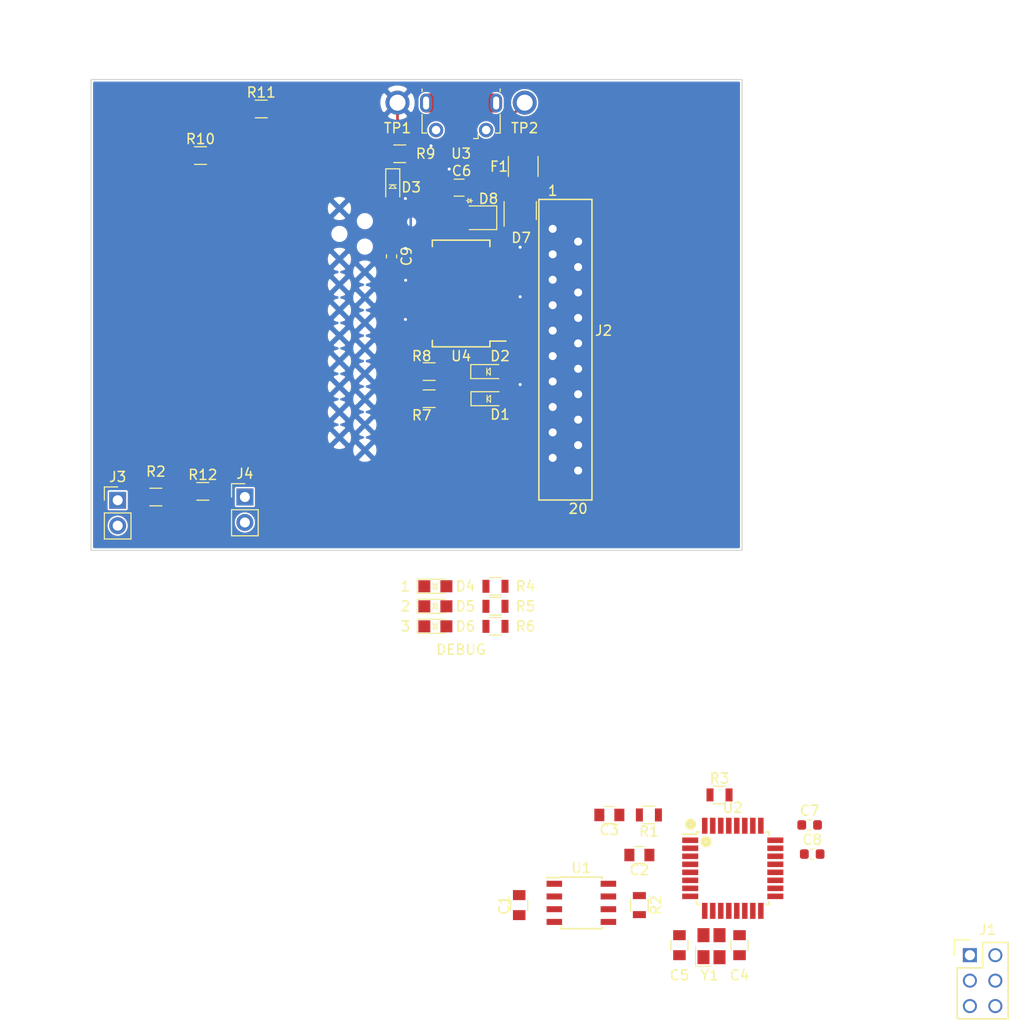
<source format=kicad_pcb>
(kicad_pcb (version 20171130) (host pcbnew "(5.1.7)-1")

  (general
    (thickness 1.6)
    (drawings 20)
    (tracks 105)
    (zones 0)
    (modules 42)
    (nets 66)
  )

  (page A4)
  (layers
    (0 F.Cu signal)
    (31 B.Cu signal)
    (32 B.Adhes user)
    (33 F.Adhes user)
    (34 B.Paste user)
    (35 F.Paste user)
    (36 B.SilkS user)
    (37 F.SilkS user)
    (38 B.Mask user)
    (39 F.Mask user)
    (40 Dwgs.User user)
    (41 Cmts.User user)
    (42 Eco1.User user)
    (43 Eco2.User user)
    (44 Edge.Cuts user)
    (45 Margin user)
    (46 B.CrtYd user)
    (47 F.CrtYd user)
    (48 B.Fab user)
    (49 F.Fab user hide)
  )

  (setup
    (last_trace_width 0.254)
    (user_trace_width 0.1524)
    (user_trace_width 0.254)
    (user_trace_width 0.381)
    (trace_clearance 0.1524)
    (zone_clearance 0.1524)
    (zone_45_only no)
    (trace_min 0.1524)
    (via_size 0.6096)
    (via_drill 0.3048)
    (via_min_size 0.6096)
    (via_min_drill 0.3048)
    (user_via 0.6096 0.3048)
    (uvia_size 0.3)
    (uvia_drill 0.1)
    (uvias_allowed no)
    (uvia_min_size 0.2)
    (uvia_min_drill 0.1)
    (edge_width 0.2)
    (segment_width 0.2)
    (pcb_text_width 0.3)
    (pcb_text_size 1.5 1.5)
    (mod_edge_width 0.15)
    (mod_text_size 1 1)
    (mod_text_width 0.15)
    (pad_size 1.524 1.524)
    (pad_drill 0.762)
    (pad_to_mask_clearance 0.051)
    (solder_mask_min_width 0.25)
    (aux_axis_origin 0 0)
    (visible_elements 7FFFF7FF)
    (pcbplotparams
      (layerselection 0x010fc_ffffffff)
      (usegerberextensions false)
      (usegerberattributes false)
      (usegerberadvancedattributes false)
      (creategerberjobfile false)
      (excludeedgelayer true)
      (linewidth 0.100000)
      (plotframeref false)
      (viasonmask false)
      (mode 1)
      (useauxorigin false)
      (hpglpennumber 1)
      (hpglpenspeed 20)
      (hpglpendiameter 15.000000)
      (psnegative false)
      (psa4output false)
      (plotreference true)
      (plotvalue true)
      (plotinvisibletext false)
      (padsonsilk false)
      (subtractmaskfromsilk false)
      (outputformat 1)
      (mirror false)
      (drillshape 0)
      (scaleselection 1)
      (outputdirectory "2_26_2019/"))
  )

  (net 0 "")
  (net 1 GND)
  (net 2 "Net-(C3-Pad1)")
  (net 3 "Net-(C4-Pad1)")
  (net 4 "Net-(C5-Pad1)")
  (net 5 "Net-(C9-Pad1)")
  (net 6 "Net-(D1-Pad1)")
  (net 7 "Net-(D2-Pad1)")
  (net 8 "Net-(D3-Pad1)")
  (net 9 /DBG1)
  (net 10 "Net-(D4-Pad1)")
  (net 11 "Net-(D5-Pad1)")
  (net 12 /DBG2)
  (net 13 /DBG3)
  (net 14 "Net-(D6-Pad1)")
  (net 15 /MISO)
  (net 16 /SCK)
  (net 17 /MOSI)
  (net 18 /RESET)
  (net 19 /CAN_+)
  (net 20 "Net-(J2-Pad2)")
  (net 21 /CAN_-)
  (net 22 /RXLED)
  (net 23 /TXLED)
  (net 24 /CAN_TX)
  (net 25 /CAN_RX)
  (net 26 "Net-(U1-Pad5)")
  (net 27 "Net-(U2-Pad3)")
  (net 28 "Net-(U2-Pad13)")
  (net 29 "Net-(U2-Pad14)")
  (net 30 "Net-(U2-Pad15)")
  (net 31 "Net-(U2-Pad17)")
  (net 32 "Net-(U2-Pad18)")
  (net 33 "Net-(U2-Pad21)")
  (net 34 "Net-(U2-Pad22)")
  (net 35 "Net-(U2-Pad25)")
  (net 36 "Net-(U2-Pad26)")
  (net 37 "Net-(U2-Pad27)")
  (net 38 "Net-(U2-Pad29)")
  (net 39 "Net-(U2-Pad30)")
  (net 40 "Net-(U2-Pad32)")
  (net 41 "Net-(U3-Pad6)")
  (net 42 /USBD-)
  (net 43 "Net-(U3-Pad4)")
  (net 44 /USBD+)
  (net 45 "Net-(U4-Pad2)")
  (net 46 "Net-(U4-Pad3)")
  (net 47 "Net-(U4-Pad6)")
  (net 48 "Net-(U4-Pad9)")
  (net 49 "Net-(U4-Pad10)")
  (net 50 "Net-(U4-Pad11)")
  (net 51 "Net-(U4-Pad12)")
  (net 52 "Net-(U4-Pad13)")
  (net 53 "Net-(U4-Pad14)")
  (net 54 "Net-(U4-Pad27)")
  (net 55 "Net-(U4-Pad28)")
  (net 56 +5V)
  (net 57 "Net-(D7-Pad2)")
  (net 58 "Net-(F1-Pad2)")
  (net 59 "Net-(U2-Pad8)")
  (net 60 "Net-(U2-Pad9)")
  (net 61 "Net-(U2-Pad28)")
  (net 62 "Net-(J3-Pad1)")
  (net 63 "Net-(J4-Pad1)")
  (net 64 /UART_RXD)
  (net 65 /UART_TXD)

  (net_class Default "This is the default net class."
    (clearance 0.1524)
    (trace_width 0.1524)
    (via_dia 0.6096)
    (via_drill 0.3048)
    (uvia_dia 0.3)
    (uvia_drill 0.1)
    (add_net +5V)
    (add_net /CAN_+)
    (add_net /CAN_-)
    (add_net /CAN_RX)
    (add_net /CAN_TX)
    (add_net /DBG1)
    (add_net /DBG2)
    (add_net /DBG3)
    (add_net /MISO)
    (add_net /MOSI)
    (add_net /RESET)
    (add_net /RXLED)
    (add_net /SCK)
    (add_net /TXLED)
    (add_net /UART_RXD)
    (add_net /UART_TXD)
    (add_net GND)
    (add_net "Net-(C3-Pad1)")
    (add_net "Net-(C4-Pad1)")
    (add_net "Net-(C5-Pad1)")
    (add_net "Net-(C9-Pad1)")
    (add_net "Net-(D1-Pad1)")
    (add_net "Net-(D2-Pad1)")
    (add_net "Net-(D3-Pad1)")
    (add_net "Net-(D4-Pad1)")
    (add_net "Net-(D5-Pad1)")
    (add_net "Net-(D6-Pad1)")
    (add_net "Net-(D7-Pad2)")
    (add_net "Net-(F1-Pad2)")
    (add_net "Net-(J2-Pad2)")
    (add_net "Net-(J3-Pad1)")
    (add_net "Net-(J4-Pad1)")
    (add_net "Net-(U1-Pad5)")
    (add_net "Net-(U2-Pad13)")
    (add_net "Net-(U2-Pad14)")
    (add_net "Net-(U2-Pad15)")
    (add_net "Net-(U2-Pad17)")
    (add_net "Net-(U2-Pad18)")
    (add_net "Net-(U2-Pad21)")
    (add_net "Net-(U2-Pad22)")
    (add_net "Net-(U2-Pad25)")
    (add_net "Net-(U2-Pad26)")
    (add_net "Net-(U2-Pad27)")
    (add_net "Net-(U2-Pad28)")
    (add_net "Net-(U2-Pad29)")
    (add_net "Net-(U2-Pad3)")
    (add_net "Net-(U2-Pad30)")
    (add_net "Net-(U2-Pad32)")
    (add_net "Net-(U2-Pad8)")
    (add_net "Net-(U2-Pad9)")
    (add_net "Net-(U3-Pad4)")
    (add_net "Net-(U3-Pad6)")
    (add_net "Net-(U4-Pad10)")
    (add_net "Net-(U4-Pad11)")
    (add_net "Net-(U4-Pad12)")
    (add_net "Net-(U4-Pad13)")
    (add_net "Net-(U4-Pad14)")
    (add_net "Net-(U4-Pad2)")
    (add_net "Net-(U4-Pad27)")
    (add_net "Net-(U4-Pad28)")
    (add_net "Net-(U4-Pad3)")
    (add_net "Net-(U4-Pad6)")
    (add_net "Net-(U4-Pad9)")
  )

  (net_class USB ""
    (clearance 0.1524)
    (trace_width 0.1524)
    (via_dia 0.6096)
    (via_drill 0.3048)
    (uvia_dia 0.3)
    (uvia_drill 0.1)
    (diff_pair_width 0.3556)
    (diff_pair_gap 0.25)
    (add_net /USBD+)
    (add_net /USBD-)
  )

  (module footprints:D_5.6V_Zener (layer F.Cu) (tedit 5FD2878B) (tstamp 604716EA)
    (at 108.7628 78.8 180)
    (descr "https://www.mccsemi.com/pdf/Products/3SMBJ5918B-3SMBJ5956B(DO-214AA).pdf")
    (tags "Diode DO-214AA")
    (path /5FD3EFD3)
    (attr smd)
    (fp_text reference D8 (at -1.9177 1.9015) (layer F.SilkS)
      (effects (font (size 1 1) (thickness 0.15)))
    )
    (fp_text value D_Zener_5.6V (at 0.508 2.54) (layer F.Fab) hide
      (effects (font (size 1 1) (thickness 0.15)))
    )
    (fp_line (start -2.7432 -1.1811) (end -2.7432 1.1811) (layer F.SilkS) (width 0.12))
    (fp_line (start 2.7432 -1.1811) (end 2.7432 1.1811) (layer F.CrtYd) (width 0.05))
    (fp_line (start -2.7432 -1.1811) (end 2.7432 -1.1811) (layer F.CrtYd) (width 0.05))
    (fp_line (start -2.7432 -1.1811) (end -2.7432 1.1811) (layer F.CrtYd) (width 0.05))
    (fp_line (start 2.7432 1.1811) (end -2.7432 1.1811) (layer F.CrtYd) (width 0.05))
    (fp_line (start 0.13 1.696) (end 0.28 1.696) (layer F.SilkS) (width 0.1))
    (fp_line (start 0.13 1.496) (end -0.17 1.696) (layer F.SilkS) (width 0.1))
    (fp_line (start 0.13 1.896) (end 0.13 1.496) (layer F.SilkS) (width 0.1))
    (fp_line (start -0.17 1.696) (end 0.13 1.896) (layer F.SilkS) (width 0.1))
    (fp_line (start -0.17 1.696) (end -0.32 1.696) (layer F.SilkS) (width 0.1))
    (fp_line (start -0.17 1.896) (end -0.17 1.496) (layer F.SilkS) (width 0.1))
    (fp_line (start 1.9812 1.0541) (end 1.9812 -1.0541) (layer F.Fab) (width 0.1))
    (fp_line (start -1.9812 -1.0541) (end 1.9812 -1.0541) (layer F.Fab) (width 0.1))
    (fp_line (start -1.9812 1.0541) (end -1.9812 -1.0541) (layer F.Fab) (width 0.1))
    (fp_line (start -1.9812 1.0541) (end 1.9812 1.0541) (layer F.Fab) (width 0.1))
    (fp_line (start -2.7432 1.1811) (end 0 1.1811) (layer F.SilkS) (width 0.12))
    (fp_line (start -2.7432 -1.1811) (end 0 -1.1811) (layer F.SilkS) (width 0.12))
    (pad 1 smd rect (at -1.9812 0) (size 1.27 2.1082) (layers F.Cu F.Paste F.Mask)
      (net 56 +5V))
    (pad 2 smd rect (at 1.9812 0) (size 1.27 2.1082) (layers F.Cu F.Paste F.Mask)
      (net 1 GND))
    (model ${KISYS3DMOD}/Diodes_SMD.3dshapes/D_SOD-523.wrl
      (at (xyz 0 0 0))
      (scale (xyz 1 1 1))
      (rotate (xyz 0 0 0))
    )
  )

  (module footprints:R_0805_OEM (layer F.Cu) (tedit 5C3D844D) (tstamp 6046BCBE)
    (at 82.16 106.115)
    (descr "Resistor SMD 0805, reflow soldering, Vishay (see dcrcw.pdf)")
    (tags "resistor 0805")
    (path /604B2391)
    (attr smd)
    (fp_text reference R12 (at 0 -1.65) (layer F.SilkS)
      (effects (font (size 1 1) (thickness 0.15)))
    )
    (fp_text value R_120 (at 0 1.75) (layer F.Fab) hide
      (effects (font (size 1 1) (thickness 0.15)))
    )
    (fp_line (start -1 0.62) (end -1 -0.62) (layer F.Fab) (width 0.1))
    (fp_line (start 1 0.62) (end -1 0.62) (layer F.Fab) (width 0.1))
    (fp_line (start 1 -0.62) (end 1 0.62) (layer F.Fab) (width 0.1))
    (fp_line (start -1 -0.62) (end 1 -0.62) (layer F.Fab) (width 0.1))
    (fp_line (start 0.6 0.88) (end -0.6 0.88) (layer F.SilkS) (width 0.12))
    (fp_line (start -0.6 -0.88) (end 0.6 -0.88) (layer F.SilkS) (width 0.12))
    (fp_line (start -1.55 -0.9) (end 1.55 -0.9) (layer F.CrtYd) (width 0.05))
    (fp_line (start -1.55 -0.9) (end -1.55 0.9) (layer F.CrtYd) (width 0.05))
    (fp_line (start 1.55 0.9) (end 1.55 -0.9) (layer F.CrtYd) (width 0.05))
    (fp_line (start 1.55 0.9) (end -1.55 0.9) (layer F.CrtYd) (width 0.05))
    (pad 2 smd rect (at 0.95 0) (size 0.7 1.3) (layers F.Cu F.Paste F.Mask)
      (net 63 "Net-(J4-Pad1)"))
    (pad 1 smd rect (at -0.95 0) (size 0.7 1.3) (layers F.Cu F.Paste F.Mask)
      (net 19 /CAN_+))
    (model ${LOCAL_DIR}/OEM_Preferred_Parts/3DModels/R_0805_OEM/res0805.step
      (at (xyz 0 0 0))
      (scale (xyz 1 1 1))
      (rotate (xyz 0 0 0))
    )
    (model ${LOCAL_DIR}/OEM_Preferred_Parts/3DModels/R_0805_OEM/res0805.step
      (at (xyz 0 0 0))
      (scale (xyz 1 1 1))
      (rotate (xyz 0 0 0))
    )
  )

  (module footprints:R_0805_OEM (layer F.Cu) (tedit 5C3D844D) (tstamp 6046BBBE)
    (at 77.47 106.68 180)
    (descr "Resistor SMD 0805, reflow soldering, Vishay (see dcrcw.pdf)")
    (tags "resistor 0805")
    (path /604A0174)
    (attr smd)
    (fp_text reference R2 (at 0 2.54) (layer F.SilkS)
      (effects (font (size 1 1) (thickness 0.15)))
    )
    (fp_text value R_120 (at 0 1.75) (layer F.Fab) hide
      (effects (font (size 1 1) (thickness 0.15)))
    )
    (fp_line (start -1 0.62) (end -1 -0.62) (layer F.Fab) (width 0.1))
    (fp_line (start 1 0.62) (end -1 0.62) (layer F.Fab) (width 0.1))
    (fp_line (start 1 -0.62) (end 1 0.62) (layer F.Fab) (width 0.1))
    (fp_line (start -1 -0.62) (end 1 -0.62) (layer F.Fab) (width 0.1))
    (fp_line (start 0.6 0.88) (end -0.6 0.88) (layer F.SilkS) (width 0.12))
    (fp_line (start -0.6 -0.88) (end 0.6 -0.88) (layer F.SilkS) (width 0.12))
    (fp_line (start -1.55 -0.9) (end 1.55 -0.9) (layer F.CrtYd) (width 0.05))
    (fp_line (start -1.55 -0.9) (end -1.55 0.9) (layer F.CrtYd) (width 0.05))
    (fp_line (start 1.55 0.9) (end 1.55 -0.9) (layer F.CrtYd) (width 0.05))
    (fp_line (start 1.55 0.9) (end -1.55 0.9) (layer F.CrtYd) (width 0.05))
    (pad 2 smd rect (at 0.95 0 180) (size 0.7 1.3) (layers F.Cu F.Paste F.Mask)
      (net 62 "Net-(J3-Pad1)"))
    (pad 1 smd rect (at -0.95 0 180) (size 0.7 1.3) (layers F.Cu F.Paste F.Mask)
      (net 19 /CAN_+))
    (model ${LOCAL_DIR}/OEM_Preferred_Parts/3DModels/R_0805_OEM/res0805.step
      (at (xyz 0 0 0))
      (scale (xyz 1 1 1))
      (rotate (xyz 0 0 0))
    )
    (model ${LOCAL_DIR}/OEM_Preferred_Parts/3DModels/R_0805_OEM/res0805.step
      (at (xyz 0 0 0))
      (scale (xyz 1 1 1))
      (rotate (xyz 0 0 0))
    )
  )

  (module Connector_PinHeader_2.54mm:PinHeader_1x02_P2.54mm_Vertical (layer F.Cu) (tedit 59FED5CC) (tstamp 6046BB90)
    (at 86.36 106.68)
    (descr "Through hole straight pin header, 1x02, 2.54mm pitch, single row")
    (tags "Through hole pin header THT 1x02 2.54mm single row")
    (path /604B1E63)
    (fp_text reference J4 (at 0 -2.33) (layer F.SilkS)
      (effects (font (size 1 1) (thickness 0.15)))
    )
    (fp_text value CONN_01x02 (at 0 4.87) (layer F.Fab)
      (effects (font (size 1 1) (thickness 0.15)))
    )
    (fp_line (start -0.635 -1.27) (end 1.27 -1.27) (layer F.Fab) (width 0.1))
    (fp_line (start 1.27 -1.27) (end 1.27 3.81) (layer F.Fab) (width 0.1))
    (fp_line (start 1.27 3.81) (end -1.27 3.81) (layer F.Fab) (width 0.1))
    (fp_line (start -1.27 3.81) (end -1.27 -0.635) (layer F.Fab) (width 0.1))
    (fp_line (start -1.27 -0.635) (end -0.635 -1.27) (layer F.Fab) (width 0.1))
    (fp_line (start -1.33 3.87) (end 1.33 3.87) (layer F.SilkS) (width 0.12))
    (fp_line (start -1.33 1.27) (end -1.33 3.87) (layer F.SilkS) (width 0.12))
    (fp_line (start 1.33 1.27) (end 1.33 3.87) (layer F.SilkS) (width 0.12))
    (fp_line (start -1.33 1.27) (end 1.33 1.27) (layer F.SilkS) (width 0.12))
    (fp_line (start -1.33 0) (end -1.33 -1.33) (layer F.SilkS) (width 0.12))
    (fp_line (start -1.33 -1.33) (end 0 -1.33) (layer F.SilkS) (width 0.12))
    (fp_line (start -1.8 -1.8) (end -1.8 4.35) (layer F.CrtYd) (width 0.05))
    (fp_line (start -1.8 4.35) (end 1.8 4.35) (layer F.CrtYd) (width 0.05))
    (fp_line (start 1.8 4.35) (end 1.8 -1.8) (layer F.CrtYd) (width 0.05))
    (fp_line (start 1.8 -1.8) (end -1.8 -1.8) (layer F.CrtYd) (width 0.05))
    (fp_text user %R (at 0 1.27 90) (layer F.Fab)
      (effects (font (size 1 1) (thickness 0.15)))
    )
    (pad 2 thru_hole oval (at 0 2.54) (size 1.7 1.7) (drill 1) (layers *.Cu *.Mask)
      (net 21 /CAN_-))
    (pad 1 thru_hole rect (at 0 0) (size 1.7 1.7) (drill 1) (layers *.Cu *.Mask)
      (net 63 "Net-(J4-Pad1)"))
    (model ${KISYS3DMOD}/Connector_PinHeader_2.54mm.3dshapes/PinHeader_1x02_P2.54mm_Vertical.wrl
      (at (xyz 0 0 0))
      (scale (xyz 1 1 1))
      (rotate (xyz 0 0 0))
    )
  )

  (module Connector_PinHeader_2.54mm:PinHeader_1x02_P2.54mm_Vertical (layer F.Cu) (tedit 59FED5CC) (tstamp 6046BB7A)
    (at 73.66 107)
    (descr "Through hole straight pin header, 1x02, 2.54mm pitch, single row")
    (tags "Through hole pin header THT 1x02 2.54mm single row")
    (path /604765A9)
    (fp_text reference J3 (at 0 -2.33) (layer F.SilkS)
      (effects (font (size 1 1) (thickness 0.15)))
    )
    (fp_text value CONN_01x02 (at 0 4.87) (layer F.Fab)
      (effects (font (size 1 1) (thickness 0.15)))
    )
    (fp_line (start -0.635 -1.27) (end 1.27 -1.27) (layer F.Fab) (width 0.1))
    (fp_line (start 1.27 -1.27) (end 1.27 3.81) (layer F.Fab) (width 0.1))
    (fp_line (start 1.27 3.81) (end -1.27 3.81) (layer F.Fab) (width 0.1))
    (fp_line (start -1.27 3.81) (end -1.27 -0.635) (layer F.Fab) (width 0.1))
    (fp_line (start -1.27 -0.635) (end -0.635 -1.27) (layer F.Fab) (width 0.1))
    (fp_line (start -1.33 3.87) (end 1.33 3.87) (layer F.SilkS) (width 0.12))
    (fp_line (start -1.33 1.27) (end -1.33 3.87) (layer F.SilkS) (width 0.12))
    (fp_line (start 1.33 1.27) (end 1.33 3.87) (layer F.SilkS) (width 0.12))
    (fp_line (start -1.33 1.27) (end 1.33 1.27) (layer F.SilkS) (width 0.12))
    (fp_line (start -1.33 0) (end -1.33 -1.33) (layer F.SilkS) (width 0.12))
    (fp_line (start -1.33 -1.33) (end 0 -1.33) (layer F.SilkS) (width 0.12))
    (fp_line (start -1.8 -1.8) (end -1.8 4.35) (layer F.CrtYd) (width 0.05))
    (fp_line (start -1.8 4.35) (end 1.8 4.35) (layer F.CrtYd) (width 0.05))
    (fp_line (start 1.8 4.35) (end 1.8 -1.8) (layer F.CrtYd) (width 0.05))
    (fp_line (start 1.8 -1.8) (end -1.8 -1.8) (layer F.CrtYd) (width 0.05))
    (fp_text user %R (at 0 1.27 90) (layer F.Fab)
      (effects (font (size 1 1) (thickness 0.15)))
    )
    (pad 2 thru_hole oval (at 0 2.54) (size 1.7 1.7) (drill 1) (layers *.Cu *.Mask)
      (net 21 /CAN_-))
    (pad 1 thru_hole rect (at 0 0) (size 1.7 1.7) (drill 1) (layers *.Cu *.Mask)
      (net 62 "Net-(J3-Pad1)"))
    (model ${KISYS3DMOD}/Connector_PinHeader_2.54mm.3dshapes/PinHeader_1x02_P2.54mm_Vertical.wrl
      (at (xyz 0 0 0))
      (scale (xyz 1 1 1))
      (rotate (xyz 0 0 0))
    )
  )

  (module footprints:micromatch_female_ra_20 (layer F.Cu) (tedit 59EE7AE1) (tstamp 6046BB64)
    (at 117.094 84.9884)
    (path /60394CE9)
    (fp_text reference J2 (at 5.08 5.08) (layer F.SilkS)
      (effects (font (size 1 1) (thickness 0.15)))
    )
    (fp_text value MM_M_VT_20 (at 6.35 0 90) (layer F.Fab) hide
      (effects (font (size 1 1) (thickness 0.15)))
    )
    (fp_line (start -1.38 21.99) (end 3.92 21.99) (layer F.SilkS) (width 0.15))
    (fp_line (start -1.38 -8.02) (end 3.92 -8.02) (layer F.SilkS) (width 0.15))
    (fp_line (start -1.38 21.99) (end -1.38 -8.02) (layer F.SilkS) (width 0.15))
    (fp_line (start 3.92 21.99) (end 3.92 -8.02) (layer F.SilkS) (width 0.15))
    (fp_text user 1 (at 0 -8.89) (layer F.SilkS)
      (effects (font (size 1 1) (thickness 0.15)))
    )
    (fp_text user 20 (at 2.54 22.86) (layer F.SilkS)
      (effects (font (size 1 1) (thickness 0.15)))
    )
    (pad 20 thru_hole circle (at 2.54 19.05) (size 1.3 1.3) (drill 0.8) (layers *.Cu *.Mask)
      (net 1 GND))
    (pad 19 thru_hole circle (at 0 17.78) (size 1.3 1.3) (drill 0.8) (layers *.Cu *.Mask)
      (net 1 GND))
    (pad 18 thru_hole circle (at 2.54 16.51) (size 1.3 1.3) (drill 0.8) (layers *.Cu *.Mask)
      (net 1 GND))
    (pad 17 thru_hole circle (at 0 15.24) (size 1.3 1.3) (drill 0.8) (layers *.Cu *.Mask)
      (net 1 GND))
    (pad 16 thru_hole circle (at 2.54 13.97) (size 1.3 1.3) (drill 0.8) (layers *.Cu *.Mask)
      (net 1 GND))
    (pad 15 thru_hole circle (at 0 12.7) (size 1.3 1.3) (drill 0.8) (layers *.Cu *.Mask)
      (net 1 GND))
    (pad 14 thru_hole circle (at 2.54 11.43) (size 1.3 1.3) (drill 0.8) (layers *.Cu *.Mask)
      (net 1 GND))
    (pad 13 thru_hole circle (at 0 10.16) (size 1.3 1.3) (drill 0.8) (layers *.Cu *.Mask)
      (net 1 GND))
    (pad 12 thru_hole circle (at 2.54 8.89) (size 1.3 1.3) (drill 0.8) (layers *.Cu *.Mask)
      (net 1 GND))
    (pad 11 thru_hole circle (at 0 7.62) (size 1.3 1.3) (drill 0.8) (layers *.Cu *.Mask)
      (net 1 GND))
    (pad 10 thru_hole circle (at 2.54 6.35) (size 1.3 1.3) (drill 0.8) (layers *.Cu *.Mask)
      (net 1 GND))
    (pad 9 thru_hole circle (at 0 5.08) (size 1.3 1.3) (drill 0.8) (layers *.Cu *.Mask)
      (net 1 GND))
    (pad 8 thru_hole circle (at 2.54 3.81) (size 1.3 1.3) (drill 0.8) (layers *.Cu *.Mask)
      (net 1 GND))
    (pad 6 thru_hole circle (at 2.54 1.27) (size 1.3 1.3) (drill 0.8) (layers *.Cu *.Mask)
      (net 1 GND))
    (pad 4 thru_hole circle (at 2.54 -1.27) (size 1.3 1.3) (drill 0.8) (layers *.Cu *.Mask)
      (net 21 /CAN_-))
    (pad 2 thru_hole circle (at 2.54 -3.81) (size 1.3 1.3) (drill 0.8) (layers *.Cu *.Mask)
      (net 20 "Net-(J2-Pad2)"))
    (pad 7 thru_hole circle (at 0 2.54) (size 1.3 1.3) (drill 0.8) (layers *.Cu *.Mask)
      (net 1 GND))
    (pad 1 thru_hole circle (at 0 -5.08) (size 1.3 1.3) (drill 0.8) (layers *.Cu *.Mask)
      (net 1 GND))
    (pad 3 thru_hole circle (at 0 -2.54) (size 1.3 1.3) (drill 0.8) (layers *.Cu *.Mask)
      (net 19 /CAN_+))
    (pad 5 thru_hole circle (at 0 0) (size 1.3 1.3) (drill 0.8) (layers *.Cu *.Mask)
      (net 1 GND))
  )

  (module footprints:C_0805_OEM (layer F.Cu) (tedit 5C3D8347) (tstamp 5FCABF43)
    (at 113.75 147.42 90)
    (descr "Capacitor SMD 0805, reflow soldering, AVX (see smccp.pdf)")
    (tags "capacitor 0805")
    (path /5D5FB603)
    (attr smd)
    (fp_text reference C1 (at 0 -1.5 90) (layer F.SilkS)
      (effects (font (size 1 1) (thickness 0.15)))
    )
    (fp_text value C_0.1uF (at 0 1.75 90) (layer F.Fab) hide
      (effects (font (size 1 1) (thickness 0.15)))
    )
    (fp_line (start -1 0.62) (end -1 -0.62) (layer F.Fab) (width 0.1))
    (fp_line (start 1 0.62) (end -1 0.62) (layer F.Fab) (width 0.1))
    (fp_line (start 1 -0.62) (end 1 0.62) (layer F.Fab) (width 0.1))
    (fp_line (start -1 -0.62) (end 1 -0.62) (layer F.Fab) (width 0.1))
    (fp_line (start 0.5 -0.85) (end -0.5 -0.85) (layer F.SilkS) (width 0.12))
    (fp_line (start -0.5 0.85) (end 0.5 0.85) (layer F.SilkS) (width 0.12))
    (fp_line (start -1.75 -0.88) (end 1.75 -0.88) (layer F.CrtYd) (width 0.05))
    (fp_line (start -1.75 -0.88) (end -1.75 0.87) (layer F.CrtYd) (width 0.05))
    (fp_line (start 1.75 0.87) (end 1.75 -0.88) (layer F.CrtYd) (width 0.05))
    (fp_line (start 1.75 0.87) (end -1.75 0.87) (layer F.CrtYd) (width 0.05))
    (pad 1 smd rect (at -1 0 90) (size 1 1.25) (layers F.Cu F.Paste F.Mask)
      (net 56 +5V))
    (pad 2 smd rect (at 1 0 90) (size 1 1.25) (layers F.Cu F.Paste F.Mask)
      (net 1 GND))
    (model ${LOCAL_DIR}/OEM_Preferred_Parts/3DModels/C_0805_OEM/C_0805.step
      (at (xyz 0 0 0))
      (scale (xyz 1 1 1))
      (rotate (xyz 0 0 0))
    )
    (model ${LOCAL_DIR}/OEM_Preferred_Parts/3DModels/C_0805_OEM/C_0805.step
      (at (xyz 0 0 0))
      (scale (xyz 1 1 1))
      (rotate (xyz 0 0 0))
    )
  )

  (module footprints:C_0805_OEM (layer F.Cu) (tedit 5C3D8347) (tstamp 5FCABF53)
    (at 125.75 142.42 180)
    (descr "Capacitor SMD 0805, reflow soldering, AVX (see smccp.pdf)")
    (tags "capacitor 0805")
    (path /5D58E34B)
    (attr smd)
    (fp_text reference C2 (at 0 -1.5) (layer F.SilkS)
      (effects (font (size 1 1) (thickness 0.15)))
    )
    (fp_text value C_0.1uF (at 0 1.75) (layer F.Fab) hide
      (effects (font (size 1 1) (thickness 0.15)))
    )
    (fp_line (start 1.75 0.87) (end -1.75 0.87) (layer F.CrtYd) (width 0.05))
    (fp_line (start 1.75 0.87) (end 1.75 -0.88) (layer F.CrtYd) (width 0.05))
    (fp_line (start -1.75 -0.88) (end -1.75 0.87) (layer F.CrtYd) (width 0.05))
    (fp_line (start -1.75 -0.88) (end 1.75 -0.88) (layer F.CrtYd) (width 0.05))
    (fp_line (start -0.5 0.85) (end 0.5 0.85) (layer F.SilkS) (width 0.12))
    (fp_line (start 0.5 -0.85) (end -0.5 -0.85) (layer F.SilkS) (width 0.12))
    (fp_line (start -1 -0.62) (end 1 -0.62) (layer F.Fab) (width 0.1))
    (fp_line (start 1 -0.62) (end 1 0.62) (layer F.Fab) (width 0.1))
    (fp_line (start 1 0.62) (end -1 0.62) (layer F.Fab) (width 0.1))
    (fp_line (start -1 0.62) (end -1 -0.62) (layer F.Fab) (width 0.1))
    (pad 2 smd rect (at 1 0 180) (size 1 1.25) (layers F.Cu F.Paste F.Mask)
      (net 1 GND))
    (pad 1 smd rect (at -1 0 180) (size 1 1.25) (layers F.Cu F.Paste F.Mask)
      (net 56 +5V))
    (model ${LOCAL_DIR}/OEM_Preferred_Parts/3DModels/C_0805_OEM/C_0805.step
      (at (xyz 0 0 0))
      (scale (xyz 1 1 1))
      (rotate (xyz 0 0 0))
    )
    (model ${LOCAL_DIR}/OEM_Preferred_Parts/3DModels/C_0805_OEM/C_0805.step
      (at (xyz 0 0 0))
      (scale (xyz 1 1 1))
      (rotate (xyz 0 0 0))
    )
  )

  (module footprints:C_0805_OEM (layer F.Cu) (tedit 5C3D8347) (tstamp 5FCABF63)
    (at 122.75 138.42 180)
    (descr "Capacitor SMD 0805, reflow soldering, AVX (see smccp.pdf)")
    (tags "capacitor 0805")
    (path /5D58E505)
    (attr smd)
    (fp_text reference C3 (at 0 -1.5) (layer F.SilkS)
      (effects (font (size 1 1) (thickness 0.15)))
    )
    (fp_text value C_100pF (at 0 1.75) (layer F.Fab) hide
      (effects (font (size 1 1) (thickness 0.15)))
    )
    (fp_line (start 1.75 0.87) (end -1.75 0.87) (layer F.CrtYd) (width 0.05))
    (fp_line (start 1.75 0.87) (end 1.75 -0.88) (layer F.CrtYd) (width 0.05))
    (fp_line (start -1.75 -0.88) (end -1.75 0.87) (layer F.CrtYd) (width 0.05))
    (fp_line (start -1.75 -0.88) (end 1.75 -0.88) (layer F.CrtYd) (width 0.05))
    (fp_line (start -0.5 0.85) (end 0.5 0.85) (layer F.SilkS) (width 0.12))
    (fp_line (start 0.5 -0.85) (end -0.5 -0.85) (layer F.SilkS) (width 0.12))
    (fp_line (start -1 -0.62) (end 1 -0.62) (layer F.Fab) (width 0.1))
    (fp_line (start 1 -0.62) (end 1 0.62) (layer F.Fab) (width 0.1))
    (fp_line (start 1 0.62) (end -1 0.62) (layer F.Fab) (width 0.1))
    (fp_line (start -1 0.62) (end -1 -0.62) (layer F.Fab) (width 0.1))
    (pad 2 smd rect (at 1 0 180) (size 1 1.25) (layers F.Cu F.Paste F.Mask)
      (net 1 GND))
    (pad 1 smd rect (at -1 0 180) (size 1 1.25) (layers F.Cu F.Paste F.Mask)
      (net 2 "Net-(C3-Pad1)"))
    (model ${LOCAL_DIR}/OEM_Preferred_Parts/3DModels/C_0805_OEM/C_0805.step
      (at (xyz 0 0 0))
      (scale (xyz 1 1 1))
      (rotate (xyz 0 0 0))
    )
    (model ${LOCAL_DIR}/OEM_Preferred_Parts/3DModels/C_0805_OEM/C_0805.step
      (at (xyz 0 0 0))
      (scale (xyz 1 1 1))
      (rotate (xyz 0 0 0))
    )
  )

  (module footprints:C_0805_OEM (layer F.Cu) (tedit 5C3D8347) (tstamp 5FCABF73)
    (at 135.75 151.42 90)
    (descr "Capacitor SMD 0805, reflow soldering, AVX (see smccp.pdf)")
    (tags "capacitor 0805")
    (path /5D5EB5B2)
    (attr smd)
    (fp_text reference C4 (at -3 0 180) (layer F.SilkS)
      (effects (font (size 1 1) (thickness 0.15)))
    )
    (fp_text value C_30pF (at 0 1.75 90) (layer F.Fab) hide
      (effects (font (size 1 1) (thickness 0.15)))
    )
    (fp_line (start -1 0.62) (end -1 -0.62) (layer F.Fab) (width 0.1))
    (fp_line (start 1 0.62) (end -1 0.62) (layer F.Fab) (width 0.1))
    (fp_line (start 1 -0.62) (end 1 0.62) (layer F.Fab) (width 0.1))
    (fp_line (start -1 -0.62) (end 1 -0.62) (layer F.Fab) (width 0.1))
    (fp_line (start 0.5 -0.85) (end -0.5 -0.85) (layer F.SilkS) (width 0.12))
    (fp_line (start -0.5 0.85) (end 0.5 0.85) (layer F.SilkS) (width 0.12))
    (fp_line (start -1.75 -0.88) (end 1.75 -0.88) (layer F.CrtYd) (width 0.05))
    (fp_line (start -1.75 -0.88) (end -1.75 0.87) (layer F.CrtYd) (width 0.05))
    (fp_line (start 1.75 0.87) (end 1.75 -0.88) (layer F.CrtYd) (width 0.05))
    (fp_line (start 1.75 0.87) (end -1.75 0.87) (layer F.CrtYd) (width 0.05))
    (pad 1 smd rect (at -1 0 90) (size 1 1.25) (layers F.Cu F.Paste F.Mask)
      (net 3 "Net-(C4-Pad1)"))
    (pad 2 smd rect (at 1 0 90) (size 1 1.25) (layers F.Cu F.Paste F.Mask)
      (net 1 GND))
    (model ${LOCAL_DIR}/OEM_Preferred_Parts/3DModels/C_0805_OEM/C_0805.step
      (at (xyz 0 0 0))
      (scale (xyz 1 1 1))
      (rotate (xyz 0 0 0))
    )
    (model ${LOCAL_DIR}/OEM_Preferred_Parts/3DModels/C_0805_OEM/C_0805.step
      (at (xyz 0 0 0))
      (scale (xyz 1 1 1))
      (rotate (xyz 0 0 0))
    )
  )

  (module footprints:C_0805_OEM (layer F.Cu) (tedit 5C3D8347) (tstamp 5FCABF83)
    (at 129.75 151.42 270)
    (descr "Capacitor SMD 0805, reflow soldering, AVX (see smccp.pdf)")
    (tags "capacitor 0805")
    (path /5D5EB694)
    (attr smd)
    (fp_text reference C5 (at 3 0 180) (layer F.SilkS)
      (effects (font (size 1 1) (thickness 0.15)))
    )
    (fp_text value C_30pF (at 0 1.75 90) (layer F.Fab) hide
      (effects (font (size 1 1) (thickness 0.15)))
    )
    (fp_line (start 1.75 0.87) (end -1.75 0.87) (layer F.CrtYd) (width 0.05))
    (fp_line (start 1.75 0.87) (end 1.75 -0.88) (layer F.CrtYd) (width 0.05))
    (fp_line (start -1.75 -0.88) (end -1.75 0.87) (layer F.CrtYd) (width 0.05))
    (fp_line (start -1.75 -0.88) (end 1.75 -0.88) (layer F.CrtYd) (width 0.05))
    (fp_line (start -0.5 0.85) (end 0.5 0.85) (layer F.SilkS) (width 0.12))
    (fp_line (start 0.5 -0.85) (end -0.5 -0.85) (layer F.SilkS) (width 0.12))
    (fp_line (start -1 -0.62) (end 1 -0.62) (layer F.Fab) (width 0.1))
    (fp_line (start 1 -0.62) (end 1 0.62) (layer F.Fab) (width 0.1))
    (fp_line (start 1 0.62) (end -1 0.62) (layer F.Fab) (width 0.1))
    (fp_line (start -1 0.62) (end -1 -0.62) (layer F.Fab) (width 0.1))
    (pad 2 smd rect (at 1 0 270) (size 1 1.25) (layers F.Cu F.Paste F.Mask)
      (net 1 GND))
    (pad 1 smd rect (at -1 0 270) (size 1 1.25) (layers F.Cu F.Paste F.Mask)
      (net 4 "Net-(C5-Pad1)"))
    (model ${LOCAL_DIR}/OEM_Preferred_Parts/3DModels/C_0805_OEM/C_0805.step
      (at (xyz 0 0 0))
      (scale (xyz 1 1 1))
      (rotate (xyz 0 0 0))
    )
    (model ${LOCAL_DIR}/OEM_Preferred_Parts/3DModels/C_0805_OEM/C_0805.step
      (at (xyz 0 0 0))
      (scale (xyz 1 1 1))
      (rotate (xyz 0 0 0))
    )
  )

  (module footprints:C_0805_OEM (layer F.Cu) (tedit 5C3D8347) (tstamp 60471575)
    (at 107.7468 75.7936)
    (descr "Capacitor SMD 0805, reflow soldering, AVX (see smccp.pdf)")
    (tags "capacitor 0805")
    (path /5FAF39CA)
    (attr smd)
    (fp_text reference C6 (at 0.254 -1.6764) (layer F.SilkS)
      (effects (font (size 1 1) (thickness 0.15)))
    )
    (fp_text value C_10nF (at 0 1.75) (layer F.Fab) hide
      (effects (font (size 1 1) (thickness 0.15)))
    )
    (fp_line (start -1 0.62) (end -1 -0.62) (layer F.Fab) (width 0.1))
    (fp_line (start 1 0.62) (end -1 0.62) (layer F.Fab) (width 0.1))
    (fp_line (start 1 -0.62) (end 1 0.62) (layer F.Fab) (width 0.1))
    (fp_line (start -1 -0.62) (end 1 -0.62) (layer F.Fab) (width 0.1))
    (fp_line (start 0.5 -0.85) (end -0.5 -0.85) (layer F.SilkS) (width 0.12))
    (fp_line (start -0.5 0.85) (end 0.5 0.85) (layer F.SilkS) (width 0.12))
    (fp_line (start -1.75 -0.88) (end 1.75 -0.88) (layer F.CrtYd) (width 0.05))
    (fp_line (start -1.75 -0.88) (end -1.75 0.87) (layer F.CrtYd) (width 0.05))
    (fp_line (start 1.75 0.87) (end 1.75 -0.88) (layer F.CrtYd) (width 0.05))
    (fp_line (start 1.75 0.87) (end -1.75 0.87) (layer F.CrtYd) (width 0.05))
    (pad 1 smd rect (at -1 0) (size 1 1.25) (layers F.Cu F.Paste F.Mask)
      (net 1 GND))
    (pad 2 smd rect (at 1 0) (size 1 1.25) (layers F.Cu F.Paste F.Mask)
      (net 56 +5V))
    (model ${LOCAL_DIR}/OEM_Preferred_Parts/3DModels/C_0805_OEM/C_0805.step
      (at (xyz 0 0 0))
      (scale (xyz 1 1 1))
      (rotate (xyz 0 0 0))
    )
    (model ${LOCAL_DIR}/OEM_Preferred_Parts/3DModels/C_0805_OEM/C_0805.step
      (at (xyz 0 0 0))
      (scale (xyz 1 1 1))
      (rotate (xyz 0 0 0))
    )
  )

  (module footprints:C_0603_1608Metric (layer F.Cu) (tedit 5B301BBE) (tstamp 5FCABFA4)
    (at 142.75 139.42)
    (descr "Capacitor SMD 0603 (1608 Metric), square (rectangular) end terminal, IPC_7351 nominal, (Body size source: http://www.tortai-tech.com/upload/download/2011102023233369053.pdf), generated with kicad-footprint-generator")
    (tags capacitor)
    (path /5FB2B96B)
    (attr smd)
    (fp_text reference C7 (at 0 -1.43) (layer F.SilkS)
      (effects (font (size 1 1) (thickness 0.15)))
    )
    (fp_text value C_100nF (at 0 1.43) (layer F.Fab)
      (effects (font (size 1 1) (thickness 0.15)))
    )
    (fp_line (start 1.48 0.73) (end -1.48 0.73) (layer F.CrtYd) (width 0.05))
    (fp_line (start 1.48 -0.73) (end 1.48 0.73) (layer F.CrtYd) (width 0.05))
    (fp_line (start -1.48 -0.73) (end 1.48 -0.73) (layer F.CrtYd) (width 0.05))
    (fp_line (start -1.48 0.73) (end -1.48 -0.73) (layer F.CrtYd) (width 0.05))
    (fp_line (start -0.162779 0.51) (end 0.162779 0.51) (layer F.SilkS) (width 0.12))
    (fp_line (start -0.162779 -0.51) (end 0.162779 -0.51) (layer F.SilkS) (width 0.12))
    (fp_line (start 0.8 0.4) (end -0.8 0.4) (layer F.Fab) (width 0.1))
    (fp_line (start 0.8 -0.4) (end 0.8 0.4) (layer F.Fab) (width 0.1))
    (fp_line (start -0.8 -0.4) (end 0.8 -0.4) (layer F.Fab) (width 0.1))
    (fp_line (start -0.8 0.4) (end -0.8 -0.4) (layer F.Fab) (width 0.1))
    (fp_text user %R (at 0 0) (layer F.Fab)
      (effects (font (size 0.4 0.4) (thickness 0.06)))
    )
    (pad 2 smd roundrect (at 0.7875 0) (size 0.875 0.95) (layers F.Cu F.Paste F.Mask) (roundrect_rratio 0.25)
      (net 1 GND))
    (pad 1 smd roundrect (at -0.7875 0) (size 0.875 0.95) (layers F.Cu F.Paste F.Mask) (roundrect_rratio 0.25)
      (net 56 +5V))
    (model ${KISYS3DMOD}/Capacitor_SMD.3dshapes/C_0603_1608Metric.wrl
      (at (xyz 0 0 0))
      (scale (xyz 1 1 1))
      (rotate (xyz 0 0 0))
    )
  )

  (module footprints:C_0603_1608Metric (layer F.Cu) (tedit 5B301BBE) (tstamp 5FCABFB5)
    (at 143.005001 142.325001)
    (descr "Capacitor SMD 0603 (1608 Metric), square (rectangular) end terminal, IPC_7351 nominal, (Body size source: http://www.tortai-tech.com/upload/download/2011102023233369053.pdf), generated with kicad-footprint-generator")
    (tags capacitor)
    (path /5FB2C8CC)
    (attr smd)
    (fp_text reference C8 (at 0 -1.43) (layer F.SilkS)
      (effects (font (size 1 1) (thickness 0.15)))
    )
    (fp_text value C_4.7uF (at 0 1.43) (layer F.Fab)
      (effects (font (size 1 1) (thickness 0.15)))
    )
    (fp_line (start -0.8 0.4) (end -0.8 -0.4) (layer F.Fab) (width 0.1))
    (fp_line (start -0.8 -0.4) (end 0.8 -0.4) (layer F.Fab) (width 0.1))
    (fp_line (start 0.8 -0.4) (end 0.8 0.4) (layer F.Fab) (width 0.1))
    (fp_line (start 0.8 0.4) (end -0.8 0.4) (layer F.Fab) (width 0.1))
    (fp_line (start -0.162779 -0.51) (end 0.162779 -0.51) (layer F.SilkS) (width 0.12))
    (fp_line (start -0.162779 0.51) (end 0.162779 0.51) (layer F.SilkS) (width 0.12))
    (fp_line (start -1.48 0.73) (end -1.48 -0.73) (layer F.CrtYd) (width 0.05))
    (fp_line (start -1.48 -0.73) (end 1.48 -0.73) (layer F.CrtYd) (width 0.05))
    (fp_line (start 1.48 -0.73) (end 1.48 0.73) (layer F.CrtYd) (width 0.05))
    (fp_line (start 1.48 0.73) (end -1.48 0.73) (layer F.CrtYd) (width 0.05))
    (fp_text user %R (at 0 0) (layer F.Fab)
      (effects (font (size 0.4 0.4) (thickness 0.06)))
    )
    (pad 1 smd roundrect (at -0.7875 0) (size 0.875 0.95) (layers F.Cu F.Paste F.Mask) (roundrect_rratio 0.25)
      (net 56 +5V))
    (pad 2 smd roundrect (at 0.7875 0) (size 0.875 0.95) (layers F.Cu F.Paste F.Mask) (roundrect_rratio 0.25)
      (net 1 GND))
    (model ${KISYS3DMOD}/Capacitor_SMD.3dshapes/C_0603_1608Metric.wrl
      (at (xyz 0 0 0))
      (scale (xyz 1 1 1))
      (rotate (xyz 0 0 0))
    )
  )

  (module footprints:C_0603_1608Metric (layer F.Cu) (tedit 5B301BBE) (tstamp 5FCABFC6)
    (at 101 82.65 90)
    (descr "Capacitor SMD 0603 (1608 Metric), square (rectangular) end terminal, IPC_7351 nominal, (Body size source: http://www.tortai-tech.com/upload/download/2011102023233369053.pdf), generated with kicad-footprint-generator")
    (tags capacitor)
    (path /5FAC0003)
    (attr smd)
    (fp_text reference C9 (at 0 1.5 90) (layer F.SilkS)
      (effects (font (size 1 1) (thickness 0.15)))
    )
    (fp_text value C_100nF (at 0 1.43 90) (layer F.Fab)
      (effects (font (size 1 1) (thickness 0.15)))
    )
    (fp_line (start -0.8 0.4) (end -0.8 -0.4) (layer F.Fab) (width 0.1))
    (fp_line (start -0.8 -0.4) (end 0.8 -0.4) (layer F.Fab) (width 0.1))
    (fp_line (start 0.8 -0.4) (end 0.8 0.4) (layer F.Fab) (width 0.1))
    (fp_line (start 0.8 0.4) (end -0.8 0.4) (layer F.Fab) (width 0.1))
    (fp_line (start -0.162779 -0.51) (end 0.162779 -0.51) (layer F.SilkS) (width 0.12))
    (fp_line (start -0.162779 0.51) (end 0.162779 0.51) (layer F.SilkS) (width 0.12))
    (fp_line (start -1.48 0.73) (end -1.48 -0.73) (layer F.CrtYd) (width 0.05))
    (fp_line (start -1.48 -0.73) (end 1.48 -0.73) (layer F.CrtYd) (width 0.05))
    (fp_line (start 1.48 -0.73) (end 1.48 0.73) (layer F.CrtYd) (width 0.05))
    (fp_line (start 1.48 0.73) (end -1.48 0.73) (layer F.CrtYd) (width 0.05))
    (fp_text user %R (at 0 0 90) (layer F.Fab)
      (effects (font (size 0.4 0.4) (thickness 0.06)))
    )
    (pad 1 smd roundrect (at -0.7875 0 90) (size 0.875 0.95) (layers F.Cu F.Paste F.Mask) (roundrect_rratio 0.25)
      (net 5 "Net-(C9-Pad1)"))
    (pad 2 smd roundrect (at 0.7875 0 90) (size 0.875 0.95) (layers F.Cu F.Paste F.Mask) (roundrect_rratio 0.25)
      (net 1 GND))
    (model ${KISYS3DMOD}/Capacitor_SMD.3dshapes/C_0603_1608Metric.wrl
      (at (xyz 0 0 0))
      (scale (xyz 1 1 1))
      (rotate (xyz 0 0 0))
    )
  )

  (module footprints:LED_0805_OEM (layer F.Cu) (tedit 5C3D84D8) (tstamp 60470745)
    (at 110.7362 96.86544)
    (descr "LED 0805 smd package")
    (tags "LED led 0805 SMD smd SMT smt smdled SMDLED smtled SMTLED")
    (path /5FB5A256)
    (attr smd)
    (fp_text reference D1 (at 1.1 1.5748) (layer F.SilkS)
      (effects (font (size 1 1) (thickness 0.15)))
    )
    (fp_text value LED_0805_Amber (at 0.508 2.032) (layer F.Fab) hide
      (effects (font (size 1 1) (thickness 0.15)))
    )
    (fp_line (start -0.2 0.35) (end -0.2 0) (layer F.SilkS) (width 0.1))
    (fp_line (start -0.2 0) (end -0.2 -0.35) (layer F.SilkS) (width 0.1))
    (fp_line (start 0.15 0.35) (end -0.2 0) (layer F.SilkS) (width 0.1))
    (fp_line (start 0.15 0.3) (end 0.15 0.35) (layer F.SilkS) (width 0.1))
    (fp_line (start 0.15 0.35) (end 0.15 0.3) (layer F.SilkS) (width 0.1))
    (fp_line (start 0.15 -0.35) (end 0.15 0.3) (layer F.SilkS) (width 0.1))
    (fp_line (start 0.1 -0.3) (end 0.15 -0.35) (layer F.SilkS) (width 0.1))
    (fp_line (start -0.2 0) (end 0.1 -0.3) (layer F.SilkS) (width 0.1))
    (fp_line (start -1.8 -0.7) (end -1.8 0.7) (layer F.SilkS) (width 0.12))
    (fp_line (start 1 0.6) (end -1 0.6) (layer F.Fab) (width 0.1))
    (fp_line (start 1 -0.6) (end 1 0.6) (layer F.Fab) (width 0.1))
    (fp_line (start -1 -0.6) (end 1 -0.6) (layer F.Fab) (width 0.1))
    (fp_line (start -1 0.6) (end -1 -0.6) (layer F.Fab) (width 0.1))
    (fp_line (start -1.8 0.7) (end 1 0.7) (layer F.SilkS) (width 0.12))
    (fp_line (start -1.8 -0.7) (end 1 -0.7) (layer F.SilkS) (width 0.12))
    (fp_line (start 1.95 -0.85) (end 1.95 0.85) (layer F.CrtYd) (width 0.05))
    (fp_line (start 1.95 0.85) (end -1.95 0.85) (layer F.CrtYd) (width 0.05))
    (fp_line (start -1.95 0.85) (end -1.95 -0.85) (layer F.CrtYd) (width 0.05))
    (fp_line (start -1.95 -0.85) (end 1.95 -0.85) (layer F.CrtYd) (width 0.05))
    (pad 2 smd rect (at 1.1 0 180) (size 1.2 1.2) (layers F.Cu F.Paste F.Mask)
      (net 56 +5V))
    (pad 1 smd rect (at -1.1 0 180) (size 1.2 1.2) (layers F.Cu F.Paste F.Mask)
      (net 6 "Net-(D1-Pad1)"))
    (model "${LOCAL_DIR}/OEM_Preferred_Parts/3DModels/LED_0805/LED 0805 Base GREEN001_sp.wrl"
      (at (xyz 0 0 0))
      (scale (xyz 1 1 1))
      (rotate (xyz 0 0 180))
    )
    (model "${LOCAL_DIR}/OEM_Preferred_Parts/3DModels/LED_0805/LED 0805 Base GREEN001_sp.step"
      (at (xyz 0 0 0))
      (scale (xyz 1 1 1))
      (rotate (xyz 0 0 0))
    )
  )

  (module footprints:LED_0805_OEM (layer F.Cu) (tedit 5C3D84D8) (tstamp 604945B9)
    (at 110.7108 94.1578)
    (descr "LED 0805 smd package")
    (tags "LED led 0805 SMD smd SMT smt smdled SMDLED smtled SMTLED")
    (path /5FB574C3)
    (attr smd)
    (fp_text reference D2 (at 1.1254 -1.5494) (layer F.SilkS)
      (effects (font (size 1 1) (thickness 0.15)))
    )
    (fp_text value LED_0805_Amber (at 0.508 2.032) (layer F.Fab) hide
      (effects (font (size 1 1) (thickness 0.15)))
    )
    (fp_line (start -1.95 -0.85) (end 1.95 -0.85) (layer F.CrtYd) (width 0.05))
    (fp_line (start -1.95 0.85) (end -1.95 -0.85) (layer F.CrtYd) (width 0.05))
    (fp_line (start 1.95 0.85) (end -1.95 0.85) (layer F.CrtYd) (width 0.05))
    (fp_line (start 1.95 -0.85) (end 1.95 0.85) (layer F.CrtYd) (width 0.05))
    (fp_line (start -1.8 -0.7) (end 1 -0.7) (layer F.SilkS) (width 0.12))
    (fp_line (start -1.8 0.7) (end 1 0.7) (layer F.SilkS) (width 0.12))
    (fp_line (start -1 0.6) (end -1 -0.6) (layer F.Fab) (width 0.1))
    (fp_line (start -1 -0.6) (end 1 -0.6) (layer F.Fab) (width 0.1))
    (fp_line (start 1 -0.6) (end 1 0.6) (layer F.Fab) (width 0.1))
    (fp_line (start 1 0.6) (end -1 0.6) (layer F.Fab) (width 0.1))
    (fp_line (start -1.8 -0.7) (end -1.8 0.7) (layer F.SilkS) (width 0.12))
    (fp_line (start -0.2 0) (end 0.1 -0.3) (layer F.SilkS) (width 0.1))
    (fp_line (start 0.1 -0.3) (end 0.15 -0.35) (layer F.SilkS) (width 0.1))
    (fp_line (start 0.15 -0.35) (end 0.15 0.3) (layer F.SilkS) (width 0.1))
    (fp_line (start 0.15 0.35) (end 0.15 0.3) (layer F.SilkS) (width 0.1))
    (fp_line (start 0.15 0.3) (end 0.15 0.35) (layer F.SilkS) (width 0.1))
    (fp_line (start 0.15 0.35) (end -0.2 0) (layer F.SilkS) (width 0.1))
    (fp_line (start -0.2 0) (end -0.2 -0.35) (layer F.SilkS) (width 0.1))
    (fp_line (start -0.2 0.35) (end -0.2 0) (layer F.SilkS) (width 0.1))
    (pad 1 smd rect (at -1.1 0 180) (size 1.2 1.2) (layers F.Cu F.Paste F.Mask)
      (net 7 "Net-(D2-Pad1)"))
    (pad 2 smd rect (at 1.1 0 180) (size 1.2 1.2) (layers F.Cu F.Paste F.Mask)
      (net 56 +5V))
    (model "${LOCAL_DIR}/OEM_Preferred_Parts/3DModels/LED_0805/LED 0805 Base GREEN001_sp.wrl"
      (at (xyz 0 0 0))
      (scale (xyz 1 1 1))
      (rotate (xyz 0 0 180))
    )
    (model "${LOCAL_DIR}/OEM_Preferred_Parts/3DModels/LED_0805/LED 0805 Base GREEN001_sp.step"
      (at (xyz 0 0 0))
      (scale (xyz 1 1 1))
      (rotate (xyz 0 0 0))
    )
  )

  (module footprints:LED_0805_OEM (layer F.Cu) (tedit 5C3D84D8) (tstamp 6046F834)
    (at 101.1254 75.7132 270)
    (descr "LED 0805 smd package")
    (tags "LED led 0805 SMD smd SMT smt smdled SMDLED smtled SMTLED")
    (path /5FB4670F)
    (attr smd)
    (fp_text reference D3 (at 0.04699 -1.839968 180) (layer F.SilkS)
      (effects (font (size 1 1) (thickness 0.15)))
    )
    (fp_text value LED_0805 (at 0.508 2.032 90) (layer F.Fab) hide
      (effects (font (size 1 1) (thickness 0.15)))
    )
    (fp_line (start -1.95 -0.85) (end 1.95 -0.85) (layer F.CrtYd) (width 0.05))
    (fp_line (start -1.95 0.85) (end -1.95 -0.85) (layer F.CrtYd) (width 0.05))
    (fp_line (start 1.95 0.85) (end -1.95 0.85) (layer F.CrtYd) (width 0.05))
    (fp_line (start 1.95 -0.85) (end 1.95 0.85) (layer F.CrtYd) (width 0.05))
    (fp_line (start -1.8 -0.7) (end 1 -0.7) (layer F.SilkS) (width 0.12))
    (fp_line (start -1.8 0.7) (end 1 0.7) (layer F.SilkS) (width 0.12))
    (fp_line (start -1 0.6) (end -1 -0.6) (layer F.Fab) (width 0.1))
    (fp_line (start -1 -0.6) (end 1 -0.6) (layer F.Fab) (width 0.1))
    (fp_line (start 1 -0.6) (end 1 0.6) (layer F.Fab) (width 0.1))
    (fp_line (start 1 0.6) (end -1 0.6) (layer F.Fab) (width 0.1))
    (fp_line (start -1.8 -0.7) (end -1.8 0.7) (layer F.SilkS) (width 0.12))
    (fp_line (start -0.2 0) (end 0.1 -0.3) (layer F.SilkS) (width 0.1))
    (fp_line (start 0.1 -0.3) (end 0.15 -0.35) (layer F.SilkS) (width 0.1))
    (fp_line (start 0.15 -0.35) (end 0.15 0.3) (layer F.SilkS) (width 0.1))
    (fp_line (start 0.15 0.35) (end 0.15 0.3) (layer F.SilkS) (width 0.1))
    (fp_line (start 0.15 0.3) (end 0.15 0.35) (layer F.SilkS) (width 0.1))
    (fp_line (start 0.15 0.35) (end -0.2 0) (layer F.SilkS) (width 0.1))
    (fp_line (start -0.2 0) (end -0.2 -0.35) (layer F.SilkS) (width 0.1))
    (fp_line (start -0.2 0.35) (end -0.2 0) (layer F.SilkS) (width 0.1))
    (pad 1 smd rect (at -1.1 0 90) (size 1.2 1.2) (layers F.Cu F.Paste F.Mask)
      (net 8 "Net-(D3-Pad1)"))
    (pad 2 smd rect (at 1.1 0 90) (size 1.2 1.2) (layers F.Cu F.Paste F.Mask)
      (net 56 +5V))
    (model "${LOCAL_DIR}/OEM_Preferred_Parts/3DModels/LED_0805/LED 0805 Base GREEN001_sp.wrl"
      (at (xyz 0 0 0))
      (scale (xyz 1 1 1))
      (rotate (xyz 0 0 180))
    )
    (model "${LOCAL_DIR}/OEM_Preferred_Parts/3DModels/LED_0805/LED 0805 Base GREEN001_sp.step"
      (at (xyz 0 0 0))
      (scale (xyz 1 1 1))
      (rotate (xyz 0 0 0))
    )
  )

  (module footprints:LED_0805_OEM (layer F.Cu) (tedit 5C3D84D8) (tstamp 6046E5B7)
    (at 105.38 115.59)
    (descr "LED 0805 smd package")
    (tags "LED led 0805 SMD smd SMT smt smdled SMDLED smtled SMTLED")
    (path /5FB56B11)
    (attr smd)
    (fp_text reference D4 (at 3 0) (layer F.SilkS)
      (effects (font (size 1 1) (thickness 0.15)))
    )
    (fp_text value LED_0805 (at 0.508 2.032) (layer F.Fab) hide
      (effects (font (size 1 1) (thickness 0.15)))
    )
    (fp_line (start -0.2 0.35) (end -0.2 0) (layer F.SilkS) (width 0.1))
    (fp_line (start -0.2 0) (end -0.2 -0.35) (layer F.SilkS) (width 0.1))
    (fp_line (start 0.15 0.35) (end -0.2 0) (layer F.SilkS) (width 0.1))
    (fp_line (start 0.15 0.3) (end 0.15 0.35) (layer F.SilkS) (width 0.1))
    (fp_line (start 0.15 0.35) (end 0.15 0.3) (layer F.SilkS) (width 0.1))
    (fp_line (start 0.15 -0.35) (end 0.15 0.3) (layer F.SilkS) (width 0.1))
    (fp_line (start 0.1 -0.3) (end 0.15 -0.35) (layer F.SilkS) (width 0.1))
    (fp_line (start -0.2 0) (end 0.1 -0.3) (layer F.SilkS) (width 0.1))
    (fp_line (start -1.8 -0.7) (end -1.8 0.7) (layer F.SilkS) (width 0.12))
    (fp_line (start 1 0.6) (end -1 0.6) (layer F.Fab) (width 0.1))
    (fp_line (start 1 -0.6) (end 1 0.6) (layer F.Fab) (width 0.1))
    (fp_line (start -1 -0.6) (end 1 -0.6) (layer F.Fab) (width 0.1))
    (fp_line (start -1 0.6) (end -1 -0.6) (layer F.Fab) (width 0.1))
    (fp_line (start -1.8 0.7) (end 1 0.7) (layer F.SilkS) (width 0.12))
    (fp_line (start -1.8 -0.7) (end 1 -0.7) (layer F.SilkS) (width 0.12))
    (fp_line (start 1.95 -0.85) (end 1.95 0.85) (layer F.CrtYd) (width 0.05))
    (fp_line (start 1.95 0.85) (end -1.95 0.85) (layer F.CrtYd) (width 0.05))
    (fp_line (start -1.95 0.85) (end -1.95 -0.85) (layer F.CrtYd) (width 0.05))
    (fp_line (start -1.95 -0.85) (end 1.95 -0.85) (layer F.CrtYd) (width 0.05))
    (pad 2 smd rect (at 1.1 0 180) (size 1.2 1.2) (layers F.Cu F.Paste F.Mask)
      (net 9 /DBG1))
    (pad 1 smd rect (at -1.1 0 180) (size 1.2 1.2) (layers F.Cu F.Paste F.Mask)
      (net 10 "Net-(D4-Pad1)"))
    (model "${LOCAL_DIR}/OEM_Preferred_Parts/3DModels/LED_0805/LED 0805 Base GREEN001_sp.wrl"
      (at (xyz 0 0 0))
      (scale (xyz 1 1 1))
      (rotate (xyz 0 0 180))
    )
    (model "${LOCAL_DIR}/OEM_Preferred_Parts/3DModels/LED_0805/LED 0805 Base GREEN001_sp.step"
      (at (xyz 0 0 0))
      (scale (xyz 1 1 1))
      (rotate (xyz 0 0 0))
    )
  )

  (module footprints:LED_0805_OEM (layer F.Cu) (tedit 5C3D84D8) (tstamp 6046E62C)
    (at 105.38 117.59)
    (descr "LED 0805 smd package")
    (tags "LED led 0805 SMD smd SMT smt smdled SMDLED smtled SMTLED")
    (path /5FB5B594)
    (attr smd)
    (fp_text reference D5 (at 3 0) (layer F.SilkS)
      (effects (font (size 1 1) (thickness 0.15)))
    )
    (fp_text value LED_0805 (at 0.508 2.032) (layer F.Fab) hide
      (effects (font (size 1 1) (thickness 0.15)))
    )
    (fp_line (start -1.95 -0.85) (end 1.95 -0.85) (layer F.CrtYd) (width 0.05))
    (fp_line (start -1.95 0.85) (end -1.95 -0.85) (layer F.CrtYd) (width 0.05))
    (fp_line (start 1.95 0.85) (end -1.95 0.85) (layer F.CrtYd) (width 0.05))
    (fp_line (start 1.95 -0.85) (end 1.95 0.85) (layer F.CrtYd) (width 0.05))
    (fp_line (start -1.8 -0.7) (end 1 -0.7) (layer F.SilkS) (width 0.12))
    (fp_line (start -1.8 0.7) (end 1 0.7) (layer F.SilkS) (width 0.12))
    (fp_line (start -1 0.6) (end -1 -0.6) (layer F.Fab) (width 0.1))
    (fp_line (start -1 -0.6) (end 1 -0.6) (layer F.Fab) (width 0.1))
    (fp_line (start 1 -0.6) (end 1 0.6) (layer F.Fab) (width 0.1))
    (fp_line (start 1 0.6) (end -1 0.6) (layer F.Fab) (width 0.1))
    (fp_line (start -1.8 -0.7) (end -1.8 0.7) (layer F.SilkS) (width 0.12))
    (fp_line (start -0.2 0) (end 0.1 -0.3) (layer F.SilkS) (width 0.1))
    (fp_line (start 0.1 -0.3) (end 0.15 -0.35) (layer F.SilkS) (width 0.1))
    (fp_line (start 0.15 -0.35) (end 0.15 0.3) (layer F.SilkS) (width 0.1))
    (fp_line (start 0.15 0.35) (end 0.15 0.3) (layer F.SilkS) (width 0.1))
    (fp_line (start 0.15 0.3) (end 0.15 0.35) (layer F.SilkS) (width 0.1))
    (fp_line (start 0.15 0.35) (end -0.2 0) (layer F.SilkS) (width 0.1))
    (fp_line (start -0.2 0) (end -0.2 -0.35) (layer F.SilkS) (width 0.1))
    (fp_line (start -0.2 0.35) (end -0.2 0) (layer F.SilkS) (width 0.1))
    (pad 1 smd rect (at -1.1 0 180) (size 1.2 1.2) (layers F.Cu F.Paste F.Mask)
      (net 11 "Net-(D5-Pad1)"))
    (pad 2 smd rect (at 1.1 0 180) (size 1.2 1.2) (layers F.Cu F.Paste F.Mask)
      (net 12 /DBG2))
    (model "${LOCAL_DIR}/OEM_Preferred_Parts/3DModels/LED_0805/LED 0805 Base GREEN001_sp.wrl"
      (at (xyz 0 0 0))
      (scale (xyz 1 1 1))
      (rotate (xyz 0 0 180))
    )
    (model "${LOCAL_DIR}/OEM_Preferred_Parts/3DModels/LED_0805/LED 0805 Base GREEN001_sp.step"
      (at (xyz 0 0 0))
      (scale (xyz 1 1 1))
      (rotate (xyz 0 0 0))
    )
  )

  (module footprints:LED_0805_OEM (layer F.Cu) (tedit 5C3D84D8) (tstamp 6046E6CE)
    (at 105.38 119.59)
    (descr "LED 0805 smd package")
    (tags "LED led 0805 SMD smd SMT smt smdled SMDLED smtled SMTLED")
    (path /5FB5C14B)
    (attr smd)
    (fp_text reference D6 (at 3 0) (layer F.SilkS)
      (effects (font (size 1 1) (thickness 0.15)))
    )
    (fp_text value LED_0805 (at 0.508 2.032) (layer F.Fab) hide
      (effects (font (size 1 1) (thickness 0.15)))
    )
    (fp_line (start -0.2 0.35) (end -0.2 0) (layer F.SilkS) (width 0.1))
    (fp_line (start -0.2 0) (end -0.2 -0.35) (layer F.SilkS) (width 0.1))
    (fp_line (start 0.15 0.35) (end -0.2 0) (layer F.SilkS) (width 0.1))
    (fp_line (start 0.15 0.3) (end 0.15 0.35) (layer F.SilkS) (width 0.1))
    (fp_line (start 0.15 0.35) (end 0.15 0.3) (layer F.SilkS) (width 0.1))
    (fp_line (start 0.15 -0.35) (end 0.15 0.3) (layer F.SilkS) (width 0.1))
    (fp_line (start 0.1 -0.3) (end 0.15 -0.35) (layer F.SilkS) (width 0.1))
    (fp_line (start -0.2 0) (end 0.1 -0.3) (layer F.SilkS) (width 0.1))
    (fp_line (start -1.8 -0.7) (end -1.8 0.7) (layer F.SilkS) (width 0.12))
    (fp_line (start 1 0.6) (end -1 0.6) (layer F.Fab) (width 0.1))
    (fp_line (start 1 -0.6) (end 1 0.6) (layer F.Fab) (width 0.1))
    (fp_line (start -1 -0.6) (end 1 -0.6) (layer F.Fab) (width 0.1))
    (fp_line (start -1 0.6) (end -1 -0.6) (layer F.Fab) (width 0.1))
    (fp_line (start -1.8 0.7) (end 1 0.7) (layer F.SilkS) (width 0.12))
    (fp_line (start -1.8 -0.7) (end 1 -0.7) (layer F.SilkS) (width 0.12))
    (fp_line (start 1.95 -0.85) (end 1.95 0.85) (layer F.CrtYd) (width 0.05))
    (fp_line (start 1.95 0.85) (end -1.95 0.85) (layer F.CrtYd) (width 0.05))
    (fp_line (start -1.95 0.85) (end -1.95 -0.85) (layer F.CrtYd) (width 0.05))
    (fp_line (start -1.95 -0.85) (end 1.95 -0.85) (layer F.CrtYd) (width 0.05))
    (pad 2 smd rect (at 1.1 0 180) (size 1.2 1.2) (layers F.Cu F.Paste F.Mask)
      (net 13 /DBG3))
    (pad 1 smd rect (at -1.1 0 180) (size 1.2 1.2) (layers F.Cu F.Paste F.Mask)
      (net 14 "Net-(D6-Pad1)"))
    (model "${LOCAL_DIR}/OEM_Preferred_Parts/3DModels/LED_0805/LED 0805 Base GREEN001_sp.wrl"
      (at (xyz 0 0 0))
      (scale (xyz 1 1 1))
      (rotate (xyz 0 0 180))
    )
    (model "${LOCAL_DIR}/OEM_Preferred_Parts/3DModels/LED_0805/LED 0805 Base GREEN001_sp.step"
      (at (xyz 0 0 0))
      (scale (xyz 1 1 1))
      (rotate (xyz 0 0 0))
    )
  )

  (module footprints:Pin_Header_Straight_2x03 (layer F.Cu) (tedit 5C16B823) (tstamp 5FCAC073)
    (at 158.75 152.42)
    (descr "Through hole pin header")
    (tags "pin header")
    (path /5D628C9D)
    (fp_text reference J1 (at 1.778 -2.54) (layer F.SilkS)
      (effects (font (size 1 1) (thickness 0.15)))
    )
    (fp_text value CONN_02X03 (at 1.27 7.874) (layer F.Fab) hide
      (effects (font (size 1 1) (thickness 0.15)))
    )
    (fp_line (start -1.27 1.27) (end -1.27 6.35) (layer F.SilkS) (width 0.15))
    (fp_line (start -1.55 -1.55) (end 0 -1.55) (layer F.SilkS) (width 0.15))
    (fp_line (start -1.75 -1.75) (end -1.75 6.85) (layer F.CrtYd) (width 0.05))
    (fp_line (start 4.3 -1.75) (end 4.3 6.85) (layer F.CrtYd) (width 0.05))
    (fp_line (start -1.75 -1.75) (end 4.3 -1.75) (layer F.CrtYd) (width 0.05))
    (fp_line (start -1.75 6.85) (end 4.3 6.85) (layer F.CrtYd) (width 0.05))
    (fp_line (start 1.27 -1.27) (end 1.27 1.27) (layer F.SilkS) (width 0.15))
    (fp_line (start 1.27 1.27) (end -1.27 1.27) (layer F.SilkS) (width 0.15))
    (fp_line (start -1.27 6.35) (end 3.81 6.35) (layer F.SilkS) (width 0.15))
    (fp_line (start 3.81 6.35) (end 3.81 1.27) (layer F.SilkS) (width 0.15))
    (fp_line (start -1.55 -1.55) (end -1.55 0) (layer F.SilkS) (width 0.15))
    (fp_line (start 3.81 -1.27) (end 1.27 -1.27) (layer F.SilkS) (width 0.15))
    (fp_line (start 3.81 1.27) (end 3.81 -1.27) (layer F.SilkS) (width 0.15))
    (pad 1 thru_hole rect (at 0 0) (size 1.4 1.4) (drill 1.016) (layers *.Cu *.Mask)
      (net 15 /MISO))
    (pad 2 thru_hole circle (at 2.54 0) (size 1.4 1.4) (drill 1.016) (layers *.Cu *.Mask)
      (net 56 +5V))
    (pad 3 thru_hole circle (at 0 2.54) (size 1.4 1.4) (drill 1.016) (layers *.Cu *.Mask)
      (net 16 /SCK))
    (pad 4 thru_hole circle (at 2.54 2.54) (size 1.4 1.4) (drill 1.016) (layers *.Cu *.Mask)
      (net 17 /MOSI))
    (pad 5 thru_hole circle (at 0 5.08) (size 1.4 1.4) (drill 1.016) (layers *.Cu *.Mask)
      (net 18 /RESET))
    (pad 6 thru_hole circle (at 2.54 5.08) (size 1.4 1.4) (drill 1.016) (layers *.Cu *.Mask)
      (net 1 GND))
    (model ${LOCAL_DIR}/OEM_Preferred_Parts/3DModels/Header_Pin_2x3/Header_Straight_2x3.wrl
      (at (xyz 0 0 0))
      (scale (xyz 1 1 1))
      (rotate (xyz 0 0 90))
    )
  )

  (module footprints:R_0805_OEM (layer F.Cu) (tedit 5C3D844D) (tstamp 5FCAC0A2)
    (at 126.7 138.42 180)
    (descr "Resistor SMD 0805, reflow soldering, Vishay (see dcrcw.pdf)")
    (tags "resistor 0805")
    (path /5D58E16F)
    (attr smd)
    (fp_text reference R1 (at 0 -1.65) (layer F.SilkS)
      (effects (font (size 1 1) (thickness 0.15)))
    )
    (fp_text value R_100 (at 0 1.75) (layer F.Fab) hide
      (effects (font (size 1 1) (thickness 0.15)))
    )
    (fp_line (start 1.55 0.9) (end -1.55 0.9) (layer F.CrtYd) (width 0.05))
    (fp_line (start 1.55 0.9) (end 1.55 -0.9) (layer F.CrtYd) (width 0.05))
    (fp_line (start -1.55 -0.9) (end -1.55 0.9) (layer F.CrtYd) (width 0.05))
    (fp_line (start -1.55 -0.9) (end 1.55 -0.9) (layer F.CrtYd) (width 0.05))
    (fp_line (start -0.6 -0.88) (end 0.6 -0.88) (layer F.SilkS) (width 0.12))
    (fp_line (start 0.6 0.88) (end -0.6 0.88) (layer F.SilkS) (width 0.12))
    (fp_line (start -1 -0.62) (end 1 -0.62) (layer F.Fab) (width 0.1))
    (fp_line (start 1 -0.62) (end 1 0.62) (layer F.Fab) (width 0.1))
    (fp_line (start 1 0.62) (end -1 0.62) (layer F.Fab) (width 0.1))
    (fp_line (start -1 0.62) (end -1 -0.62) (layer F.Fab) (width 0.1))
    (pad 2 smd rect (at 0.95 0 180) (size 0.7 1.3) (layers F.Cu F.Paste F.Mask)
      (net 2 "Net-(C3-Pad1)"))
    (pad 1 smd rect (at -0.95 0 180) (size 0.7 1.3) (layers F.Cu F.Paste F.Mask)
      (net 56 +5V))
    (model ${LOCAL_DIR}/OEM_Preferred_Parts/3DModels/R_0805_OEM/res0805.step
      (at (xyz 0 0 0))
      (scale (xyz 1 1 1))
      (rotate (xyz 0 0 0))
    )
    (model ${LOCAL_DIR}/OEM_Preferred_Parts/3DModels/R_0805_OEM/res0805.step
      (at (xyz 0 0 0))
      (scale (xyz 1 1 1))
      (rotate (xyz 0 0 0))
    )
  )

  (module footprints:R_0805_OEM (layer F.Cu) (tedit 5C3D844D) (tstamp 5FCAC0B2)
    (at 125.75 147.42 270)
    (descr "Resistor SMD 0805, reflow soldering, Vishay (see dcrcw.pdf)")
    (tags "resistor 0805")
    (path /5FB3CE18)
    (attr smd)
    (fp_text reference R2 (at 0 -1.65 90) (layer F.SilkS)
      (effects (font (size 1 1) (thickness 0.15)))
    )
    (fp_text value R_120_DNP (at 0 1.75 90) (layer F.Fab) hide
      (effects (font (size 1 1) (thickness 0.15)))
    )
    (fp_line (start -1 0.62) (end -1 -0.62) (layer F.Fab) (width 0.1))
    (fp_line (start 1 0.62) (end -1 0.62) (layer F.Fab) (width 0.1))
    (fp_line (start 1 -0.62) (end 1 0.62) (layer F.Fab) (width 0.1))
    (fp_line (start -1 -0.62) (end 1 -0.62) (layer F.Fab) (width 0.1))
    (fp_line (start 0.6 0.88) (end -0.6 0.88) (layer F.SilkS) (width 0.12))
    (fp_line (start -0.6 -0.88) (end 0.6 -0.88) (layer F.SilkS) (width 0.12))
    (fp_line (start -1.55 -0.9) (end 1.55 -0.9) (layer F.CrtYd) (width 0.05))
    (fp_line (start -1.55 -0.9) (end -1.55 0.9) (layer F.CrtYd) (width 0.05))
    (fp_line (start 1.55 0.9) (end 1.55 -0.9) (layer F.CrtYd) (width 0.05))
    (fp_line (start 1.55 0.9) (end -1.55 0.9) (layer F.CrtYd) (width 0.05))
    (pad 1 smd rect (at -0.95 0 270) (size 0.7 1.3) (layers F.Cu F.Paste F.Mask)
      (net 19 /CAN_+))
    (pad 2 smd rect (at 0.95 0 270) (size 0.7 1.3) (layers F.Cu F.Paste F.Mask)
      (net 21 /CAN_-))
    (model ${LOCAL_DIR}/OEM_Preferred_Parts/3DModels/R_0805_OEM/res0805.step
      (at (xyz 0 0 0))
      (scale (xyz 1 1 1))
      (rotate (xyz 0 0 0))
    )
    (model ${LOCAL_DIR}/OEM_Preferred_Parts/3DModels/R_0805_OEM/res0805.step
      (at (xyz 0 0 0))
      (scale (xyz 1 1 1))
      (rotate (xyz 0 0 0))
    )
  )

  (module footprints:R_0805_OEM (layer F.Cu) (tedit 5C3D844D) (tstamp 5FCAC0C2)
    (at 133.75 136.42)
    (descr "Resistor SMD 0805, reflow soldering, Vishay (see dcrcw.pdf)")
    (tags "resistor 0805")
    (path /5D5EB7F3)
    (attr smd)
    (fp_text reference R3 (at 0 -1.65) (layer F.SilkS)
      (effects (font (size 1 1) (thickness 0.15)))
    )
    (fp_text value R_10K (at 0 1.75) (layer F.Fab) hide
      (effects (font (size 1 1) (thickness 0.15)))
    )
    (fp_line (start 1.55 0.9) (end -1.55 0.9) (layer F.CrtYd) (width 0.05))
    (fp_line (start 1.55 0.9) (end 1.55 -0.9) (layer F.CrtYd) (width 0.05))
    (fp_line (start -1.55 -0.9) (end -1.55 0.9) (layer F.CrtYd) (width 0.05))
    (fp_line (start -1.55 -0.9) (end 1.55 -0.9) (layer F.CrtYd) (width 0.05))
    (fp_line (start -0.6 -0.88) (end 0.6 -0.88) (layer F.SilkS) (width 0.12))
    (fp_line (start 0.6 0.88) (end -0.6 0.88) (layer F.SilkS) (width 0.12))
    (fp_line (start -1 -0.62) (end 1 -0.62) (layer F.Fab) (width 0.1))
    (fp_line (start 1 -0.62) (end 1 0.62) (layer F.Fab) (width 0.1))
    (fp_line (start 1 0.62) (end -1 0.62) (layer F.Fab) (width 0.1))
    (fp_line (start -1 0.62) (end -1 -0.62) (layer F.Fab) (width 0.1))
    (pad 2 smd rect (at 0.95 0) (size 0.7 1.3) (layers F.Cu F.Paste F.Mask)
      (net 18 /RESET))
    (pad 1 smd rect (at -0.95 0) (size 0.7 1.3) (layers F.Cu F.Paste F.Mask)
      (net 56 +5V))
    (model ${LOCAL_DIR}/OEM_Preferred_Parts/3DModels/R_0805_OEM/res0805.step
      (at (xyz 0 0 0))
      (scale (xyz 1 1 1))
      (rotate (xyz 0 0 0))
    )
    (model ${LOCAL_DIR}/OEM_Preferred_Parts/3DModels/R_0805_OEM/res0805.step
      (at (xyz 0 0 0))
      (scale (xyz 1 1 1))
      (rotate (xyz 0 0 0))
    )
  )

  (module footprints:R_0805_OEM (layer F.Cu) (tedit 5C3D844D) (tstamp 6046E5F6)
    (at 111.38 115.59)
    (descr "Resistor SMD 0805, reflow soldering, Vishay (see dcrcw.pdf)")
    (tags "resistor 0805")
    (path /5FC9D53B)
    (attr smd)
    (fp_text reference R4 (at 3 0) (layer F.SilkS)
      (effects (font (size 1 1) (thickness 0.15)))
    )
    (fp_text value R_200 (at 0 1.75) (layer F.Fab) hide
      (effects (font (size 1 1) (thickness 0.15)))
    )
    (fp_line (start 1.55 0.9) (end -1.55 0.9) (layer F.CrtYd) (width 0.05))
    (fp_line (start 1.55 0.9) (end 1.55 -0.9) (layer F.CrtYd) (width 0.05))
    (fp_line (start -1.55 -0.9) (end -1.55 0.9) (layer F.CrtYd) (width 0.05))
    (fp_line (start -1.55 -0.9) (end 1.55 -0.9) (layer F.CrtYd) (width 0.05))
    (fp_line (start -0.6 -0.88) (end 0.6 -0.88) (layer F.SilkS) (width 0.12))
    (fp_line (start 0.6 0.88) (end -0.6 0.88) (layer F.SilkS) (width 0.12))
    (fp_line (start -1 -0.62) (end 1 -0.62) (layer F.Fab) (width 0.1))
    (fp_line (start 1 -0.62) (end 1 0.62) (layer F.Fab) (width 0.1))
    (fp_line (start 1 0.62) (end -1 0.62) (layer F.Fab) (width 0.1))
    (fp_line (start -1 0.62) (end -1 -0.62) (layer F.Fab) (width 0.1))
    (pad 2 smd rect (at 0.95 0) (size 0.7 1.3) (layers F.Cu F.Paste F.Mask)
      (net 10 "Net-(D4-Pad1)"))
    (pad 1 smd rect (at -0.95 0) (size 0.7 1.3) (layers F.Cu F.Paste F.Mask)
      (net 1 GND))
    (model ${LOCAL_DIR}/OEM_Preferred_Parts/3DModels/R_0805_OEM/res0805.step
      (at (xyz 0 0 0))
      (scale (xyz 1 1 1))
      (rotate (xyz 0 0 0))
    )
    (model ${LOCAL_DIR}/OEM_Preferred_Parts/3DModels/R_0805_OEM/res0805.step
      (at (xyz 0 0 0))
      (scale (xyz 1 1 1))
      (rotate (xyz 0 0 0))
    )
  )

  (module footprints:R_0805_OEM (layer F.Cu) (tedit 5C3D844D) (tstamp 6046E66B)
    (at 111.38 117.59)
    (descr "Resistor SMD 0805, reflow soldering, Vishay (see dcrcw.pdf)")
    (tags "resistor 0805")
    (path /5FC9E068)
    (attr smd)
    (fp_text reference R5 (at 3 0) (layer F.SilkS)
      (effects (font (size 1 1) (thickness 0.15)))
    )
    (fp_text value R_200 (at 0 1.75) (layer F.Fab) hide
      (effects (font (size 1 1) (thickness 0.15)))
    )
    (fp_line (start -1 0.62) (end -1 -0.62) (layer F.Fab) (width 0.1))
    (fp_line (start 1 0.62) (end -1 0.62) (layer F.Fab) (width 0.1))
    (fp_line (start 1 -0.62) (end 1 0.62) (layer F.Fab) (width 0.1))
    (fp_line (start -1 -0.62) (end 1 -0.62) (layer F.Fab) (width 0.1))
    (fp_line (start 0.6 0.88) (end -0.6 0.88) (layer F.SilkS) (width 0.12))
    (fp_line (start -0.6 -0.88) (end 0.6 -0.88) (layer F.SilkS) (width 0.12))
    (fp_line (start -1.55 -0.9) (end 1.55 -0.9) (layer F.CrtYd) (width 0.05))
    (fp_line (start -1.55 -0.9) (end -1.55 0.9) (layer F.CrtYd) (width 0.05))
    (fp_line (start 1.55 0.9) (end 1.55 -0.9) (layer F.CrtYd) (width 0.05))
    (fp_line (start 1.55 0.9) (end -1.55 0.9) (layer F.CrtYd) (width 0.05))
    (pad 1 smd rect (at -0.95 0) (size 0.7 1.3) (layers F.Cu F.Paste F.Mask)
      (net 1 GND))
    (pad 2 smd rect (at 0.95 0) (size 0.7 1.3) (layers F.Cu F.Paste F.Mask)
      (net 11 "Net-(D5-Pad1)"))
    (model ${LOCAL_DIR}/OEM_Preferred_Parts/3DModels/R_0805_OEM/res0805.step
      (at (xyz 0 0 0))
      (scale (xyz 1 1 1))
      (rotate (xyz 0 0 0))
    )
    (model ${LOCAL_DIR}/OEM_Preferred_Parts/3DModels/R_0805_OEM/res0805.step
      (at (xyz 0 0 0))
      (scale (xyz 1 1 1))
      (rotate (xyz 0 0 0))
    )
  )

  (module footprints:R_0805_OEM (layer F.Cu) (tedit 5C3D844D) (tstamp 6046E698)
    (at 111.38 119.59)
    (descr "Resistor SMD 0805, reflow soldering, Vishay (see dcrcw.pdf)")
    (tags "resistor 0805")
    (path /5FC9E765)
    (attr smd)
    (fp_text reference R6 (at 3 0) (layer F.SilkS)
      (effects (font (size 1 1) (thickness 0.15)))
    )
    (fp_text value R_200 (at 0 1.75) (layer F.Fab) hide
      (effects (font (size 1 1) (thickness 0.15)))
    )
    (fp_line (start -1 0.62) (end -1 -0.62) (layer F.Fab) (width 0.1))
    (fp_line (start 1 0.62) (end -1 0.62) (layer F.Fab) (width 0.1))
    (fp_line (start 1 -0.62) (end 1 0.62) (layer F.Fab) (width 0.1))
    (fp_line (start -1 -0.62) (end 1 -0.62) (layer F.Fab) (width 0.1))
    (fp_line (start 0.6 0.88) (end -0.6 0.88) (layer F.SilkS) (width 0.12))
    (fp_line (start -0.6 -0.88) (end 0.6 -0.88) (layer F.SilkS) (width 0.12))
    (fp_line (start -1.55 -0.9) (end 1.55 -0.9) (layer F.CrtYd) (width 0.05))
    (fp_line (start -1.55 -0.9) (end -1.55 0.9) (layer F.CrtYd) (width 0.05))
    (fp_line (start 1.55 0.9) (end 1.55 -0.9) (layer F.CrtYd) (width 0.05))
    (fp_line (start 1.55 0.9) (end -1.55 0.9) (layer F.CrtYd) (width 0.05))
    (pad 1 smd rect (at -0.95 0) (size 0.7 1.3) (layers F.Cu F.Paste F.Mask)
      (net 1 GND))
    (pad 2 smd rect (at 0.95 0) (size 0.7 1.3) (layers F.Cu F.Paste F.Mask)
      (net 14 "Net-(D6-Pad1)"))
    (model ${LOCAL_DIR}/OEM_Preferred_Parts/3DModels/R_0805_OEM/res0805.step
      (at (xyz 0 0 0))
      (scale (xyz 1 1 1))
      (rotate (xyz 0 0 0))
    )
    (model ${LOCAL_DIR}/OEM_Preferred_Parts/3DModels/R_0805_OEM/res0805.step
      (at (xyz 0 0 0))
      (scale (xyz 1 1 1))
      (rotate (xyz 0 0 0))
    )
  )

  (module footprints:R_0805_OEM (layer F.Cu) (tedit 5C3D844D) (tstamp 60494428)
    (at 104.7598 96.86544)
    (descr "Resistor SMD 0805, reflow soldering, Vishay (see dcrcw.pdf)")
    (tags "resistor 0805")
    (path /5FC9AE75)
    (attr smd)
    (fp_text reference R7 (at -0.7468 1.651) (layer F.SilkS)
      (effects (font (size 1 1) (thickness 0.15)))
    )
    (fp_text value R_200 (at 0 1.75) (layer F.Fab) hide
      (effects (font (size 1 1) (thickness 0.15)))
    )
    (fp_line (start -1 0.62) (end -1 -0.62) (layer F.Fab) (width 0.1))
    (fp_line (start 1 0.62) (end -1 0.62) (layer F.Fab) (width 0.1))
    (fp_line (start 1 -0.62) (end 1 0.62) (layer F.Fab) (width 0.1))
    (fp_line (start -1 -0.62) (end 1 -0.62) (layer F.Fab) (width 0.1))
    (fp_line (start 0.6 0.88) (end -0.6 0.88) (layer F.SilkS) (width 0.12))
    (fp_line (start -0.6 -0.88) (end 0.6 -0.88) (layer F.SilkS) (width 0.12))
    (fp_line (start -1.55 -0.9) (end 1.55 -0.9) (layer F.CrtYd) (width 0.05))
    (fp_line (start -1.55 -0.9) (end -1.55 0.9) (layer F.CrtYd) (width 0.05))
    (fp_line (start 1.55 0.9) (end 1.55 -0.9) (layer F.CrtYd) (width 0.05))
    (fp_line (start 1.55 0.9) (end -1.55 0.9) (layer F.CrtYd) (width 0.05))
    (pad 1 smd rect (at -0.95 0) (size 0.7 1.3) (layers F.Cu F.Paste F.Mask)
      (net 22 /RXLED))
    (pad 2 smd rect (at 0.95 0) (size 0.7 1.3) (layers F.Cu F.Paste F.Mask)
      (net 6 "Net-(D1-Pad1)"))
    (model ${LOCAL_DIR}/OEM_Preferred_Parts/3DModels/R_0805_OEM/res0805.step
      (at (xyz 0 0 0))
      (scale (xyz 1 1 1))
      (rotate (xyz 0 0 0))
    )
    (model ${LOCAL_DIR}/OEM_Preferred_Parts/3DModels/R_0805_OEM/res0805.step
      (at (xyz 0 0 0))
      (scale (xyz 1 1 1))
      (rotate (xyz 0 0 0))
    )
  )

  (module footprints:R_0805_OEM (layer F.Cu) (tedit 5C3D844D) (tstamp 60494548)
    (at 104.7598 94.1578)
    (descr "Resistor SMD 0805, reflow soldering, Vishay (see dcrcw.pdf)")
    (tags "resistor 0805")
    (path /5FC9BE81)
    (attr smd)
    (fp_text reference R8 (at -0.7468 -1.5494) (layer F.SilkS)
      (effects (font (size 1 1) (thickness 0.15)))
    )
    (fp_text value R_200 (at 0 1.75) (layer F.Fab) hide
      (effects (font (size 1 1) (thickness 0.15)))
    )
    (fp_line (start 1.55 0.9) (end -1.55 0.9) (layer F.CrtYd) (width 0.05))
    (fp_line (start 1.55 0.9) (end 1.55 -0.9) (layer F.CrtYd) (width 0.05))
    (fp_line (start -1.55 -0.9) (end -1.55 0.9) (layer F.CrtYd) (width 0.05))
    (fp_line (start -1.55 -0.9) (end 1.55 -0.9) (layer F.CrtYd) (width 0.05))
    (fp_line (start -0.6 -0.88) (end 0.6 -0.88) (layer F.SilkS) (width 0.12))
    (fp_line (start 0.6 0.88) (end -0.6 0.88) (layer F.SilkS) (width 0.12))
    (fp_line (start -1 -0.62) (end 1 -0.62) (layer F.Fab) (width 0.1))
    (fp_line (start 1 -0.62) (end 1 0.62) (layer F.Fab) (width 0.1))
    (fp_line (start 1 0.62) (end -1 0.62) (layer F.Fab) (width 0.1))
    (fp_line (start -1 0.62) (end -1 -0.62) (layer F.Fab) (width 0.1))
    (pad 2 smd rect (at 0.95 0) (size 0.7 1.3) (layers F.Cu F.Paste F.Mask)
      (net 7 "Net-(D2-Pad1)"))
    (pad 1 smd rect (at -0.95 0) (size 0.7 1.3) (layers F.Cu F.Paste F.Mask)
      (net 23 /TXLED))
    (model ${LOCAL_DIR}/OEM_Preferred_Parts/3DModels/R_0805_OEM/res0805.step
      (at (xyz 0 0 0))
      (scale (xyz 1 1 1))
      (rotate (xyz 0 0 0))
    )
    (model ${LOCAL_DIR}/OEM_Preferred_Parts/3DModels/R_0805_OEM/res0805.step
      (at (xyz 0 0 0))
      (scale (xyz 1 1 1))
      (rotate (xyz 0 0 0))
    )
  )

  (module footprints:R_0805_OEM (layer F.Cu) (tedit 5C3D844D) (tstamp 6046C9A8)
    (at 101.8254 72.4132 180)
    (descr "Resistor SMD 0805, reflow soldering, Vishay (see dcrcw.pdf)")
    (tags "resistor 0805")
    (path /5FC9CDF6)
    (attr smd)
    (fp_text reference R9 (at -2.580694 0.007697) (layer F.SilkS)
      (effects (font (size 1 1) (thickness 0.15)))
    )
    (fp_text value R_200 (at 0 1.75) (layer F.Fab) hide
      (effects (font (size 1 1) (thickness 0.15)))
    )
    (fp_line (start -1 0.62) (end -1 -0.62) (layer F.Fab) (width 0.1))
    (fp_line (start 1 0.62) (end -1 0.62) (layer F.Fab) (width 0.1))
    (fp_line (start 1 -0.62) (end 1 0.62) (layer F.Fab) (width 0.1))
    (fp_line (start -1 -0.62) (end 1 -0.62) (layer F.Fab) (width 0.1))
    (fp_line (start 0.6 0.88) (end -0.6 0.88) (layer F.SilkS) (width 0.12))
    (fp_line (start -0.6 -0.88) (end 0.6 -0.88) (layer F.SilkS) (width 0.12))
    (fp_line (start -1.55 -0.9) (end 1.55 -0.9) (layer F.CrtYd) (width 0.05))
    (fp_line (start -1.55 -0.9) (end -1.55 0.9) (layer F.CrtYd) (width 0.05))
    (fp_line (start 1.55 0.9) (end 1.55 -0.9) (layer F.CrtYd) (width 0.05))
    (fp_line (start 1.55 0.9) (end -1.55 0.9) (layer F.CrtYd) (width 0.05))
    (pad 1 smd rect (at -0.95 0 180) (size 0.7 1.3) (layers F.Cu F.Paste F.Mask)
      (net 1 GND))
    (pad 2 smd rect (at 0.95 0 180) (size 0.7 1.3) (layers F.Cu F.Paste F.Mask)
      (net 8 "Net-(D3-Pad1)"))
    (model ${LOCAL_DIR}/OEM_Preferred_Parts/3DModels/R_0805_OEM/res0805.step
      (at (xyz 0 0 0))
      (scale (xyz 1 1 1))
      (rotate (xyz 0 0 0))
    )
    (model ${LOCAL_DIR}/OEM_Preferred_Parts/3DModels/R_0805_OEM/res0805.step
      (at (xyz 0 0 0))
      (scale (xyz 1 1 1))
      (rotate (xyz 0 0 0))
    )
  )

  (module footprints:tp_1.6mm (layer F.Cu) (tedit 5BB571C0) (tstamp 6046BFED)
    (at 101.6 67.31)
    (path /5FCB51EF)
    (fp_text reference TP1 (at 0 2.54) (layer F.SilkS)
      (effects (font (size 1 1) (thickness 0.15)))
    )
    (fp_text value TP (at 0 -0.5) (layer F.Fab)
      (effects (font (size 1 1) (thickness 0.15)))
    )
    (pad 1 thru_hole circle (at 0 0) (size 2.4 2.4) (drill 1.6) (layers *.Cu *.Mask)
      (net 1 GND))
  )

  (module footprints:tp_1.6mm (layer F.Cu) (tedit 5BB571C0) (tstamp 6046C354)
    (at 114.3 67.31)
    (path /5FCAB95B)
    (fp_text reference TP2 (at 0 2.54) (layer F.SilkS)
      (effects (font (size 1 1) (thickness 0.15)))
    )
    (fp_text value TP (at 0 -0.5) (layer F.Fab)
      (effects (font (size 1 1) (thickness 0.15)))
    )
    (pad 1 thru_hole circle (at 0 0) (size 2.4 2.4) (drill 1.6) (layers *.Cu *.Mask)
      (net 58 "Net-(F1-Pad2)"))
  )

  (module footprints:SOIC-8_3.9x4.9mm_Pitch1.27mm_OEM (layer F.Cu) (tedit 5C16AB90) (tstamp 5FCAC148)
    (at 119.955001 147.195001)
    (descr "8-Lead Plastic Small Outline (SN) - Narrow, 3.90 mm Body [SOIC] (see Microchip Packaging Specification 00000049BS.pdf)")
    (tags "SOIC 1.27")
    (path /5D5FAEDE)
    (attr smd)
    (fp_text reference U1 (at 0 -3.5) (layer F.SilkS)
      (effects (font (size 1 1) (thickness 0.15)))
    )
    (fp_text value MCP2561-E_SN (at 0 3.5) (layer F.Fab) hide
      (effects (font (size 1 1) (thickness 0.15)))
    )
    (fp_line (start -0.95 -2.45) (end 1.95 -2.45) (layer F.Fab) (width 0.1))
    (fp_line (start 1.95 -2.45) (end 1.95 2.45) (layer F.Fab) (width 0.1))
    (fp_line (start 1.95 2.45) (end -1.95 2.45) (layer F.Fab) (width 0.1))
    (fp_line (start -1.95 2.45) (end -1.95 -1.45) (layer F.Fab) (width 0.1))
    (fp_line (start -1.95 -1.45) (end -0.95 -2.45) (layer F.Fab) (width 0.1))
    (fp_line (start -3.73 -2.7) (end -3.73 2.7) (layer F.CrtYd) (width 0.05))
    (fp_line (start 3.73 -2.7) (end 3.73 2.7) (layer F.CrtYd) (width 0.05))
    (fp_line (start -3.73 -2.7) (end 3.73 -2.7) (layer F.CrtYd) (width 0.05))
    (fp_line (start -3.73 2.7) (end 3.73 2.7) (layer F.CrtYd) (width 0.05))
    (fp_line (start -2.075 -2.575) (end -2.075 -2.525) (layer F.SilkS) (width 0.15))
    (fp_line (start 2.075 -2.575) (end 2.075 -2.43) (layer F.SilkS) (width 0.15))
    (fp_line (start 2.075 2.575) (end 2.075 2.43) (layer F.SilkS) (width 0.15))
    (fp_line (start -2.075 2.575) (end -2.075 2.43) (layer F.SilkS) (width 0.15))
    (fp_line (start -2.075 -2.575) (end 2.075 -2.575) (layer F.SilkS) (width 0.15))
    (fp_line (start -2.075 2.575) (end 2.075 2.575) (layer F.SilkS) (width 0.15))
    (fp_line (start -2.075 -2.525) (end -3.475 -2.525) (layer F.SilkS) (width 0.15))
    (pad 1 smd rect (at -2.7 -1.905) (size 1.55 0.6) (layers F.Cu F.Paste F.Mask)
      (net 24 /CAN_TX))
    (pad 2 smd rect (at -2.7 -0.635) (size 1.55 0.6) (layers F.Cu F.Paste F.Mask)
      (net 1 GND))
    (pad 3 smd rect (at -2.7 0.635) (size 1.55 0.6) (layers F.Cu F.Paste F.Mask)
      (net 56 +5V))
    (pad 4 smd rect (at -2.7 1.905) (size 1.55 0.6) (layers F.Cu F.Paste F.Mask)
      (net 25 /CAN_RX))
    (pad 5 smd rect (at 2.7 1.905) (size 1.55 0.6) (layers F.Cu F.Paste F.Mask)
      (net 26 "Net-(U1-Pad5)"))
    (pad 6 smd rect (at 2.7 0.635) (size 1.55 0.6) (layers F.Cu F.Paste F.Mask)
      (net 21 /CAN_-))
    (pad 7 smd rect (at 2.7 -0.635) (size 1.55 0.6) (layers F.Cu F.Paste F.Mask)
      (net 19 /CAN_+))
    (pad 8 smd rect (at 2.7 -1.905) (size 1.55 0.6) (layers F.Cu F.Paste F.Mask)
      (net 1 GND))
    (model "${LOCAL_DIR}/OEM_Preferred_Parts/3DModels/CAN Transceiver/SOIC8-N_MC.step"
      (at (xyz 0 0 0))
      (scale (xyz 1 1 1))
      (rotate (xyz 0 0 0))
    )
  )

  (module footprints:TQFP-32_7x7mm_Pitch0.8mm (layer F.Cu) (tedit 5C16A7C6) (tstamp 5FCAC181)
    (at 135.075001 143.745001)
    (descr "32-Lead Plastic Thin Quad Flatpack (PT) - 7x7x1.0 mm Body, 2.00 mm [TQFP] (see Microchip Packaging Specification 00000049BS.pdf)")
    (tags "QFP 0.8")
    (path /5D58A7A6)
    (attr smd)
    (fp_text reference U2 (at 0 -6.05) (layer F.SilkS)
      (effects (font (size 1 1) (thickness 0.15)))
    )
    (fp_text value ATMEGA16M1 (at 0 6.05) (layer F.Fab) hide
      (effects (font (size 1 1) (thickness 0.15)))
    )
    (fp_circle (center -2.667 -2.6416) (end -2.667 -2.6924) (layer F.SilkS) (width 0.5))
    (fp_circle (center -4.2164 -4.3942) (end -4.2164 -4.445) (layer F.SilkS) (width 0.5))
    (fp_line (start -2.5 -3.5) (end 3.5 -3.5) (layer F.Fab) (width 0.15))
    (fp_line (start 3.5 -3.5) (end 3.5 3.5) (layer F.Fab) (width 0.15))
    (fp_line (start 3.5 3.5) (end -3.5 3.5) (layer F.Fab) (width 0.15))
    (fp_line (start -3.5 3.5) (end -3.5 -2.5) (layer F.Fab) (width 0.15))
    (fp_line (start -3.5 -2.5) (end -2.5 -3.5) (layer F.Fab) (width 0.15))
    (fp_line (start -5.3 -5.3) (end -5.3 5.3) (layer F.CrtYd) (width 0.05))
    (fp_line (start 5.3 -5.3) (end 5.3 5.3) (layer F.CrtYd) (width 0.05))
    (fp_line (start -5.3 -5.3) (end 5.3 -5.3) (layer F.CrtYd) (width 0.05))
    (fp_line (start -5.3 5.3) (end 5.3 5.3) (layer F.CrtYd) (width 0.05))
    (fp_line (start -3.625 -3.625) (end -3.625 -3.4) (layer F.SilkS) (width 0.15))
    (fp_line (start 3.625 -3.625) (end 3.625 -3.3) (layer F.SilkS) (width 0.15))
    (fp_line (start 3.625 3.625) (end 3.625 3.3) (layer F.SilkS) (width 0.15))
    (fp_line (start -3.625 3.625) (end -3.625 3.3) (layer F.SilkS) (width 0.15))
    (fp_line (start -3.625 -3.625) (end -3.3 -3.625) (layer F.SilkS) (width 0.15))
    (fp_line (start -3.625 3.625) (end -3.3 3.625) (layer F.SilkS) (width 0.15))
    (fp_line (start 3.625 3.625) (end 3.3 3.625) (layer F.SilkS) (width 0.15))
    (fp_line (start 3.625 -3.625) (end 3.3 -3.625) (layer F.SilkS) (width 0.15))
    (fp_line (start -3.625 -3.4) (end -5.05 -3.4) (layer F.SilkS) (width 0.15))
    (fp_text user %R (at 0 0) (layer F.Fab)
      (effects (font (size 1 1) (thickness 0.15)))
    )
    (pad 1 smd rect (at -4.25 -2.8) (size 1.6 0.55) (layers F.Cu F.Paste F.Mask)
      (net 15 /MISO))
    (pad 2 smd rect (at -4.25 -2) (size 1.6 0.55) (layers F.Cu F.Paste F.Mask)
      (net 17 /MOSI))
    (pad 3 smd rect (at -4.25 -1.2) (size 1.6 0.55) (layers F.Cu F.Paste F.Mask)
      (net 27 "Net-(U2-Pad3)"))
    (pad 4 smd rect (at -4.25 -0.4) (size 1.6 0.55) (layers F.Cu F.Paste F.Mask)
      (net 56 +5V))
    (pad 5 smd rect (at -4.25 0.4) (size 1.6 0.55) (layers F.Cu F.Paste F.Mask)
      (net 1 GND))
    (pad 6 smd rect (at -4.25 1.2) (size 1.6 0.55) (layers F.Cu F.Paste F.Mask)
      (net 24 /CAN_TX))
    (pad 7 smd rect (at -4.25 2) (size 1.6 0.55) (layers F.Cu F.Paste F.Mask)
      (net 25 /CAN_RX))
    (pad 8 smd rect (at -4.25 2.8) (size 1.6 0.55) (layers F.Cu F.Paste F.Mask)
      (net 59 "Net-(U2-Pad8)"))
    (pad 9 smd rect (at -2.8 4.25 90) (size 1.6 0.55) (layers F.Cu F.Paste F.Mask)
      (net 60 "Net-(U2-Pad9)"))
    (pad 10 smd rect (at -2 4.25 90) (size 1.6 0.55) (layers F.Cu F.Paste F.Mask)
      (net 4 "Net-(C5-Pad1)"))
    (pad 11 smd rect (at -1.2 4.25 90) (size 1.6 0.55) (layers F.Cu F.Paste F.Mask)
      (net 3 "Net-(C4-Pad1)"))
    (pad 12 smd rect (at -0.4 4.25 90) (size 1.6 0.55) (layers F.Cu F.Paste F.Mask)
      (net 16 /SCK))
    (pad 13 smd rect (at 0.4 4.25 90) (size 1.6 0.55) (layers F.Cu F.Paste F.Mask)
      (net 28 "Net-(U2-Pad13)"))
    (pad 14 smd rect (at 1.2 4.25 90) (size 1.6 0.55) (layers F.Cu F.Paste F.Mask)
      (net 29 "Net-(U2-Pad14)"))
    (pad 15 smd rect (at 2 4.25 90) (size 1.6 0.55) (layers F.Cu F.Paste F.Mask)
      (net 30 "Net-(U2-Pad15)"))
    (pad 16 smd rect (at 2.8 4.25 90) (size 1.6 0.55) (layers F.Cu F.Paste F.Mask)
      (net 9 /DBG1))
    (pad 17 smd rect (at 4.25 2.8) (size 1.6 0.55) (layers F.Cu F.Paste F.Mask)
      (net 31 "Net-(U2-Pad17)"))
    (pad 18 smd rect (at 4.25 2) (size 1.6 0.55) (layers F.Cu F.Paste F.Mask)
      (net 32 "Net-(U2-Pad18)"))
    (pad 19 smd rect (at 4.25 1.2) (size 1.6 0.55) (layers F.Cu F.Paste F.Mask)
      (net 2 "Net-(C3-Pad1)"))
    (pad 20 smd rect (at 4.25 0.4) (size 1.6 0.55) (layers F.Cu F.Paste F.Mask)
      (net 1 GND))
    (pad 21 smd rect (at 4.25 -0.4) (size 1.6 0.55) (layers F.Cu F.Paste F.Mask)
      (net 33 "Net-(U2-Pad21)"))
    (pad 22 smd rect (at 4.25 -1.2) (size 1.6 0.55) (layers F.Cu F.Paste F.Mask)
      (net 34 "Net-(U2-Pad22)"))
    (pad 23 smd rect (at 4.25 -2) (size 1.6 0.55) (layers F.Cu F.Paste F.Mask)
      (net 12 /DBG2))
    (pad 24 smd rect (at 4.25 -2.8) (size 1.6 0.55) (layers F.Cu F.Paste F.Mask)
      (net 13 /DBG3))
    (pad 25 smd rect (at 2.8 -4.25 90) (size 1.6 0.55) (layers F.Cu F.Paste F.Mask)
      (net 35 "Net-(U2-Pad25)"))
    (pad 26 smd rect (at 2 -4.25 90) (size 1.6 0.55) (layers F.Cu F.Paste F.Mask)
      (net 36 "Net-(U2-Pad26)"))
    (pad 27 smd rect (at 1.2 -4.25 90) (size 1.6 0.55) (layers F.Cu F.Paste F.Mask)
      (net 37 "Net-(U2-Pad27)"))
    (pad 28 smd rect (at 0.4 -4.25 90) (size 1.6 0.55) (layers F.Cu F.Paste F.Mask)
      (net 61 "Net-(U2-Pad28)"))
    (pad 29 smd rect (at -0.4 -4.25 90) (size 1.6 0.55) (layers F.Cu F.Paste F.Mask)
      (net 38 "Net-(U2-Pad29)"))
    (pad 30 smd rect (at -1.2 -4.25 90) (size 1.6 0.55) (layers F.Cu F.Paste F.Mask)
      (net 39 "Net-(U2-Pad30)"))
    (pad 31 smd rect (at -2 -4.25 90) (size 1.6 0.55) (layers F.Cu F.Paste F.Mask)
      (net 18 /RESET))
    (pad 32 smd rect (at -2.8 -4.25 90) (size 1.6 0.55) (layers F.Cu F.Paste F.Mask)
      (net 40 "Net-(U2-Pad32)"))
    (model ${LOCAL_DIR}/OEM_Preferred_Parts/3DModels/Atmega16m1/Atmega16m1.step
      (at (xyz 0 0 0))
      (scale (xyz 1 1 1))
      (rotate (xyz 0 0 0))
    )
  )

  (module Connector_USB:USB_Micro-B_Molex-105017-0001 (layer F.Cu) (tedit 5A1DC0BE) (tstamp 6046C2E8)
    (at 107.95 68.58 180)
    (descr http://www.molex.com/pdm_docs/sd/1050170001_sd.pdf)
    (tags "Micro-USB SMD Typ-B")
    (path /5FA94609)
    (attr smd)
    (fp_text reference U3 (at 0 -3.81) (layer F.SilkS)
      (effects (font (size 1 1) (thickness 0.15)))
    )
    (fp_text value USB_MicroB (at 0.3 4.3375) (layer F.Fab)
      (effects (font (size 1 1) (thickness 0.15)))
    )
    (fp_line (start -4.4 3.64) (end 4.4 3.64) (layer F.CrtYd) (width 0.05))
    (fp_line (start 4.4 -2.46) (end 4.4 3.64) (layer F.CrtYd) (width 0.05))
    (fp_line (start -4.4 -2.46) (end 4.4 -2.46) (layer F.CrtYd) (width 0.05))
    (fp_line (start -4.4 3.64) (end -4.4 -2.46) (layer F.CrtYd) (width 0.05))
    (fp_line (start -3.9 -1.7625) (end -3.45 -1.7625) (layer F.SilkS) (width 0.12))
    (fp_line (start -3.9 0.0875) (end -3.9 -1.7625) (layer F.SilkS) (width 0.12))
    (fp_line (start 3.9 2.6375) (end 3.9 2.3875) (layer F.SilkS) (width 0.12))
    (fp_line (start 3.75 3.3875) (end 3.75 -1.6125) (layer F.Fab) (width 0.1))
    (fp_line (start -3 2.689204) (end 3 2.689204) (layer F.Fab) (width 0.1))
    (fp_line (start -3.75 3.389204) (end 3.75 3.389204) (layer F.Fab) (width 0.1))
    (fp_line (start -3.75 -1.6125) (end 3.75 -1.6125) (layer F.Fab) (width 0.1))
    (fp_line (start -3.75 3.3875) (end -3.75 -1.6125) (layer F.Fab) (width 0.1))
    (fp_line (start -3.9 2.6375) (end -3.9 2.3875) (layer F.SilkS) (width 0.12))
    (fp_line (start 3.9 0.0875) (end 3.9 -1.7625) (layer F.SilkS) (width 0.12))
    (fp_line (start 3.9 -1.7625) (end 3.45 -1.7625) (layer F.SilkS) (width 0.12))
    (fp_line (start -1.7 -2.3125) (end -1.25 -2.3125) (layer F.SilkS) (width 0.12))
    (fp_line (start -1.7 -2.3125) (end -1.7 -1.8625) (layer F.SilkS) (width 0.12))
    (fp_line (start -1.3 -1.7125) (end -1.5 -1.9125) (layer F.Fab) (width 0.1))
    (fp_line (start -1.1 -1.9125) (end -1.3 -1.7125) (layer F.Fab) (width 0.1))
    (fp_line (start -1.5 -2.1225) (end -1.1 -2.1225) (layer F.Fab) (width 0.1))
    (fp_line (start -1.5 -2.1225) (end -1.5 -1.9125) (layer F.Fab) (width 0.1))
    (fp_line (start -1.1 -2.1225) (end -1.1 -1.9125) (layer F.Fab) (width 0.1))
    (fp_text user "PCB Edge" (at 0 3) (layer Dwgs.User)
      (effects (font (size 0.5 0.5) (thickness 0.08)))
    )
    (fp_text user %R (at 0 0.8875) (layer F.Fab)
      (effects (font (size 1 1) (thickness 0.15)))
    )
    (pad 6 smd rect (at 1 1.2375 180) (size 1.5 1.9) (layers F.Cu F.Paste F.Mask)
      (net 41 "Net-(U3-Pad6)"))
    (pad 6 thru_hole circle (at -2.5 -1.4625 180) (size 1.45 1.45) (drill 0.85) (layers *.Cu *.Mask)
      (net 41 "Net-(U3-Pad6)"))
    (pad 2 smd rect (at -0.65 -1.4625 180) (size 0.4 1.35) (layers F.Cu F.Paste F.Mask)
      (net 42 /USBD-))
    (pad 1 smd rect (at -1.3 -1.4625 180) (size 0.4 1.35) (layers F.Cu F.Paste F.Mask)
      (net 58 "Net-(F1-Pad2)"))
    (pad 5 smd rect (at 1.3 -1.4625 180) (size 0.4 1.35) (layers F.Cu F.Paste F.Mask)
      (net 1 GND))
    (pad 4 smd rect (at 0.65 -1.4625 180) (size 0.4 1.35) (layers F.Cu F.Paste F.Mask)
      (net 43 "Net-(U3-Pad4)"))
    (pad 3 smd rect (at 0 -1.4625 180) (size 0.4 1.35) (layers F.Cu F.Paste F.Mask)
      (net 44 /USBD+))
    (pad 6 thru_hole circle (at 2.5 -1.4625 180) (size 1.45 1.45) (drill 0.85) (layers *.Cu *.Mask)
      (net 41 "Net-(U3-Pad6)"))
    (pad 6 smd rect (at -1 1.2375 180) (size 1.5 1.9) (layers F.Cu F.Paste F.Mask)
      (net 41 "Net-(U3-Pad6)"))
    (pad 6 thru_hole oval (at -3.5 1.2375) (size 1.2 1.9) (drill oval 0.6 1.3) (layers *.Cu *.Mask)
      (net 41 "Net-(U3-Pad6)"))
    (pad 6 thru_hole oval (at 3.5 1.2375 180) (size 1.2 1.9) (drill oval 0.6 1.3) (layers *.Cu *.Mask)
      (net 41 "Net-(U3-Pad6)"))
    (pad 6 smd rect (at 2.9 1.2375 180) (size 1.2 1.9) (layers F.Cu F.Mask)
      (net 41 "Net-(U3-Pad6)"))
    (pad 6 smd rect (at -2.9 1.2375 180) (size 1.2 1.9) (layers F.Cu F.Mask)
      (net 41 "Net-(U3-Pad6)"))
    (model ${KISYS3DMOD}/Connector_USB.3dshapes/USB_Micro-B_Molex-105017-0001.wrl
      (at (xyz 0 0 0))
      (scale (xyz 1 1 1))
      (rotate (xyz 0 0 0))
    )
  )

  (module Package_SO:SSOP-28_5.3x10.2mm_P0.65mm (layer F.Cu) (tedit 5A02F25C) (tstamp 60470C32)
    (at 107.95 86.36 180)
    (descr "28-Lead Plastic Shrink Small Outline (SS)-5.30 mm Body [SSOP] (see Microchip Packaging Specification 00000049BS.pdf)")
    (tags "SSOP 0.65")
    (path /5FA978AD)
    (attr smd)
    (fp_text reference U4 (at 0 -6.25) (layer F.SilkS)
      (effects (font (size 1 1) (thickness 0.15)))
    )
    (fp_text value FT232RL (at 0 6.25) (layer F.Fab)
      (effects (font (size 1 1) (thickness 0.15)))
    )
    (fp_line (start -1.65 -5.1) (end 2.65 -5.1) (layer F.Fab) (width 0.15))
    (fp_line (start 2.65 -5.1) (end 2.65 5.1) (layer F.Fab) (width 0.15))
    (fp_line (start 2.65 5.1) (end -2.65 5.1) (layer F.Fab) (width 0.15))
    (fp_line (start -2.65 5.1) (end -2.65 -4.1) (layer F.Fab) (width 0.15))
    (fp_line (start -2.65 -4.1) (end -1.65 -5.1) (layer F.Fab) (width 0.15))
    (fp_line (start -4.75 -5.5) (end -4.75 5.5) (layer F.CrtYd) (width 0.05))
    (fp_line (start 4.75 -5.5) (end 4.75 5.5) (layer F.CrtYd) (width 0.05))
    (fp_line (start -4.75 -5.5) (end 4.75 -5.5) (layer F.CrtYd) (width 0.05))
    (fp_line (start -4.75 5.5) (end 4.75 5.5) (layer F.CrtYd) (width 0.05))
    (fp_line (start -2.875 -5.325) (end -2.875 -4.75) (layer F.SilkS) (width 0.15))
    (fp_line (start 2.875 -5.325) (end 2.875 -4.675) (layer F.SilkS) (width 0.15))
    (fp_line (start 2.875 5.325) (end 2.875 4.675) (layer F.SilkS) (width 0.15))
    (fp_line (start -2.875 5.325) (end -2.875 4.675) (layer F.SilkS) (width 0.15))
    (fp_line (start -2.875 -5.325) (end 2.875 -5.325) (layer F.SilkS) (width 0.15))
    (fp_line (start -2.875 5.325) (end 2.875 5.325) (layer F.SilkS) (width 0.15))
    (fp_line (start -2.875 -4.75) (end -4.475 -4.75) (layer F.SilkS) (width 0.15))
    (fp_text user %R (at 0 0) (layer F.Fab)
      (effects (font (size 0.8 0.8) (thickness 0.15)))
    )
    (pad 1 smd rect (at -3.6 -4.225 180) (size 1.75 0.45) (layers F.Cu F.Paste F.Mask)
      (net 65 /UART_TXD))
    (pad 2 smd rect (at -3.6 -3.575 180) (size 1.75 0.45) (layers F.Cu F.Paste F.Mask)
      (net 45 "Net-(U4-Pad2)"))
    (pad 3 smd rect (at -3.6 -2.925 180) (size 1.75 0.45) (layers F.Cu F.Paste F.Mask)
      (net 46 "Net-(U4-Pad3)"))
    (pad 4 smd rect (at -3.6 -2.275 180) (size 1.75 0.45) (layers F.Cu F.Paste F.Mask)
      (net 56 +5V))
    (pad 5 smd rect (at -3.6 -1.625 180) (size 1.75 0.45) (layers F.Cu F.Paste F.Mask)
      (net 64 /UART_RXD))
    (pad 6 smd rect (at -3.6 -0.975 180) (size 1.75 0.45) (layers F.Cu F.Paste F.Mask)
      (net 47 "Net-(U4-Pad6)"))
    (pad 7 smd rect (at -3.6 -0.325 180) (size 1.75 0.45) (layers F.Cu F.Paste F.Mask)
      (net 1 GND))
    (pad 8 smd rect (at -3.6 0.325 180) (size 1.75 0.45) (layers F.Cu F.Paste F.Mask))
    (pad 9 smd rect (at -3.6 0.975 180) (size 1.75 0.45) (layers F.Cu F.Paste F.Mask)
      (net 48 "Net-(U4-Pad9)"))
    (pad 10 smd rect (at -3.6 1.625 180) (size 1.75 0.45) (layers F.Cu F.Paste F.Mask)
      (net 49 "Net-(U4-Pad10)"))
    (pad 11 smd rect (at -3.6 2.275 180) (size 1.75 0.45) (layers F.Cu F.Paste F.Mask)
      (net 50 "Net-(U4-Pad11)"))
    (pad 12 smd rect (at -3.6 2.925 180) (size 1.75 0.45) (layers F.Cu F.Paste F.Mask)
      (net 51 "Net-(U4-Pad12)"))
    (pad 13 smd rect (at -3.6 3.575 180) (size 1.75 0.45) (layers F.Cu F.Paste F.Mask)
      (net 52 "Net-(U4-Pad13)"))
    (pad 14 smd rect (at -3.6 4.225 180) (size 1.75 0.45) (layers F.Cu F.Paste F.Mask)
      (net 53 "Net-(U4-Pad14)"))
    (pad 15 smd rect (at 3.6 4.225 180) (size 1.75 0.45) (layers F.Cu F.Paste F.Mask)
      (net 44 /USBD+))
    (pad 16 smd rect (at 3.6 3.575 180) (size 1.75 0.45) (layers F.Cu F.Paste F.Mask)
      (net 42 /USBD-))
    (pad 17 smd rect (at 3.6 2.925 180) (size 1.75 0.45) (layers F.Cu F.Paste F.Mask)
      (net 5 "Net-(C9-Pad1)"))
    (pad 18 smd rect (at 3.6 2.275 180) (size 1.75 0.45) (layers F.Cu F.Paste F.Mask)
      (net 1 GND))
    (pad 19 smd rect (at 3.6 1.625 180) (size 1.75 0.45) (layers F.Cu F.Paste F.Mask)
      (net 56 +5V))
    (pad 20 smd rect (at 3.6 0.975 180) (size 1.75 0.45) (layers F.Cu F.Paste F.Mask)
      (net 56 +5V))
    (pad 21 smd rect (at 3.6 0.325 180) (size 1.75 0.45) (layers F.Cu F.Paste F.Mask)
      (net 1 GND))
    (pad 22 smd rect (at 3.6 -0.325 180) (size 1.75 0.45) (layers F.Cu F.Paste F.Mask)
      (net 22 /RXLED))
    (pad 23 smd rect (at 3.6 -0.975 180) (size 1.75 0.45) (layers F.Cu F.Paste F.Mask)
      (net 23 /TXLED))
    (pad 24 smd rect (at 3.6 -1.625 180) (size 1.75 0.45) (layers F.Cu F.Paste F.Mask))
    (pad 25 smd rect (at 3.6 -2.275 180) (size 1.75 0.45) (layers F.Cu F.Paste F.Mask)
      (net 1 GND))
    (pad 26 smd rect (at 3.6 -2.925 180) (size 1.75 0.45) (layers F.Cu F.Paste F.Mask)
      (net 1 GND))
    (pad 27 smd rect (at 3.6 -3.575 180) (size 1.75 0.45) (layers F.Cu F.Paste F.Mask)
      (net 54 "Net-(U4-Pad27)"))
    (pad 28 smd rect (at 3.6 -4.225 180) (size 1.75 0.45) (layers F.Cu F.Paste F.Mask)
      (net 55 "Net-(U4-Pad28)"))
    (model ${KISYS3DMOD}/Package_SO.3dshapes/SSOP-28_5.3x10.2mm_P0.65mm.wrl
      (at (xyz 0 0 0))
      (scale (xyz 1 1 1))
      (rotate (xyz 0 0 0))
    )
  )

  (module footprints:Crystal_SMD_FA238 (layer F.Cu) (tedit 5E35EE46) (tstamp 5FCAC1ED)
    (at 132.95 151.52 90)
    (descr "crystal Epson Toyocom FA-238 series http://www.mouser.com/ds/2/137/1721499-465440.pdf, hand-soldering, 3.2x2.5mm^2 package")
    (tags "SMD SMT crystal hand-soldering")
    (path /5D5EB332)
    (attr smd)
    (fp_text reference Y1 (at -2.9 -0.2 180) (layer F.SilkS)
      (effects (font (size 1 1) (thickness 0.15)))
    )
    (fp_text value Crystal_SMD (at 0.0762 2.42316 90) (layer F.Fab) hide
      (effects (font (size 1 1) (thickness 0.15)))
    )
    (fp_line (start -2 -1.6) (end 0 -1.6) (layer F.SilkS) (width 0.1))
    (fp_line (start -2 -1.6) (end -2 0) (layer F.SilkS) (width 0.1))
    (fp_line (start -1.5 -1.25) (end 1.5 -1.25) (layer F.Fab) (width 0.1))
    (fp_line (start 1.5 -1.25) (end 1.6 -1.15) (layer F.Fab) (width 0.1))
    (fp_line (start 1.6 -1.15) (end 1.6 1.15) (layer F.Fab) (width 0.1))
    (fp_line (start 1.6 1.15) (end 1.5 1.25) (layer F.Fab) (width 0.1))
    (fp_line (start 1.5 1.25) (end -1.5 1.25) (layer F.Fab) (width 0.1))
    (fp_line (start -1.5 1.25) (end -1.6 1.15) (layer F.Fab) (width 0.1))
    (fp_line (start -1.6 1.15) (end -1.6 -1.15) (layer F.Fab) (width 0.1))
    (fp_line (start -1.6 -1.15) (end -1.5 -1.25) (layer F.Fab) (width 0.1))
    (pad 1 smd rect (at -1.1 0.8 90) (size 1.4 1.2) (layers F.Cu F.Mask)
      (net 3 "Net-(C4-Pad1)"))
    (pad 2 smd rect (at 1.1 0.8 90) (size 1.4 1.2) (layers F.Cu F.Mask)
      (net 1 GND))
    (pad 3 smd rect (at 1.1 -0.8 90) (size 1.4 1.2) (layers F.Cu F.Mask)
      (net 4 "Net-(C5-Pad1)"))
    (pad 4 smd rect (at -1.1 -0.8 90) (size 1.4 1.2) (layers F.Cu F.Mask)
      (net 1 GND))
    (model ${LOCAL_DIR}/Crystal_SMD_SeikoEpson_FA238-4pin_3.2x2.5mm_HandSoldering.wrl
      (at (xyz 0 0 0))
      (scale (xyz 0.24 0.24 0.24))
      (rotate (xyz 0 0 0))
    )
    (model ${LOCAL_DIR}/OEM_Preferred_Parts/3DModels/Crystal/Crystal_SMD_SeikoEpson_TSX3225-4Pin_3.2x2.5mm_HandSoldering.step
      (at (xyz 0 0 0))
      (scale (xyz 1 1 1))
      (rotate (xyz 0 0 0))
    )
  )

  (module footprints:SOT-23-3_OEM (layer F.Cu) (tedit 5C16AB2D) (tstamp 6046FFDB)
    (at 113.85 79.1 90)
    (descr "5-pin SOT23 package")
    (tags SOT-23-5)
    (path /5FD40294)
    (attr smd)
    (fp_text reference D7 (at -1.6974 0.0944 180) (layer F.SilkS)
      (effects (font (size 1 1) (thickness 0.15)))
    )
    (fp_text value BAT400D-7-F (at 0 2.9 90) (layer F.Fab) hide
      (effects (font (size 1 1) (thickness 0.15)))
    )
    (fp_line (start 1.916 -1.55) (end 1.916 1.55) (layer F.Fab) (width 0.1))
    (fp_line (start 1.916 1.55) (end 0.116 1.55) (layer F.Fab) (width 0.1))
    (fp_line (start 0.116 -0.9) (end 0.116 1.55) (layer F.Fab) (width 0.1))
    (fp_line (start 1.916 -1.55) (end 0.766 -1.55) (layer F.Fab) (width 0.1))
    (fp_line (start 0.116 -0.9) (end 0.766 -1.55) (layer F.Fab) (width 0.1))
    (fp_line (start -0.884 1.8) (end -0.884 -1.8) (layer F.CrtYd) (width 0.05))
    (fp_line (start 2.916 1.8) (end -0.884 1.8) (layer F.CrtYd) (width 0.05))
    (fp_line (start 2.916 -1.8) (end 2.916 1.8) (layer F.CrtYd) (width 0.05))
    (fp_line (start -0.884 -1.8) (end 2.916 -1.8) (layer F.CrtYd) (width 0.05))
    (fp_line (start 1.916 -1.61) (end -0.534 -1.61) (layer F.SilkS) (width 0.12))
    (fp_line (start 0.116 1.61) (end 1.916 1.61) (layer F.SilkS) (width 0.12))
    (pad 3 smd rect (at 2 -1.05 90) (size 0.9 0.8) (layers F.Cu F.Paste F.Mask))
    (pad 2 smd rect (at 2 1.05 90) (size 0.9 0.8) (layers F.Cu F.Paste F.Mask)
      (net 57 "Net-(D7-Pad2)"))
    (pad 1 smd rect (at 0 0 90) (size 0.9 0.8) (layers F.Cu F.Paste F.Mask)
      (net 56 +5V))
    (model ${LOCAL_DIR}/OEM_Preferred_Parts/3DModels/SOT-23_OEM/SOT-23.step
      (offset (xyz 1.015999984741211 0 0))
      (scale (xyz 1 1 1))
      (rotate (xyz 0 0 180))
    )
  )

  (module footprints:Fuse_1210 (layer F.Cu) (tedit 5C16ABC6) (tstamp 60471375)
    (at 114.15 73.672331 90)
    (descr "Resistor SMD 1210, reflow soldering, Vishay (see dcrcw.pdf)")
    (tags "resistor 1210")
    (path /5FD5CCD7)
    (attr smd)
    (fp_text reference F1 (at -0.017669 -2.416368 180) (layer F.SilkS)
      (effects (font (size 1 1) (thickness 0.15)))
    )
    (fp_text value F_500mA_16V (at 0 2.4 90) (layer F.Fab) hide
      (effects (font (size 1 1) (thickness 0.15)))
    )
    (fp_line (start 2.15 1.5) (end -2.15 1.5) (layer F.CrtYd) (width 0.05))
    (fp_line (start 2.15 1.5) (end 2.15 -1.5) (layer F.CrtYd) (width 0.05))
    (fp_line (start -2.15 -1.5) (end -2.15 1.5) (layer F.CrtYd) (width 0.05))
    (fp_line (start -2.15 -1.5) (end 2.15 -1.5) (layer F.CrtYd) (width 0.05))
    (fp_line (start -1 -1.48) (end 1 -1.48) (layer F.SilkS) (width 0.12))
    (fp_line (start 1 1.48) (end -1 1.48) (layer F.SilkS) (width 0.12))
    (fp_line (start -1.6 -1.25) (end 1.6 -1.25) (layer F.Fab) (width 0.1))
    (fp_line (start 1.6 -1.25) (end 1.6 1.25) (layer F.Fab) (width 0.1))
    (fp_line (start 1.6 1.25) (end -1.6 1.25) (layer F.Fab) (width 0.1))
    (fp_line (start -1.6 1.25) (end -1.6 -1.25) (layer F.Fab) (width 0.1))
    (pad 2 smd rect (at 1.45 0 90) (size 0.9 2.5) (layers F.Cu F.Paste F.Mask)
      (net 58 "Net-(F1-Pad2)"))
    (pad 1 smd rect (at -1.45 0 90) (size 0.9 2.5) (layers F.Cu F.Paste F.Mask)
      (net 57 "Net-(D7-Pad2)"))
    (model ${LOCAL_DIR}/OEM_Preferred_Parts/3DModels/Fuse_1210_OEM/Fuse1210.wrl
      (at (xyz 0 0 0))
      (scale (xyz 1 1 1))
      (rotate (xyz 0 0 0))
    )
  )

  (module footprints:R_0805_OEM (layer F.Cu) (tedit 5C3D844D) (tstamp 601927B7)
    (at 81.925001 72.590001)
    (descr "Resistor SMD 0805, reflow soldering, Vishay (see dcrcw.pdf)")
    (tags "resistor 0805")
    (path /5FDA42A7)
    (attr smd)
    (fp_text reference R10 (at 0 -1.65) (layer F.SilkS)
      (effects (font (size 1 1) (thickness 0.15)))
    )
    (fp_text value R_500 (at 0 1.75) (layer F.Fab) hide
      (effects (font (size 1 1) (thickness 0.15)))
    )
    (fp_line (start -1 0.62) (end -1 -0.62) (layer F.Fab) (width 0.1))
    (fp_line (start 1 0.62) (end -1 0.62) (layer F.Fab) (width 0.1))
    (fp_line (start 1 -0.62) (end 1 0.62) (layer F.Fab) (width 0.1))
    (fp_line (start -1 -0.62) (end 1 -0.62) (layer F.Fab) (width 0.1))
    (fp_line (start 0.6 0.88) (end -0.6 0.88) (layer F.SilkS) (width 0.12))
    (fp_line (start -0.6 -0.88) (end 0.6 -0.88) (layer F.SilkS) (width 0.12))
    (fp_line (start -1.55 -0.9) (end 1.55 -0.9) (layer F.CrtYd) (width 0.05))
    (fp_line (start -1.55 -0.9) (end -1.55 0.9) (layer F.CrtYd) (width 0.05))
    (fp_line (start 1.55 0.9) (end 1.55 -0.9) (layer F.CrtYd) (width 0.05))
    (fp_line (start 1.55 0.9) (end -1.55 0.9) (layer F.CrtYd) (width 0.05))
    (pad 1 smd rect (at -0.95 0) (size 0.7 1.3) (layers F.Cu F.Paste F.Mask)
      (net 17 /MOSI))
    (pad 2 smd rect (at 0.95 0) (size 0.7 1.3) (layers F.Cu F.Paste F.Mask)
      (net 64 /UART_RXD))
    (model ${LOCAL_DIR}/OEM_Preferred_Parts/3DModels/R_0805_OEM/res0805.step
      (at (xyz 0 0 0))
      (scale (xyz 1 1 1))
      (rotate (xyz 0 0 0))
    )
    (model ${LOCAL_DIR}/OEM_Preferred_Parts/3DModels/R_0805_OEM/res0805.step
      (at (xyz 0 0 0))
      (scale (xyz 1 1 1))
      (rotate (xyz 0 0 0))
    )
  )

  (module footprints:R_0805_OEM (layer F.Cu) (tedit 5C3D844D) (tstamp 601927C7)
    (at 87.995001 67.940001)
    (descr "Resistor SMD 0805, reflow soldering, Vishay (see dcrcw.pdf)")
    (tags "resistor 0805")
    (path /5FDA3986)
    (attr smd)
    (fp_text reference R11 (at 0 -1.65) (layer F.SilkS)
      (effects (font (size 1 1) (thickness 0.15)))
    )
    (fp_text value R_500 (at 0 1.75) (layer F.Fab) hide
      (effects (font (size 1 1) (thickness 0.15)))
    )
    (fp_line (start 1.55 0.9) (end -1.55 0.9) (layer F.CrtYd) (width 0.05))
    (fp_line (start 1.55 0.9) (end 1.55 -0.9) (layer F.CrtYd) (width 0.05))
    (fp_line (start -1.55 -0.9) (end -1.55 0.9) (layer F.CrtYd) (width 0.05))
    (fp_line (start -1.55 -0.9) (end 1.55 -0.9) (layer F.CrtYd) (width 0.05))
    (fp_line (start -0.6 -0.88) (end 0.6 -0.88) (layer F.SilkS) (width 0.12))
    (fp_line (start 0.6 0.88) (end -0.6 0.88) (layer F.SilkS) (width 0.12))
    (fp_line (start -1 -0.62) (end 1 -0.62) (layer F.Fab) (width 0.1))
    (fp_line (start 1 -0.62) (end 1 0.62) (layer F.Fab) (width 0.1))
    (fp_line (start 1 0.62) (end -1 0.62) (layer F.Fab) (width 0.1))
    (fp_line (start -1 0.62) (end -1 -0.62) (layer F.Fab) (width 0.1))
    (pad 2 smd rect (at 0.95 0) (size 0.7 1.3) (layers F.Cu F.Paste F.Mask)
      (net 65 /UART_TXD))
    (pad 1 smd rect (at -0.95 0) (size 0.7 1.3) (layers F.Cu F.Paste F.Mask)
      (net 16 /SCK))
    (model ${LOCAL_DIR}/OEM_Preferred_Parts/3DModels/R_0805_OEM/res0805.step
      (at (xyz 0 0 0))
      (scale (xyz 1 1 1))
      (rotate (xyz 0 0 0))
    )
    (model ${LOCAL_DIR}/OEM_Preferred_Parts/3DModels/R_0805_OEM/res0805.step
      (at (xyz 0 0 0))
      (scale (xyz 1 1 1))
      (rotate (xyz 0 0 0))
    )
  )

  (gr_line (start 113.8428 95.123) (end 113.8428 79.502) (layer Dwgs.User) (width 0.15))
  (gr_line (start 102.3874 76.8858) (end 102.3874 90.0684) (layer Dwgs.User) (width 0.15))
  (gr_line (start 104.1146 95.05696) (end 104.1146 95.31858) (layer Dwgs.User) (width 0.0127))
  (gr_line (start 103.20274 93.13926) (end 112.70234 93.13926) (layer Dwgs.User) (width 0.0254))
  (gr_line (start 103.2002 91.98356) (end 112.74552 91.98356) (layer Dwgs.User) (width 0.0254))
  (gr_line (start 103.2 89.15) (end 103.2 104.15) (layer Dwgs.User) (width 0.0254))
  (gr_line (start 112.7 91.7) (end 112.7 104.3) (layer Dwgs.User) (width 0.0254))
  (gr_line (start 100.25 80) (end 115.65 80) (layer Dwgs.User) (width 0.0254))
  (gr_line (start 115.65 71.5) (end 100.25 71.5) (layer Dwgs.User) (width 0.0254))
  (gr_line (start 115.65 67.25) (end 115.65 110.85) (layer Dwgs.User) (width 0.0254))
  (gr_line (start 100.25 71.55) (end 100.25 65.75) (layer Dwgs.User) (width 0.0254))
  (gr_line (start 100.25 71.55) (end 100.25 110.7) (layer Dwgs.User) (width 0.0254))
  (gr_line (start 136 65) (end 136 112) (layer Edge.Cuts) (width 0.1))
  (gr_line (start 71 65) (end 136 65) (layer Edge.Cuts) (width 0.1) (tstamp 6046C9C7))
  (gr_line (start 71 112) (end 71 65) (layer Edge.Cuts) (width 0.1))
  (gr_line (start 136 112) (end 71 112) (layer Edge.Cuts) (width 0.1))
  (gr_text DEBUG (at 107.95 121.92) (layer F.SilkS) (tstamp 6046E59A)
    (effects (font (size 1 1) (thickness 0.15)))
  )
  (gr_text 1 (at 102.38 115.59) (layer F.SilkS) (tstamp 6046E594)
    (effects (font (size 1 1) (thickness 0.15)))
  )
  (gr_text 3 (at 102.38 119.59) (layer F.SilkS) (tstamp 6046E59D)
    (effects (font (size 1 1) (thickness 0.15)))
  )
  (gr_text 2 (at 102.38 117.59) (layer F.SilkS) (tstamp 6046E597)
    (effects (font (size 1 1) (thickness 0.15)))
  )

  (segment (start 106.68 70.0725) (end 106.65 70.0425) (width 0.1524) (layer F.Cu) (net 1))
  (segment (start 101 81.8625) (end 102.3857 81.8625) (width 0.1524) (layer F.Cu) (net 1))
  (via (at 102.3857 81.8625) (size 0.6096) (drill 0.3048) (layers F.Cu B.Cu) (net 1))
  (via (at 102.3874 88.9508) (size 0.6096) (drill 0.3048) (layers F.Cu B.Cu) (net 1))
  (segment (start 102.7032 88.635) (end 102.3874 88.9508) (width 0.1524) (layer F.Cu) (net 1))
  (segment (start 104.35 88.635) (end 102.7032 88.635) (width 0.1524) (layer F.Cu) (net 1))
  (segment (start 102.7216 89.285) (end 102.3874 88.9508) (width 0.1524) (layer F.Cu) (net 1))
  (segment (start 104.35 89.285) (end 102.7216 89.285) (width 0.1524) (layer F.Cu) (net 1))
  (via (at 113.8428 86.6902) (size 0.6096) (drill 0.3048) (layers F.Cu B.Cu) (net 1))
  (segment (start 113.8376 86.685) (end 113.8428 86.6902) (width 0.1524) (layer F.Cu) (net 1))
  (segment (start 111.55 86.685) (end 113.8376 86.685) (width 0.1524) (layer F.Cu) (net 1))
  (via (at 106.75874 73.94194) (size 0.6096) (drill 0.3048) (layers F.Cu B.Cu) (net 1))
  (segment (start 106.75874 75.78166) (end 106.7468 75.7936) (width 0.254) (layer F.Cu) (net 1))
  (segment (start 106.75874 73.94194) (end 106.75874 75.78166) (width 0.254) (layer F.Cu) (net 1))
  (segment (start 106.7468 78.7652) (end 106.7816 78.8) (width 0.254) (layer F.Cu) (net 1))
  (segment (start 106.7468 75.7936) (end 106.7468 78.7652) (width 0.254) (layer F.Cu) (net 1))
  (segment (start 106.65 70.329014) (end 106.65 70.0425) (width 0.254) (layer F.Cu) (net 1))
  (segment (start 105.932113 71.046901) (end 106.65 70.329014) (width 0.254) (layer F.Cu) (net 1))
  (segment (start 103.639845 71.046901) (end 105.932113 71.046901) (width 0.254) (layer F.Cu) (net 1))
  (segment (start 101.6 69.007056) (end 103.639845 71.046901) (width 0.254) (layer F.Cu) (net 1))
  (segment (start 101.6 67.31) (end 101.6 69.007056) (width 0.254) (layer F.Cu) (net 1))
  (segment (start 105.2083 72.4132) (end 102.7754 72.4132) (width 0.254) (layer F.Cu) (net 1))
  (segment (start 106.65 70.0425) (end 106.65 70.9715) (width 0.254) (layer F.Cu) (net 1))
  (segment (start 104.9588 71.63908) (end 104.94264 71.62292) (width 0.254) (layer F.Cu) (net 1))
  (segment (start 105.98242 71.63908) (end 104.9588 71.63908) (width 0.254) (layer F.Cu) (net 1))
  (via (at 104.94264 71.62292) (size 0.6096) (drill 0.3048) (layers F.Cu B.Cu) (net 1))
  (segment (start 106.65 70.9715) (end 105.98242 71.63908) (width 0.254) (layer F.Cu) (net 1))
  (segment (start 105.98242 71.63908) (end 105.2083 72.4132) (width 0.254) (layer F.Cu) (net 1))
  (segment (start 101.0025 83.435) (end 101 83.4375) (width 0.1524) (layer F.Cu) (net 5))
  (segment (start 104.35 83.435) (end 101.0025 83.435) (width 0.1524) (layer F.Cu) (net 5))
  (segment (start 105.7098 96.86544) (end 109.6362 96.86544) (width 0.1524) (layer F.Cu) (net 6))
  (segment (start 105.7098 94.1578) (end 109.6108 94.1578) (width 0.1524) (layer F.Cu) (net 7))
  (segment (start 100.8754 74.3632) (end 101.1254 74.6132) (width 0.254) (layer F.Cu) (net 8))
  (segment (start 100.8754 72.4132) (end 100.8754 74.3632) (width 0.254) (layer F.Cu) (net 8))
  (segment (start 101.853999 92.201999) (end 103.8098 94.1578) (width 0.1524) (layer F.Cu) (net 23))
  (segment (start 101.853999 88.694767) (end 101.853999 92.201999) (width 0.1524) (layer F.Cu) (net 23))
  (segment (start 103.213766 87.335) (end 101.853999 88.694767) (width 0.1524) (layer F.Cu) (net 23))
  (segment (start 104.35 87.335) (end 103.213766 87.335) (width 0.1524) (layer F.Cu) (net 23))
  (segment (start 110.85 69.6425) (end 110.45 70.0425) (width 0.1524) (layer F.Cu) (net 41))
  (segment (start 108.5778 70.5397) (end 108.5778 71.090604) (width 0.3556) (layer F.Cu) (net 42))
  (segment (start 108.6 70.5175) (end 108.5778 70.5397) (width 0.3556) (layer F.Cu) (net 42))
  (segment (start 108.6 70.0425) (end 108.6 70.5175) (width 0.3556) (layer F.Cu) (net 42))
  (segment (start 108.5778 71.090604) (end 104.97112 74.697284) (width 0.3556) (layer F.Cu) (net 42))
  (segment (start 104.97112 74.697284) (end 104.97112 79.755036) (width 0.3556) (layer F.Cu) (net 42))
  (segment (start 104.97112 79.755036) (end 105.713224 80.49714) (width 0.3556) (layer F.Cu) (net 42))
  (segment (start 105.713224 80.49714) (end 108.339584 80.49714) (width 0.3556) (layer F.Cu) (net 42))
  (segment (start 108.339584 80.49714) (end 109.1672 81.324756) (width 0.3556) (layer F.Cu) (net 42))
  (segment (start 109.1672 81.324756) (end 109.1672 82.116624) (width 0.3556) (layer F.Cu) (net 42))
  (segment (start 105.684701 82.7628) (end 105.662501 82.785) (width 0.3556) (layer F.Cu) (net 42))
  (segment (start 108.521024 82.7628) (end 105.684701 82.7628) (width 0.3556) (layer F.Cu) (net 42))
  (segment (start 109.1672 82.116624) (end 108.521024 82.7628) (width 0.3556) (layer F.Cu) (net 42))
  (segment (start 105.662501 82.785) (end 104.35 82.785) (width 0.3556) (layer F.Cu) (net 42))
  (segment (start 107.3 70.0425) (end 107.2495 70.0425) (width 0.1524) (layer F.Cu) (net 43))
  (segment (start 107.9722 70.5397) (end 107.9722 70.839756) (width 0.3556) (layer F.Cu) (net 44))
  (segment (start 107.95 70.5175) (end 107.9722 70.5397) (width 0.3556) (layer F.Cu) (net 44))
  (segment (start 107.95 70.0425) (end 107.95 70.5175) (width 0.3556) (layer F.Cu) (net 44))
  (segment (start 107.9722 70.839756) (end 104.36552 74.446436) (width 0.3556) (layer F.Cu) (net 44))
  (segment (start 104.36552 74.446436) (end 104.36552 80.005884) (width 0.3556) (layer F.Cu) (net 44))
  (segment (start 104.36552 80.005884) (end 105.462376 81.10274) (width 0.3556) (layer F.Cu) (net 44))
  (segment (start 105.462376 81.10274) (end 108.088736 81.10274) (width 0.3556) (layer F.Cu) (net 44))
  (segment (start 108.088736 81.10274) (end 108.5616 81.575604) (width 0.3556) (layer F.Cu) (net 44))
  (segment (start 108.5616 81.575604) (end 108.5616 81.865776) (width 0.3556) (layer F.Cu) (net 44))
  (segment (start 105.662501 82.135) (end 104.35 82.135) (width 0.3556) (layer F.Cu) (net 44))
  (segment (start 105.684701 82.1572) (end 105.662501 82.135) (width 0.3556) (layer F.Cu) (net 44))
  (segment (start 108.270176 82.1572) (end 105.684701 82.1572) (width 0.3556) (layer F.Cu) (net 44))
  (segment (start 108.5616 81.865776) (end 108.270176 82.1572) (width 0.3556) (layer F.Cu) (net 44))
  (segment (start 101.1954 76.8832) (end 101.1254 76.8132) (width 0.1524) (layer F.Cu) (net 56))
  (segment (start 102.7586 85.385) (end 102.4128 85.0392) (width 0.254) (layer F.Cu) (net 56))
  (via (at 102.4128 85.0392) (size 0.6096) (drill 0.3048) (layers F.Cu B.Cu) (net 56))
  (segment (start 104.35 85.385) (end 102.7586 85.385) (width 0.254) (layer F.Cu) (net 56))
  (segment (start 102.717 84.735) (end 102.4128 85.0392) (width 0.254) (layer F.Cu) (net 56))
  (segment (start 104.35 84.735) (end 102.717 84.735) (width 0.254) (layer F.Cu) (net 56))
  (via (at 113.8428 81.7372) (size 0.6096) (drill 0.3048) (layers F.Cu B.Cu) (net 56))
  (segment (start 110.5408 85.0392) (end 113.8428 81.7372) (width 0.254) (layer B.Cu) (net 56))
  (segment (start 102.4128 85.0392) (end 110.5408 85.0392) (width 0.254) (layer B.Cu) (net 56))
  (segment (start 108.7468 76.8028) (end 110.744 78.8) (width 0.254) (layer F.Cu) (net 56))
  (segment (start 108.7468 75.7936) (end 108.7468 76.8028) (width 0.254) (layer F.Cu) (net 56))
  (segment (start 113.55 78.8) (end 113.85 79.1) (width 0.254) (layer F.Cu) (net 56))
  (segment (start 110.744 78.8) (end 113.55 78.8) (width 0.254) (layer F.Cu) (net 56))
  (segment (start 101.198 76.8858) (end 101.1254 76.8132) (width 0.1524) (layer F.Cu) (net 56))
  (segment (start 102.3874 76.8858) (end 101.198 76.8858) (width 0.254) (layer F.Cu) (net 56))
  (via (at 102.3874 76.8858) (size 0.6096) (drill 0.3048) (layers F.Cu B.Cu) (net 56))
  (segment (start 102.919101 77.417501) (end 102.919101 84.532899) (width 0.254) (layer B.Cu) (net 56))
  (segment (start 102.919101 84.532899) (end 102.4128 85.0392) (width 0.254) (layer B.Cu) (net 56))
  (segment (start 102.3874 76.8858) (end 102.919101 77.417501) (width 0.254) (layer B.Cu) (net 56))
  (segment (start 113.85 81.73) (end 113.8428 81.7372) (width 0.254) (layer F.Cu) (net 56))
  (segment (start 113.85 79.1) (end 113.85 81.73) (width 0.254) (layer F.Cu) (net 56))
  (segment (start 111.8108 94.1578) (end 112.11814 94.1578) (width 0.254) (layer F.Cu) (net 56))
  (via (at 113.8428 95.45066) (size 0.6096) (drill 0.3048) (layers F.Cu B.Cu) (net 56))
  (segment (start 112.54994 94.1578) (end 113.8428 95.45066) (width 0.254) (layer F.Cu) (net 56))
  (segment (start 111.8108 94.1578) (end 112.54994 94.1578) (width 0.254) (layer F.Cu) (net 56))
  (segment (start 112.42802 96.86544) (end 113.8428 95.45066) (width 0.254) (layer F.Cu) (net 56))
  (segment (start 111.8362 96.86544) (end 112.42802 96.86544) (width 0.254) (layer F.Cu) (net 56))
  (segment (start 114.427001 82.321401) (end 113.8428 81.7372) (width 0.254) (layer B.Cu) (net 56))
  (segment (start 114.427001 94.866459) (end 114.427001 82.321401) (width 0.254) (layer B.Cu) (net 56))
  (segment (start 113.8428 95.45066) (end 114.427001 94.866459) (width 0.254) (layer B.Cu) (net 56))
  (segment (start 114.15 76.35) (end 114.9 77.1) (width 0.254) (layer F.Cu) (net 57))
  (segment (start 114.15 75.122331) (end 114.15 76.35) (width 0.254) (layer F.Cu) (net 57))
  (segment (start 109.25 70.329014) (end 111.143317 72.222331) (width 0.254) (layer F.Cu) (net 58))
  (segment (start 109.25 70.0425) (end 109.25 70.329014) (width 0.254) (layer F.Cu) (net 58))
  (segment (start 114.3 67.31) (end 112.36706 69.24294) (width 0.254) (layer F.Cu) (net 58))
  (segment (start 112.36706 71.628) (end 111.772729 72.222331) (width 0.254) (layer F.Cu) (net 58))
  (segment (start 112.36706 69.24294) (end 112.36706 71.628) (width 0.254) (layer F.Cu) (net 58))
  (segment (start 111.772729 72.222331) (end 114.15 72.222331) (width 0.254) (layer F.Cu) (net 58))
  (segment (start 111.143317 72.222331) (end 111.772729 72.222331) (width 0.254) (layer F.Cu) (net 58))

  (zone (net 1) (net_name GND) (layer B.Cu) (tstamp 0) (hatch edge 0.508)
    (connect_pads (clearance 0.1524))
    (min_thickness 0.254)
    (fill yes (arc_segments 32) (thermal_gap 0.508) (thermal_bridge_width 0.508))
    (polygon
      (pts
        (xy 150.28 124.17) (xy 61.91 124.17) (xy 61.91 57.06) (xy 150.28 57.06)
      )
    )
    (filled_polygon
      (pts
        (xy 135.670601 111.6706) (xy 71.3294 111.6706) (xy 71.3294 109.428764) (xy 72.5306 109.428764) (xy 72.5306 109.651236)
        (xy 72.574002 109.869434) (xy 72.659138 110.074972) (xy 72.782737 110.259951) (xy 72.940049 110.417263) (xy 73.125028 110.540862)
        (xy 73.330566 110.625998) (xy 73.548764 110.6694) (xy 73.771236 110.6694) (xy 73.989434 110.625998) (xy 74.194972 110.540862)
        (xy 74.379951 110.417263) (xy 74.537263 110.259951) (xy 74.660862 110.074972) (xy 74.745998 109.869434) (xy 74.7894 109.651236)
        (xy 74.7894 109.428764) (xy 74.745998 109.210566) (xy 74.703831 109.108764) (xy 85.2306 109.108764) (xy 85.2306 109.331236)
        (xy 85.274002 109.549434) (xy 85.359138 109.754972) (xy 85.482737 109.939951) (xy 85.640049 110.097263) (xy 85.825028 110.220862)
        (xy 86.030566 110.305998) (xy 86.248764 110.3494) (xy 86.471236 110.3494) (xy 86.689434 110.305998) (xy 86.894972 110.220862)
        (xy 87.079951 110.097263) (xy 87.237263 109.939951) (xy 87.360862 109.754972) (xy 87.445998 109.549434) (xy 87.4894 109.331236)
        (xy 87.4894 109.108764) (xy 87.445998 108.890566) (xy 87.360862 108.685028) (xy 87.237263 108.500049) (xy 87.079951 108.342737)
        (xy 86.894972 108.219138) (xy 86.689434 108.134002) (xy 86.471236 108.0906) (xy 86.248764 108.0906) (xy 86.030566 108.134002)
        (xy 85.825028 108.219138) (xy 85.640049 108.342737) (xy 85.482737 108.500049) (xy 85.359138 108.685028) (xy 85.274002 108.890566)
        (xy 85.2306 109.108764) (xy 74.703831 109.108764) (xy 74.660862 109.005028) (xy 74.537263 108.820049) (xy 74.379951 108.662737)
        (xy 74.194972 108.539138) (xy 73.989434 108.454002) (xy 73.771236 108.4106) (xy 73.548764 108.4106) (xy 73.330566 108.454002)
        (xy 73.125028 108.539138) (xy 72.940049 108.662737) (xy 72.782737 108.820049) (xy 72.659138 109.005028) (xy 72.574002 109.210566)
        (xy 72.5306 109.428764) (xy 71.3294 109.428764) (xy 71.3294 106.15) (xy 72.529249 106.15) (xy 72.529249 107.85)
        (xy 72.534644 107.904772) (xy 72.55062 107.957439) (xy 72.576564 108.005977) (xy 72.611479 108.048521) (xy 72.654023 108.083436)
        (xy 72.702561 108.10938) (xy 72.755228 108.125356) (xy 72.81 108.130751) (xy 74.51 108.130751) (xy 74.564772 108.125356)
        (xy 74.617439 108.10938) (xy 74.665977 108.083436) (xy 74.708521 108.048521) (xy 74.743436 108.005977) (xy 74.76938 107.957439)
        (xy 74.785356 107.904772) (xy 74.790751 107.85) (xy 74.790751 106.15) (xy 74.785356 106.095228) (xy 74.76938 106.042561)
        (xy 74.743436 105.994023) (xy 74.708521 105.951479) (xy 74.665977 105.916564) (xy 74.617439 105.89062) (xy 74.564772 105.874644)
        (xy 74.51 105.869249) (xy 72.81 105.869249) (xy 72.755228 105.874644) (xy 72.702561 105.89062) (xy 72.654023 105.916564)
        (xy 72.611479 105.951479) (xy 72.576564 105.994023) (xy 72.55062 106.042561) (xy 72.534644 106.095228) (xy 72.529249 106.15)
        (xy 71.3294 106.15) (xy 71.3294 105.83) (xy 85.229249 105.83) (xy 85.229249 107.53) (xy 85.234644 107.584772)
        (xy 85.25062 107.637439) (xy 85.276564 107.685977) (xy 85.311479 107.728521) (xy 85.354023 107.763436) (xy 85.402561 107.78938)
        (xy 85.455228 107.805356) (xy 85.51 107.810751) (xy 87.21 107.810751) (xy 87.264772 107.805356) (xy 87.317439 107.78938)
        (xy 87.365977 107.763436) (xy 87.408521 107.728521) (xy 87.443436 107.685977) (xy 87.46938 107.637439) (xy 87.485356 107.584772)
        (xy 87.490751 107.53) (xy 87.490751 105.83) (xy 87.485356 105.775228) (xy 87.46938 105.722561) (xy 87.443436 105.674023)
        (xy 87.408521 105.631479) (xy 87.365977 105.596564) (xy 87.317439 105.57062) (xy 87.264772 105.554644) (xy 87.21 105.549249)
        (xy 85.51 105.549249) (xy 85.455228 105.554644) (xy 85.402561 105.57062) (xy 85.354023 105.596564) (xy 85.311479 105.631479)
        (xy 85.276564 105.674023) (xy 85.25062 105.722561) (xy 85.234644 105.775228) (xy 85.229249 105.83) (xy 71.3294 105.83)
        (xy 71.3294 102.885527) (xy 97.634078 102.885527) (xy 97.687466 103.114201) (xy 97.917374 103.220095) (xy 98.163524 103.279102)
        (xy 98.416455 103.288952) (xy 98.666449 103.24927) (xy 98.903896 103.161578) (xy 98.992534 103.114201) (xy 99.045922 102.885527)
        (xy 98.34 102.179605) (xy 97.634078 102.885527) (xy 71.3294 102.885527) (xy 71.3294 102.076455) (xy 97.051048 102.076455)
        (xy 97.09073 102.326449) (xy 97.178422 102.563896) (xy 97.225799 102.652534) (xy 97.454473 102.705922) (xy 98.160395 102)
        (xy 98.519605 102) (xy 99.225527 102.705922) (xy 99.454201 102.652534) (xy 99.560095 102.422626) (xy 99.619102 102.176476)
        (xy 99.628952 101.923545) (xy 99.58927 101.673551) (xy 99.501578 101.436104) (xy 99.454201 101.347466) (xy 99.225527 101.294078)
        (xy 98.519605 102) (xy 98.160395 102) (xy 97.454473 101.294078) (xy 97.225799 101.347466) (xy 97.119905 101.577374)
        (xy 97.060898 101.823524) (xy 97.051048 102.076455) (xy 71.3294 102.076455) (xy 71.3294 101.615527) (xy 95.094078 101.615527)
        (xy 95.147466 101.844201) (xy 95.377374 101.950095) (xy 95.623524 102.009102) (xy 95.876455 102.018952) (xy 96.126449 101.97927)
        (xy 96.363896 101.891578) (xy 96.452534 101.844201) (xy 96.505922 101.615527) (xy 95.8 100.909605) (xy 95.094078 101.615527)
        (xy 71.3294 101.615527) (xy 71.3294 100.806455) (xy 94.511048 100.806455) (xy 94.55073 101.056449) (xy 94.638422 101.293896)
        (xy 94.685799 101.382534) (xy 94.914473 101.435922) (xy 95.620395 100.73) (xy 95.979605 100.73) (xy 96.685527 101.435922)
        (xy 96.914201 101.382534) (xy 97.020095 101.152626) (xy 97.079102 100.906476) (xy 97.088952 100.653545) (xy 97.04927 100.403551)
        (xy 97.027842 100.345527) (xy 97.634078 100.345527) (xy 97.687466 100.574201) (xy 97.917374 100.680095) (xy 98.132962 100.731776)
        (xy 98.013551 100.75073) (xy 97.776104 100.838422) (xy 97.687466 100.885799) (xy 97.634078 101.114473) (xy 98.34 101.820395)
        (xy 99.045922 101.114473) (xy 98.992534 100.885799) (xy 98.762626 100.779905) (xy 98.547038 100.728224) (xy 98.666449 100.70927)
        (xy 98.903896 100.621578) (xy 98.992534 100.574201) (xy 99.045922 100.345527) (xy 98.34 99.639605) (xy 97.634078 100.345527)
        (xy 97.027842 100.345527) (xy 96.961578 100.166104) (xy 96.914201 100.077466) (xy 96.685527 100.024078) (xy 95.979605 100.73)
        (xy 95.620395 100.73) (xy 94.914473 100.024078) (xy 94.685799 100.077466) (xy 94.579905 100.307374) (xy 94.520898 100.553524)
        (xy 94.511048 100.806455) (xy 71.3294 100.806455) (xy 71.3294 99.075527) (xy 95.094078 99.075527) (xy 95.147466 99.304201)
        (xy 95.377374 99.410095) (xy 95.592962 99.461776) (xy 95.473551 99.48073) (xy 95.236104 99.568422) (xy 95.147466 99.615799)
        (xy 95.094078 99.844473) (xy 95.8 100.550395) (xy 96.505922 99.844473) (xy 96.452534 99.615799) (xy 96.28027 99.536455)
        (xy 97.051048 99.536455) (xy 97.09073 99.786449) (xy 97.178422 100.023896) (xy 97.225799 100.112534) (xy 97.454473 100.165922)
        (xy 98.160395 99.46) (xy 98.519605 99.46) (xy 99.225527 100.165922) (xy 99.454201 100.112534) (xy 99.560095 99.882626)
        (xy 99.619102 99.636476) (xy 99.628952 99.383545) (xy 99.58927 99.133551) (xy 99.501578 98.896104) (xy 99.454201 98.807466)
        (xy 99.225527 98.754078) (xy 98.519605 99.46) (xy 98.160395 99.46) (xy 97.454473 98.754078) (xy 97.225799 98.807466)
        (xy 97.119905 99.037374) (xy 97.060898 99.283524) (xy 97.051048 99.536455) (xy 96.28027 99.536455) (xy 96.222626 99.509905)
        (xy 96.007038 99.458224) (xy 96.126449 99.43927) (xy 96.363896 99.351578) (xy 96.452534 99.304201) (xy 96.505922 99.075527)
        (xy 95.8 98.369605) (xy 95.094078 99.075527) (xy 71.3294 99.075527) (xy 71.3294 98.266455) (xy 94.511048 98.266455)
        (xy 94.55073 98.516449) (xy 94.638422 98.753896) (xy 94.685799 98.842534) (xy 94.914473 98.895922) (xy 95.620395 98.19)
        (xy 95.979605 98.19) (xy 96.685527 98.895922) (xy 96.914201 98.842534) (xy 97.020095 98.612626) (xy 97.079102 98.366476)
        (xy 97.088952 98.113545) (xy 97.04927 97.863551) (xy 97.027842 97.805527) (xy 97.634078 97.805527) (xy 97.687466 98.034201)
        (xy 97.917374 98.140095) (xy 98.132962 98.191776) (xy 98.013551 98.21073) (xy 97.776104 98.298422) (xy 97.687466 98.345799)
        (xy 97.634078 98.574473) (xy 98.34 99.280395) (xy 99.045922 98.574473) (xy 98.992534 98.345799) (xy 98.762626 98.239905)
        (xy 98.547038 98.188224) (xy 98.666449 98.16927) (xy 98.903896 98.081578) (xy 98.992534 98.034201) (xy 99.045922 97.805527)
        (xy 98.34 97.099605) (xy 97.634078 97.805527) (xy 97.027842 97.805527) (xy 96.961578 97.626104) (xy 96.914201 97.537466)
        (xy 96.685527 97.484078) (xy 95.979605 98.19) (xy 95.620395 98.19) (xy 94.914473 97.484078) (xy 94.685799 97.537466)
        (xy 94.579905 97.767374) (xy 94.520898 98.013524) (xy 94.511048 98.266455) (xy 71.3294 98.266455) (xy 71.3294 96.535527)
        (xy 95.094078 96.535527) (xy 95.147466 96.764201) (xy 95.377374 96.870095) (xy 95.592962 96.921776) (xy 95.473551 96.94073)
        (xy 95.236104 97.028422) (xy 95.147466 97.075799) (xy 95.094078 97.304473) (xy 95.8 98.010395) (xy 96.505922 97.304473)
        (xy 96.452534 97.075799) (xy 96.28027 96.996455) (xy 97.051048 96.996455) (xy 97.09073 97.246449) (xy 97.178422 97.483896)
        (xy 97.225799 97.572534) (xy 97.454473 97.625922) (xy 98.160395 96.92) (xy 98.519605 96.92) (xy 99.225527 97.625922)
        (xy 99.454201 97.572534) (xy 99.560095 97.342626) (xy 99.619102 97.096476) (xy 99.628952 96.843545) (xy 99.58927 96.593551)
        (xy 99.501578 96.356104) (xy 99.454201 96.267466) (xy 99.225527 96.214078) (xy 98.519605 96.92) (xy 98.160395 96.92)
        (xy 97.454473 96.214078) (xy 97.225799 96.267466) (xy 97.119905 96.497374) (xy 97.060898 96.743524) (xy 97.051048 96.996455)
        (xy 96.28027 96.996455) (xy 96.222626 96.969905) (xy 96.007038 96.918224) (xy 96.126449 96.89927) (xy 96.363896 96.811578)
        (xy 96.452534 96.764201) (xy 96.505922 96.535527) (xy 95.8 95.829605) (xy 95.094078 96.535527) (xy 71.3294 96.535527)
        (xy 71.3294 95.726455) (xy 94.511048 95.726455) (xy 94.55073 95.976449) (xy 94.638422 96.213896) (xy 94.685799 96.302534)
        (xy 94.914473 96.355922) (xy 95.620395 95.65) (xy 95.979605 95.65) (xy 96.685527 96.355922) (xy 96.914201 96.302534)
        (xy 97.020095 96.072626) (xy 97.079102 95.826476) (xy 97.088952 95.573545) (xy 97.04927 95.323551) (xy 97.027842 95.265527)
        (xy 97.634078 95.265527) (xy 97.687466 95.494201) (xy 97.917374 95.600095) (xy 98.132962 95.651776) (xy 98.013551 95.67073)
        (xy 97.776104 95.758422) (xy 97.687466 95.805799) (xy 97.634078 96.034473) (xy 98.34 96.740395) (xy 99.045922 96.034473)
        (xy 98.992534 95.805799) (xy 98.762626 95.699905) (xy 98.547038 95.648224) (xy 98.666449 95.62927) (xy 98.903896 95.541578)
        (xy 98.992534 95.494201) (xy 99.045922 95.265527) (xy 98.34 94.559605) (xy 97.634078 95.265527) (xy 97.027842 95.265527)
        (xy 96.961578 95.086104) (xy 96.914201 94.997466) (xy 96.685527 94.944078) (xy 95.979605 95.65) (xy 95.620395 95.65)
        (xy 94.914473 94.944078) (xy 94.685799 94.997466) (xy 94.579905 95.227374) (xy 94.520898 95.473524) (xy 94.511048 95.726455)
        (xy 71.3294 95.726455) (xy 71.3294 93.995527) (xy 95.094078 93.995527) (xy 95.147466 94.224201) (xy 95.377374 94.330095)
        (xy 95.592962 94.381776) (xy 95.473551 94.40073) (xy 95.236104 94.488422) (xy 95.147466 94.535799) (xy 95.094078 94.764473)
        (xy 95.8 95.470395) (xy 96.505922 94.764473) (xy 96.452534 94.535799) (xy 96.28027 94.456455) (xy 97.051048 94.456455)
        (xy 97.09073 94.706449) (xy 97.178422 94.943896) (xy 97.225799 95.032534) (xy 97.454473 95.085922) (xy 98.160395 94.38)
        (xy 98.519605 94.38) (xy 99.225527 95.085922) (xy 99.454201 95.032534) (xy 99.560095 94.802626) (xy 99.619102 94.556476)
        (xy 99.628952 94.303545) (xy 99.58927 94.053551) (xy 99.501578 93.816104) (xy 99.454201 93.727466) (xy 99.225527 93.674078)
        (xy 98.519605 94.38) (xy 98.160395 94.38) (xy 97.454473 93.674078) (xy 97.225799 93.727466) (xy 97.119905 93.957374)
        (xy 97.060898 94.203524) (xy 97.051048 94.456455) (xy 96.28027 94.456455) (xy 96.222626 94.429905) (xy 96.007038 94.378224)
        (xy 96.126449 94.35927) (xy 96.363896 94.271578) (xy 96.452534 94.224201) (xy 96.505922 93.995527) (xy 95.8 93.289605)
        (xy 95.094078 93.995527) (xy 71.3294 93.995527) (xy 71.3294 93.186455) (xy 94.511048 93.186455) (xy 94.55073 93.436449)
        (xy 94.638422 93.673896) (xy 94.685799 93.762534) (xy 94.914473 93.815922) (xy 95.620395 93.11) (xy 95.979605 93.11)
        (xy 96.685527 93.815922) (xy 96.914201 93.762534) (xy 97.020095 93.532626) (xy 97.079102 93.286476) (xy 97.088952 93.033545)
        (xy 97.04927 92.783551) (xy 97.027842 92.725527) (xy 97.634078 92.725527) (xy 97.687466 92.954201) (xy 97.917374 93.060095)
        (xy 98.132962 93.111776) (xy 98.013551 93.13073) (xy 97.776104 93.218422) (xy 97.687466 93.265799) (xy 97.634078 93.494473)
        (xy 98.34 94.200395) (xy 99.045922 93.494473) (xy 98.992534 93.265799) (xy 98.762626 93.159905) (xy 98.547038 93.108224)
        (xy 98.666449 93.08927) (xy 98.903896 93.001578) (xy 98.992534 92.954201) (xy 99.045922 92.725527) (xy 98.34 92.019605)
        (xy 97.634078 92.725527) (xy 97.027842 92.725527) (xy 96.961578 92.546104) (xy 96.914201 92.457466) (xy 96.685527 92.404078)
        (xy 95.979605 93.11) (xy 95.620395 93.11) (xy 94.914473 92.404078) (xy 94.685799 92.457466) (xy 94.579905 92.687374)
        (xy 94.520898 92.933524) (xy 94.511048 93.186455) (xy 71.3294 93.186455) (xy 71.3294 91.455527) (xy 95.094078 91.455527)
        (xy 95.147466 91.684201) (xy 95.377374 91.790095) (xy 95.592962 91.841776) (xy 95.473551 91.86073) (xy 95.236104 91.948422)
        (xy 95.147466 91.995799) (xy 95.094078 92.224473) (xy 95.8 92.930395) (xy 96.505922 92.224473) (xy 96.452534 91.995799)
        (xy 96.28027 91.916455) (xy 97.051048 91.916455) (xy 97.09073 92.166449) (xy 97.178422 92.403896) (xy 97.225799 92.492534)
        (xy 97.454473 92.545922) (xy 98.160395 91.84) (xy 98.519605 91.84) (xy 99.225527 92.545922) (xy 99.454201 92.492534)
        (xy 99.560095 92.262626) (xy 99.619102 92.016476) (xy 99.628952 91.763545) (xy 99.58927 91.513551) (xy 99.501578 91.276104)
        (xy 99.454201 91.187466) (xy 99.225527 91.134078) (xy 98.519605 91.84) (xy 98.160395 91.84) (xy 97.454473 91.134078)
        (xy 97.225799 91.187466) (xy 97.119905 91.417374) (xy 97.060898 91.663524) (xy 97.051048 91.916455) (xy 96.28027 91.916455)
        (xy 96.222626 91.889905) (xy 96.007038 91.838224) (xy 96.126449 91.81927) (xy 96.363896 91.731578) (xy 96.452534 91.684201)
        (xy 96.505922 91.455527) (xy 95.8 90.749605) (xy 95.094078 91.455527) (xy 71.3294 91.455527) (xy 71.3294 90.646455)
        (xy 94.511048 90.646455) (xy 94.55073 90.896449) (xy 94.638422 91.133896) (xy 94.685799 91.222534) (xy 94.914473 91.275922)
        (xy 95.620395 90.57) (xy 95.979605 90.57) (xy 96.685527 91.275922) (xy 96.914201 91.222534) (xy 97.020095 90.992626)
        (xy 97.079102 90.746476) (xy 97.088952 90.493545) (xy 97.04927 90.243551) (xy 97.027842 90.185527) (xy 97.634078 90.185527)
        (xy 97.687466 90.414201) (xy 97.917374 90.520095) (xy 98.132962 90.571776) (xy 98.013551 90.59073) (xy 97.776104 90.678422)
        (xy 97.687466 90.725799) (xy 97.634078 90.954473) (xy 98.34 91.660395) (xy 99.045922 90.954473) (xy 98.992534 90.725799)
        (xy 98.762626 90.619905) (xy 98.547038 90.568224) (xy 98.666449 90.54927) (xy 98.903896 90.461578) (xy 98.992534 90.414201)
        (xy 99.045922 90.185527) (xy 98.34 89.479605) (xy 97.634078 90.185527) (xy 97.027842 90.185527) (xy 96.961578 90.006104)
        (xy 96.914201 89.917466) (xy 96.685527 89.864078) (xy 95.979605 90.57) (xy 95.620395 90.57) (xy 94.914473 89.864078)
        (xy 94.685799 89.917466) (xy 94.579905 90.147374) (xy 94.520898 90.393524) (xy 94.511048 90.646455) (xy 71.3294 90.646455)
        (xy 71.3294 88.915527) (xy 95.094078 88.915527) (xy 95.147466 89.144201) (xy 95.377374 89.250095) (xy 95.592962 89.301776)
        (xy 95.473551 89.32073) (xy 95.236104 89.408422) (xy 95.147466 89.455799) (xy 95.094078 89.684473) (xy 95.8 90.390395)
        (xy 96.505922 89.684473) (xy 96.452534 89.455799) (xy 96.28027 89.376455) (xy 97.051048 89.376455) (xy 97.09073 89.626449)
        (xy 97.178422 89.863896) (xy 97.225799 89.952534) (xy 97.454473 90.005922) (xy 98.160395 89.3) (xy 98.519605 89.3)
        (xy 99.225527 90.005922) (xy 99.454201 89.952534) (xy 99.560095 89.722626) (xy 99.619102 89.476476) (xy 99.628952 89.223545)
        (xy 99.58927 88.973551) (xy 99.501578 88.736104) (xy 99.454201 88.647466) (xy 99.225527 88.594078) (xy 98.519605 89.3)
        (xy 98.160395 89.3) (xy 97.454473 88.594078) (xy 97.225799 88.647466) (xy 97.119905 88.877374) (xy 97.060898 89.123524)
        (xy 97.051048 89.376455) (xy 96.28027 89.376455) (xy 96.222626 89.349905) (xy 96.007038 89.298224) (xy 96.126449 89.27927)
        (xy 96.363896 89.191578) (xy 96.452534 89.144201) (xy 96.505922 88.915527) (xy 95.8 88.209605) (xy 95.094078 88.915527)
        (xy 71.3294 88.915527) (xy 71.3294 88.106455) (xy 94.511048 88.106455) (xy 94.55073 88.356449) (xy 94.638422 88.593896)
        (xy 94.685799 88.682534) (xy 94.914473 88.735922) (xy 95.620395 88.03) (xy 95.979605 88.03) (xy 96.685527 88.735922)
        (xy 96.914201 88.682534) (xy 97.020095 88.452626) (xy 97.079102 88.206476) (xy 97.088952 87.953545) (xy 97.04927 87.703551)
        (xy 97.027842 87.645527) (xy 97.634078 87.645527) (xy 97.687466 87.874201) (xy 97.917374 87.980095) (xy 98.132962 88.031776)
        (xy 98.013551 88.05073) (xy 97.776104 88.138422) (xy 97.687466 88.185799) (xy 97.634078 88.414473) (xy 98.34 89.120395)
        (xy 99.045922 88.414473) (xy 98.992534 88.185799) (xy 98.762626 88.079905) (xy 98.547038 88.028224) (xy 98.666449 88.00927)
        (xy 98.903896 87.921578) (xy 98.992534 87.874201) (xy 99.045922 87.645527) (xy 98.34 86.939605) (xy 97.634078 87.645527)
        (xy 97.027842 87.645527) (xy 96.961578 87.466104) (xy 96.914201 87.377466) (xy 96.685527 87.324078) (xy 95.979605 88.03)
        (xy 95.620395 88.03) (xy 94.914473 87.324078) (xy 94.685799 87.377466) (xy 94.579905 87.607374) (xy 94.520898 87.853524)
        (xy 94.511048 88.106455) (xy 71.3294 88.106455) (xy 71.3294 86.375527) (xy 95.094078 86.375527) (xy 95.147466 86.604201)
        (xy 95.377374 86.710095) (xy 95.592962 86.761776) (xy 95.473551 86.78073) (xy 95.236104 86.868422) (xy 95.147466 86.915799)
        (xy 95.094078 87.144473) (xy 95.8 87.850395) (xy 96.505922 87.144473) (xy 96.452534 86.915799) (xy 96.28027 86.836455)
        (xy 97.051048 86.836455) (xy 97.09073 87.086449) (xy 97.178422 87.323896) (xy 97.225799 87.412534) (xy 97.454473 87.465922)
        (xy 98.160395 86.76) (xy 98.519605 86.76) (xy 99.225527 87.465922) (xy 99.454201 87.412534) (xy 99.560095 87.182626)
        (xy 99.619102 86.936476) (xy 99.628952 86.683545) (xy 99.58927 86.433551) (xy 99.501578 86.196104) (xy 99.454201 86.107466)
        (xy 99.225527 86.054078) (xy 98.519605 86.76) (xy 98.160395 86.76) (xy 97.454473 86.054078) (xy 97.225799 86.107466)
        (xy 97.119905 86.337374) (xy 97.060898 86.583524) (xy 97.051048 86.836455) (xy 96.28027 86.836455) (xy 96.222626 86.809905)
        (xy 96.007038 86.758224) (xy 96.126449 86.73927) (xy 96.363896 86.651578) (xy 96.452534 86.604201) (xy 96.505922 86.375527)
        (xy 95.8 85.669605) (xy 95.094078 86.375527) (xy 71.3294 86.375527) (xy 71.3294 85.566455) (xy 94.511048 85.566455)
        (xy 94.55073 85.816449) (xy 94.638422 86.053896) (xy 94.685799 86.142534) (xy 94.914473 86.195922) (xy 95.620395 85.49)
        (xy 95.979605 85.49) (xy 96.685527 86.195922) (xy 96.914201 86.142534) (xy 97.020095 85.912626) (xy 97.079102 85.666476)
        (xy 97.088952 85.413545) (xy 97.04927 85.163551) (xy 97.027842 85.105527) (xy 97.634078 85.105527) (xy 97.687466 85.334201)
        (xy 97.917374 85.440095) (xy 98.132962 85.491776) (xy 98.013551 85.51073) (xy 97.776104 85.598422) (xy 97.687466 85.645799)
        (xy 97.634078 85.874473) (xy 98.34 86.580395) (xy 99.045922 85.874473) (xy 98.992534 85.645799) (xy 98.762626 85.539905)
        (xy 98.547038 85.488224) (xy 98.666449 85.46927) (xy 98.903896 85.381578) (xy 98.992534 85.334201) (xy 99.045922 85.105527)
        (xy 98.34 84.399605) (xy 97.634078 85.105527) (xy 97.027842 85.105527) (xy 96.961578 84.926104) (xy 96.914201 84.837466)
        (xy 96.685527 84.784078) (xy 95.979605 85.49) (xy 95.620395 85.49) (xy 94.914473 84.784078) (xy 94.685799 84.837466)
        (xy 94.579905 85.067374) (xy 94.520898 85.313524) (xy 94.511048 85.566455) (xy 71.3294 85.566455) (xy 71.3294 83.835527)
        (xy 95.094078 83.835527) (xy 95.147466 84.064201) (xy 95.377374 84.170095) (xy 95.592962 84.221776) (xy 95.473551 84.24073)
        (xy 95.236104 84.328422) (xy 95.147466 84.375799) (xy 95.094078 84.604473) (xy 95.8 85.310395) (xy 96.505922 84.604473)
        (xy 96.452534 84.375799) (xy 96.28027 84.296455) (xy 97.051048 84.296455) (xy 97.09073 84.546449) (xy 97.178422 84.783896)
        (xy 97.225799 84.872534) (xy 97.454473 84.925922) (xy 98.160395 84.22) (xy 98.519605 84.22) (xy 99.225527 84.925922)
        (xy 99.454201 84.872534) (xy 99.560095 84.642626) (xy 99.619102 84.396476) (xy 99.628952 84.143545) (xy 99.58927 83.893551)
        (xy 99.501578 83.656104) (xy 99.454201 83.567466) (xy 99.225527 83.514078) (xy 98.519605 84.22) (xy 98.160395 84.22)
        (xy 97.454473 83.514078) (xy 97.225799 83.567466) (xy 97.119905 83.797374) (xy 97.060898 84.043524) (xy 97.051048 84.296455)
        (xy 96.28027 84.296455) (xy 96.222626 84.269905) (xy 96.007038 84.218224) (xy 96.126449 84.19927) (xy 96.363896 84.111578)
        (xy 96.452534 84.064201) (xy 96.505922 83.835527) (xy 95.8 83.129605) (xy 95.094078 83.835527) (xy 71.3294 83.835527)
        (xy 71.3294 83.026455) (xy 94.511048 83.026455) (xy 94.55073 83.276449) (xy 94.638422 83.513896) (xy 94.685799 83.602534)
        (xy 94.914473 83.655922) (xy 95.620395 82.95) (xy 95.979605 82.95) (xy 96.685527 83.655922) (xy 96.914201 83.602534)
        (xy 97.020095 83.372626) (xy 97.029241 83.334473) (xy 97.634078 83.334473) (xy 98.34 84.040395) (xy 99.045922 83.334473)
        (xy 98.992534 83.105799) (xy 98.762626 82.999905) (xy 98.516476 82.940898) (xy 98.263545 82.931048) (xy 98.013551 82.97073)
        (xy 97.776104 83.058422) (xy 97.687466 83.105799) (xy 97.634078 83.334473) (xy 97.029241 83.334473) (xy 97.079102 83.126476)
        (xy 97.088952 82.873545) (xy 97.04927 82.623551) (xy 96.961578 82.386104) (xy 96.914201 82.297466) (xy 96.685527 82.244078)
        (xy 95.979605 82.95) (xy 95.620395 82.95) (xy 94.914473 82.244078) (xy 94.685799 82.297466) (xy 94.579905 82.527374)
        (xy 94.520898 82.773524) (xy 94.511048 83.026455) (xy 71.3294 83.026455) (xy 71.3294 82.064473) (xy 95.094078 82.064473)
        (xy 95.8 82.770395) (xy 96.505922 82.064473) (xy 96.452534 81.835799) (xy 96.222626 81.729905) (xy 95.976476 81.670898)
        (xy 95.723545 81.661048) (xy 95.473551 81.70073) (xy 95.236104 81.788422) (xy 95.147466 81.835799) (xy 95.094078 82.064473)
        (xy 71.3294 82.064473) (xy 71.3294 81.588462) (xy 97.4106 81.588462) (xy 97.4106 81.771538) (xy 97.446316 81.951096)
        (xy 97.516376 82.120236) (xy 97.618088 82.272458) (xy 97.747542 82.401912) (xy 97.899764 82.503624) (xy 98.068904 82.573684)
        (xy 98.248462 82.6094) (xy 98.431538 82.6094) (xy 98.611096 82.573684) (xy 98.780236 82.503624) (xy 98.932458 82.401912)
        (xy 99.061912 82.272458) (xy 99.163624 82.120236) (xy 99.233684 81.951096) (xy 99.2694 81.771538) (xy 99.2694 81.588462)
        (xy 99.233684 81.408904) (xy 99.163624 81.239764) (xy 99.061912 81.087542) (xy 98.932458 80.958088) (xy 98.780236 80.856376)
        (xy 98.611096 80.786316) (xy 98.431538 80.7506) (xy 98.248462 80.7506) (xy 98.068904 80.786316) (xy 97.899764 80.856376)
        (xy 97.747542 80.958088) (xy 97.618088 81.087542) (xy 97.516376 81.239764) (xy 97.446316 81.408904) (xy 97.4106 81.588462)
        (xy 71.3294 81.588462) (xy 71.3294 80.318462) (xy 94.8706 80.318462) (xy 94.8706 80.501538) (xy 94.906316 80.681096)
        (xy 94.976376 80.850236) (xy 95.078088 81.002458) (xy 95.207542 81.131912) (xy 95.359764 81.233624) (xy 95.528904 81.303684)
        (xy 95.708462 81.3394) (xy 95.891538 81.3394) (xy 96.071096 81.303684) (xy 96.240236 81.233624) (xy 96.392458 81.131912)
        (xy 96.521912 81.002458) (xy 96.623624 80.850236) (xy 96.693684 80.681096) (xy 96.7294 80.501538) (xy 96.7294 80.318462)
        (xy 96.693684 80.138904) (xy 96.623624 79.969764) (xy 96.521912 79.817542) (xy 96.392458 79.688088) (xy 96.240236 79.586376)
        (xy 96.071096 79.516316) (xy 95.891538 79.4806) (xy 95.708462 79.4806) (xy 95.528904 79.516316) (xy 95.359764 79.586376)
        (xy 95.207542 79.688088) (xy 95.078088 79.817542) (xy 94.976376 79.969764) (xy 94.906316 80.138904) (xy 94.8706 80.318462)
        (xy 71.3294 80.318462) (xy 71.3294 78.755527) (xy 95.094078 78.755527) (xy 95.147466 78.984201) (xy 95.377374 79.090095)
        (xy 95.623524 79.149102) (xy 95.876455 79.158952) (xy 96.126449 79.11927) (xy 96.318178 79.048462) (xy 97.4106 79.048462)
        (xy 97.4106 79.231538) (xy 97.446316 79.411096) (xy 97.516376 79.580236) (xy 97.618088 79.732458) (xy 97.747542 79.861912)
        (xy 97.899764 79.963624) (xy 98.068904 80.033684) (xy 98.248462 80.0694) (xy 98.431538 80.0694) (xy 98.611096 80.033684)
        (xy 98.780236 79.963624) (xy 98.932458 79.861912) (xy 99.061912 79.732458) (xy 99.163624 79.580236) (xy 99.233684 79.411096)
        (xy 99.2694 79.231538) (xy 99.2694 79.162461) (xy 102.4258 79.162461) (xy 102.4258 79.277539) (xy 102.44825 79.390405)
        (xy 102.492288 79.496723) (xy 102.556222 79.592406) (xy 102.637594 79.673778) (xy 102.733277 79.737712) (xy 102.839595 79.78175)
        (xy 102.952461 79.8042) (xy 103.067539 79.8042) (xy 103.180405 79.78175) (xy 103.286723 79.737712) (xy 103.382406 79.673778)
        (xy 103.463778 79.592406) (xy 103.527712 79.496723) (xy 103.57175 79.390405) (xy 103.5942 79.277539) (xy 103.5942 79.162461)
        (xy 103.57175 79.049595) (xy 103.527712 78.943277) (xy 103.463778 78.847594) (xy 103.382406 78.766222) (xy 103.286723 78.702288)
        (xy 103.180405 78.65825) (xy 103.067539 78.6358) (xy 102.952461 78.6358) (xy 102.839595 78.65825) (xy 102.733277 78.702288)
        (xy 102.637594 78.766222) (xy 102.556222 78.847594) (xy 102.492288 78.943277) (xy 102.44825 79.049595) (xy 102.4258 79.162461)
        (xy 99.2694 79.162461) (xy 99.2694 79.048462) (xy 99.233684 78.868904) (xy 99.163624 78.699764) (xy 99.061912 78.547542)
        (xy 98.932458 78.418088) (xy 98.780236 78.316376) (xy 98.611096 78.246316) (xy 98.431538 78.2106) (xy 98.248462 78.2106)
        (xy 98.068904 78.246316) (xy 97.899764 78.316376) (xy 97.747542 78.418088) (xy 97.618088 78.547542) (xy 97.516376 78.699764)
        (xy 97.446316 78.868904) (xy 97.4106 79.048462) (xy 96.318178 79.048462) (xy 96.363896 79.031578) (xy 96.452534 78.984201)
        (xy 96.505922 78.755527) (xy 95.8 78.049605) (xy 95.094078 78.755527) (xy 71.3294 78.755527) (xy 71.3294 77.946455)
        (xy 94.511048 77.946455) (xy 94.55073 78.196449) (xy 94.638422 78.433896) (xy 94.685799 78.522534) (xy 94.914473 78.575922)
        (xy 95.620395 77.87) (xy 95.979605 77.87) (xy 96.685527 78.575922) (xy 96.914201 78.522534) (xy 97.020095 78.292626)
        (xy 97.079102 78.046476) (xy 97.088952 77.793545) (xy 97.04927 77.543551) (xy 96.961578 77.306104) (xy 96.914201 77.217466)
        (xy 96.685527 77.164078) (xy 95.979605 77.87) (xy 95.620395 77.87) (xy 94.914473 77.164078) (xy 94.685799 77.217466)
        (xy 94.579905 77.447374) (xy 94.520898 77.693524) (xy 94.511048 77.946455) (xy 71.3294 77.946455) (xy 71.3294 76.984473)
        (xy 95.094078 76.984473) (xy 95.8 77.690395) (xy 96.505922 76.984473) (xy 96.452534 76.755799) (xy 96.222626 76.649905)
        (xy 95.976476 76.590898) (xy 95.723545 76.581048) (xy 95.473551 76.62073) (xy 95.236104 76.708422) (xy 95.147466 76.755799)
        (xy 95.094078 76.984473) (xy 71.3294 76.984473) (xy 71.3294 69.943575) (xy 104.4456 69.943575) (xy 104.4456 70.141425)
        (xy 104.484198 70.335473) (xy 104.559912 70.518262) (xy 104.669831 70.682768) (xy 104.809732 70.822669) (xy 104.974238 70.932588)
        (xy 105.157027 71.008302) (xy 105.351075 71.0469) (xy 105.548925 71.0469) (xy 105.742973 71.008302) (xy 105.925762 70.932588)
        (xy 106.090268 70.822669) (xy 106.230169 70.682768) (xy 106.340088 70.518262) (xy 106.415802 70.335473) (xy 106.4544 70.141425)
        (xy 106.4544 69.943575) (xy 109.4456 69.943575) (xy 109.4456 70.141425) (xy 109.484198 70.335473) (xy 109.559912 70.518262)
        (xy 109.669831 70.682768) (xy 109.809732 70.822669) (xy 109.974238 70.932588) (xy 110.157027 71.008302) (xy 110.351075 71.0469)
        (xy 110.548925 71.0469) (xy 110.742973 71.008302) (xy 110.925762 70.932588) (xy 111.090268 70.822669) (xy 111.230169 70.682768)
        (xy 111.340088 70.518262) (xy 111.415802 70.335473) (xy 111.4544 70.141425) (xy 111.4544 69.943575) (xy 111.415802 69.749527)
        (xy 111.340088 69.566738) (xy 111.230169 69.402232) (xy 111.090268 69.262331) (xy 110.925762 69.152412) (xy 110.742973 69.076698)
        (xy 110.548925 69.0381) (xy 110.351075 69.0381) (xy 110.157027 69.076698) (xy 109.974238 69.152412) (xy 109.809732 69.262331)
        (xy 109.669831 69.402232) (xy 109.559912 69.566738) (xy 109.484198 69.749527) (xy 109.4456 69.943575) (xy 106.4544 69.943575)
        (xy 106.415802 69.749527) (xy 106.340088 69.566738) (xy 106.230169 69.402232) (xy 106.090268 69.262331) (xy 105.925762 69.152412)
        (xy 105.742973 69.076698) (xy 105.548925 69.0381) (xy 105.351075 69.0381) (xy 105.157027 69.076698) (xy 104.974238 69.152412)
        (xy 104.809732 69.262331) (xy 104.669831 69.402232) (xy 104.559912 69.566738) (xy 104.484198 69.749527) (xy 104.4456 69.943575)
        (xy 71.3294 69.943575) (xy 71.3294 68.58798) (xy 100.501626 68.58798) (xy 100.621514 68.872836) (xy 100.94521 69.033699)
        (xy 101.294069 69.128322) (xy 101.654684 69.153067) (xy 102.013198 69.106985) (xy 102.355833 68.991846) (xy 102.578486 68.872836)
        (xy 102.698374 68.58798) (xy 101.6 67.489605) (xy 100.501626 68.58798) (xy 71.3294 68.58798) (xy 71.3294 67.364684)
        (xy 99.756933 67.364684) (xy 99.803015 67.723198) (xy 99.918154 68.065833) (xy 100.037164 68.288486) (xy 100.32202 68.408374)
        (xy 101.420395 67.31) (xy 101.779605 67.31) (xy 102.87798 68.408374) (xy 103.162836 68.288486) (xy 103.323699 67.96479)
        (xy 103.418322 67.615931) (xy 103.443067 67.255316) (xy 103.403733 66.949298) (xy 103.5706 66.949298) (xy 103.5706 67.735701)
        (xy 103.583324 67.864892) (xy 103.633609 68.030659) (xy 103.715268 68.183431) (xy 103.825162 68.317338) (xy 103.959068 68.427232)
        (xy 104.11184 68.508891) (xy 104.277607 68.559176) (xy 104.45 68.576155) (xy 104.622392 68.559176) (xy 104.788159 68.508891)
        (xy 104.940931 68.427232) (xy 105.074838 68.317338) (xy 105.184732 68.183432) (xy 105.266391 68.03066) (xy 105.316676 67.864893)
        (xy 105.3294 67.735702) (xy 105.3294 66.949299) (xy 110.5706 66.949299) (xy 110.5706 67.735702) (xy 110.583324 67.864893)
        (xy 110.63361 68.03066) (xy 110.715269 68.183432) (xy 110.825163 68.317338) (xy 110.959069 68.427232) (xy 111.111841 68.508891)
        (xy 111.277608 68.559176) (xy 111.45 68.576155) (xy 111.622393 68.559176) (xy 111.78816 68.508891) (xy 111.940932 68.427232)
        (xy 112.074838 68.317338) (xy 112.184732 68.183432) (xy 112.266391 68.03066) (xy 112.316676 67.864893) (xy 112.3294 67.735702)
        (xy 112.3294 67.164292) (xy 112.8206 67.164292) (xy 112.8206 67.455708) (xy 112.877453 67.741525) (xy 112.988973 68.010759)
        (xy 113.150875 68.253062) (xy 113.356938 68.459125) (xy 113.599241 68.621027) (xy 113.868475 68.732547) (xy 114.154292 68.7894)
        (xy 114.445708 68.7894) (xy 114.731525 68.732547) (xy 115.000759 68.621027) (xy 115.243062 68.459125) (xy 115.449125 68.253062)
        (xy 115.611027 68.010759) (xy 115.722547 67.741525) (xy 115.7794 67.455708) (xy 115.7794 67.164292) (xy 115.722547 66.878475)
        (xy 115.611027 66.609241) (xy 115.449125 66.366938) (xy 115.243062 66.160875) (xy 115.000759 65.998973) (xy 114.731525 65.887453)
        (xy 114.445708 65.8306) (xy 114.154292 65.8306) (xy 113.868475 65.887453) (xy 113.599241 65.998973) (xy 113.356938 66.160875)
        (xy 113.150875 66.366938) (xy 112.988973 66.609241) (xy 112.877453 66.878475) (xy 112.8206 67.164292) (xy 112.3294 67.164292)
        (xy 112.3294 66.949298) (xy 112.316676 66.820107) (xy 112.266391 66.65434) (xy 112.184732 66.501568) (xy 112.074838 66.367662)
        (xy 111.940931 66.257768) (xy 111.788159 66.176109) (xy 111.622392 66.125824) (xy 111.45 66.108845) (xy 111.277607 66.125824)
        (xy 111.11184 66.176109) (xy 110.959068 66.257768) (xy 110.825162 66.367662) (xy 110.715268 66.501569) (xy 110.633609 66.654341)
        (xy 110.583324 66.820108) (xy 110.5706 66.949299) (xy 105.3294 66.949299) (xy 105.3294 66.949298) (xy 105.316676 66.820107)
        (xy 105.266391 66.65434) (xy 105.184732 66.501568) (xy 105.074838 66.367662) (xy 104.940932 66.257768) (xy 104.78816 66.176109)
        (xy 104.622393 66.125824) (xy 104.45 66.108845) (xy 104.277608 66.125824) (xy 104.111841 66.176109) (xy 103.959069 66.257768)
        (xy 103.825163 66.367662) (xy 103.715269 66.501568) (xy 103.63361 66.65434) (xy 103.583324 66.820107) (xy 103.5706 66.949298)
        (xy 103.403733 66.949298) (xy 103.396985 66.896802) (xy 103.281846 66.554167) (xy 103.162836 66.331514) (xy 102.87798 66.211626)
        (xy 101.779605 67.31) (xy 101.420395 67.31) (xy 100.32202 66.211626) (xy 100.037164 66.331514) (xy 99.876301 66.65521)
        (xy 99.781678 67.004069) (xy 99.756933 67.364684) (xy 71.3294 67.364684) (xy 71.3294 66.03202) (xy 100.501626 66.03202)
        (xy 101.6 67.130395) (xy 102.698374 66.03202) (xy 102.578486 65.747164) (xy 102.25479 65.586301) (xy 101.905931 65.491678)
        (xy 101.545316 65.466933) (xy 101.186802 65.513015) (xy 100.844167 65.628154) (xy 100.621514 65.747164) (xy 100.501626 66.03202)
        (xy 71.3294 66.03202) (xy 71.3294 65.3294) (xy 135.6706 65.3294)
      )
    )
  )
)

</source>
